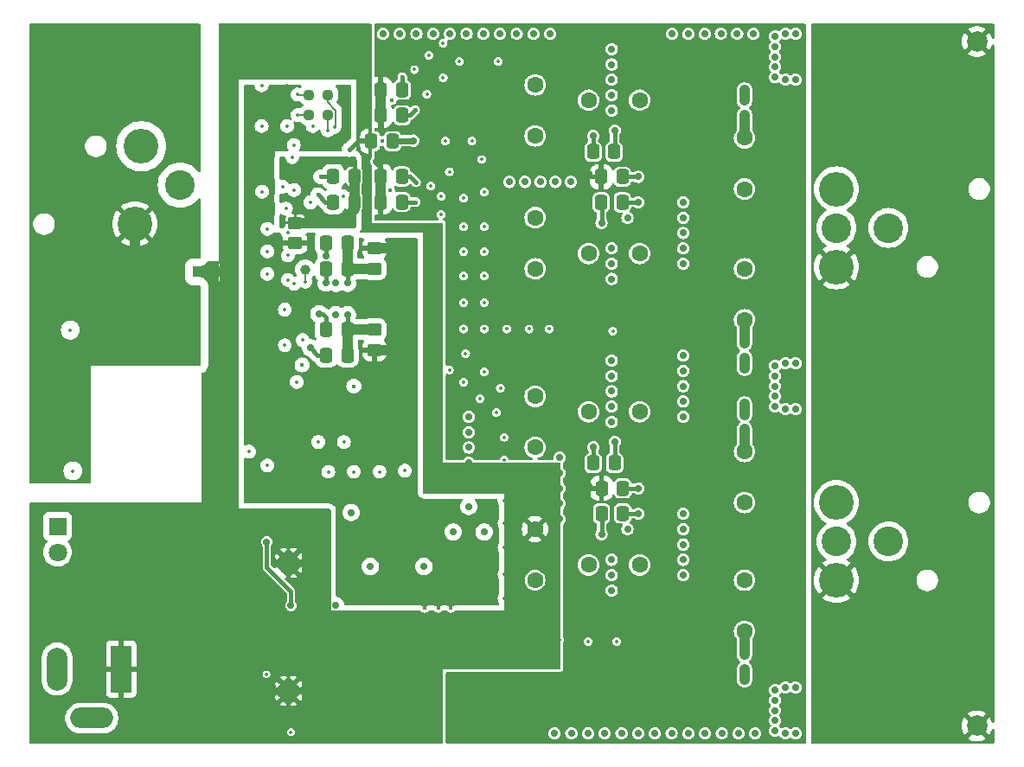
<source format=gbr>
%TF.GenerationSoftware,KiCad,Pcbnew,8.0.2*%
%TF.CreationDate,2025-04-13T16:48:02+02:00*%
%TF.ProjectId,AES-DAC,4145532d-4441-4432-9e6b-696361645f70,rev?*%
%TF.SameCoordinates,Original*%
%TF.FileFunction,Copper,L4,Bot*%
%TF.FilePolarity,Positive*%
%FSLAX46Y46*%
G04 Gerber Fmt 4.6, Leading zero omitted, Abs format (unit mm)*
G04 Created by KiCad (PCBNEW 8.0.2) date 2025-04-13 16:48:02*
%MOMM*%
%LPD*%
G01*
G04 APERTURE LIST*
G04 Aperture macros list*
%AMRoundRect*
0 Rectangle with rounded corners*
0 $1 Rounding radius*
0 $2 $3 $4 $5 $6 $7 $8 $9 X,Y pos of 4 corners*
0 Add a 4 corners polygon primitive as box body*
4,1,4,$2,$3,$4,$5,$6,$7,$8,$9,$2,$3,0*
0 Add four circle primitives for the rounded corners*
1,1,$1+$1,$2,$3*
1,1,$1+$1,$4,$5*
1,1,$1+$1,$6,$7*
1,1,$1+$1,$8,$9*
0 Add four rect primitives between the rounded corners*
20,1,$1+$1,$2,$3,$4,$5,0*
20,1,$1+$1,$4,$5,$6,$7,0*
20,1,$1+$1,$6,$7,$8,$9,0*
20,1,$1+$1,$8,$9,$2,$3,0*%
G04 Aperture macros list end*
%TA.AperFunction,ComponentPad*%
%ADD10C,1.600000*%
%TD*%
%TA.AperFunction,ComponentPad*%
%ADD11C,2.000000*%
%TD*%
%TA.AperFunction,ComponentPad*%
%ADD12C,3.400000*%
%TD*%
%TA.AperFunction,ComponentPad*%
%ADD13C,2.900000*%
%TD*%
%TA.AperFunction,HeatsinkPad*%
%ADD14C,0.600000*%
%TD*%
%TA.AperFunction,HeatsinkPad*%
%ADD15R,1.570000X1.890000*%
%TD*%
%TA.AperFunction,ComponentPad*%
%ADD16R,2.000000X4.600000*%
%TD*%
%TA.AperFunction,ComponentPad*%
%ADD17O,2.000000X4.200000*%
%TD*%
%TA.AperFunction,ComponentPad*%
%ADD18O,4.200000X2.000000*%
%TD*%
%TA.AperFunction,ComponentPad*%
%ADD19R,1.800000X1.800000*%
%TD*%
%TA.AperFunction,ComponentPad*%
%ADD20C,1.800000*%
%TD*%
%TA.AperFunction,SMDPad,CuDef*%
%ADD21RoundRect,0.250000X0.450000X-0.350000X0.450000X0.350000X-0.450000X0.350000X-0.450000X-0.350000X0*%
%TD*%
%TA.AperFunction,SMDPad,CuDef*%
%ADD22RoundRect,0.150000X0.200000X-0.150000X0.200000X0.150000X-0.200000X0.150000X-0.200000X-0.150000X0*%
%TD*%
%TA.AperFunction,SMDPad,CuDef*%
%ADD23C,1.000000*%
%TD*%
%TA.AperFunction,SMDPad,CuDef*%
%ADD24R,2.160000X1.120000*%
%TD*%
%TA.AperFunction,SMDPad,CuDef*%
%ADD25RoundRect,0.250000X0.337500X0.475000X-0.337500X0.475000X-0.337500X-0.475000X0.337500X-0.475000X0*%
%TD*%
%TA.AperFunction,SMDPad,CuDef*%
%ADD26RoundRect,0.250000X-0.337500X-0.475000X0.337500X-0.475000X0.337500X0.475000X-0.337500X0.475000X0*%
%TD*%
%TA.AperFunction,SMDPad,CuDef*%
%ADD27RoundRect,0.237500X-0.250000X-0.237500X0.250000X-0.237500X0.250000X0.237500X-0.250000X0.237500X0*%
%TD*%
%TA.AperFunction,SMDPad,CuDef*%
%ADD28RoundRect,0.150000X-0.200000X0.150000X-0.200000X-0.150000X0.200000X-0.150000X0.200000X0.150000X0*%
%TD*%
%TA.AperFunction,SMDPad,CuDef*%
%ADD29RoundRect,0.250000X-0.450000X0.350000X-0.450000X-0.350000X0.450000X-0.350000X0.450000X0.350000X0*%
%TD*%
%TA.AperFunction,ViaPad*%
%ADD30C,0.350000*%
%TD*%
%TA.AperFunction,ViaPad*%
%ADD31C,0.700000*%
%TD*%
%TA.AperFunction,ViaPad*%
%ADD32C,0.450000*%
%TD*%
%TA.AperFunction,Conductor*%
%ADD33C,0.200000*%
%TD*%
%TA.AperFunction,Conductor*%
%ADD34C,0.400000*%
%TD*%
%TA.AperFunction,Conductor*%
%ADD35C,1.000000*%
%TD*%
%TA.AperFunction,Conductor*%
%ADD36C,0.600000*%
%TD*%
G04 APERTURE END LIST*
D10*
%TO.P,C3,1*%
%TO.N,/XLR_L_+*%
X91500000Y-68390000D03*
%TO.P,C3,2*%
%TO.N,Net-(C3-Pad2)*%
X91500000Y-63390000D03*
%TD*%
D11*
%TO.P,J4,1,1*%
%TO.N,Earth*%
X114250000Y-90250000D03*
%TD*%
D10*
%TO.P,C28,1*%
%TO.N,/XLR_R_-*%
X91500000Y-45500000D03*
%TO.P,C28,2*%
%TO.N,Net-(C28-Pad2)*%
X91500000Y-50500000D03*
%TD*%
D12*
%TO.P,J3,1*%
%TO.N,Earth*%
X100500000Y-45310000D03*
%TO.P,J3,2*%
%TO.N,/XLR_R_+*%
X100500000Y-37690000D03*
D13*
%TO.P,J3,3*%
%TO.N,/XLR_R_-*%
X100500000Y-41500000D03*
%TO.P,J3,G*%
%TO.N,N/C*%
X105580000Y-41500000D03*
%TD*%
D12*
%TO.P,J1,1*%
%TO.N,/EARTH_AES*%
X31810000Y-41120000D03*
%TO.P,J1,2*%
%TO.N,Net-(C1-Pad1)*%
X32445000Y-33500000D03*
D13*
%TO.P,J1,3*%
%TO.N,Net-(J1-Pad3)*%
X36260000Y-37310000D03*
%TD*%
D10*
%TO.P,C29,1*%
%TO.N,GND*%
X71000000Y-40500000D03*
%TO.P,C29,2*%
%TO.N,Net-(C29-Pad2)*%
X71000000Y-45500000D03*
%TD*%
D12*
%TO.P,J2,1*%
%TO.N,Earth*%
X100500000Y-76010000D03*
%TO.P,J2,2*%
%TO.N,/XLR_L_+*%
X100500000Y-68390000D03*
D13*
%TO.P,J2,3*%
%TO.N,/XLR_L_-*%
X100500000Y-72200000D03*
%TO.P,J2,G*%
%TO.N,N/C*%
X105580000Y-72200000D03*
%TD*%
D10*
%TO.P,C12,1*%
%TO.N,/XLR_R_+*%
X91500000Y-37690000D03*
%TO.P,C12,2*%
%TO.N,Net-(C12-Pad2)*%
X91500000Y-32690000D03*
%TD*%
D11*
%TO.P,J5,1,1*%
%TO.N,Earth*%
X114250000Y-23250000D03*
%TD*%
D10*
%TO.P,C8,1*%
%TO.N,/XLR_L_-*%
X91500000Y-76000000D03*
%TO.P,C8,2*%
%TO.N,Net-(C8-Pad2)*%
X91500000Y-81000000D03*
%TD*%
%TO.P,C9,1*%
%TO.N,GND*%
X71000000Y-71000000D03*
%TO.P,C9,2*%
%TO.N,Net-(C9-Pad2)*%
X71000000Y-76000000D03*
%TD*%
%TO.P,C4,1*%
%TO.N,GND*%
X71000000Y-63000000D03*
%TO.P,C4,2*%
%TO.N,Net-(C4-Pad2)*%
X71000000Y-58000000D03*
%TD*%
D14*
%TO.P,U7,9,GND*%
%TO.N,GND*%
X47335000Y-87470000D03*
X47335000Y-86180000D03*
D15*
X46850000Y-86825000D03*
D14*
X46365000Y-87470000D03*
X46365000Y-86180000D03*
%TD*%
D10*
%TO.P,C2,1*%
%TO.N,Net-(C2-Pad1)*%
X76230000Y-59500000D03*
%TO.P,C2,2*%
%TO.N,Net-(U2B-+)*%
X81230000Y-59500000D03*
%TD*%
D14*
%TO.P,U6,9,GND*%
%TO.N,GND*%
X47350000Y-74970000D03*
X47350000Y-73680000D03*
D15*
X46865000Y-74325000D03*
D14*
X46380000Y-74970000D03*
X46380000Y-73680000D03*
%TD*%
D16*
%TO.P,J6,1*%
%TO.N,GND*%
X30500000Y-84700000D03*
D17*
%TO.P,J6,2*%
%TO.N,Net-(D6-A)*%
X24200000Y-84700000D03*
D18*
%TO.P,J6,3*%
X27600000Y-89500000D03*
%TD*%
D10*
%TO.P,C11,1*%
%TO.N,Net-(C11-Pad1)*%
X76230000Y-29000000D03*
%TO.P,C11,2*%
%TO.N,Net-(U5B-+)*%
X81230000Y-29000000D03*
%TD*%
%TO.P,C7,1*%
%TO.N,Net-(C7-Pad1)*%
X76230000Y-74500000D03*
%TO.P,C7,2*%
%TO.N,Net-(U2A-+)*%
X81230000Y-74500000D03*
%TD*%
%TO.P,C13,1*%
%TO.N,GND*%
X71000000Y-32500000D03*
%TO.P,C13,2*%
%TO.N,Net-(C13-Pad2)*%
X71000000Y-27500000D03*
%TD*%
D19*
%TO.P,D5,1,K*%
%TO.N,Net-(D5-K)*%
X24250000Y-70710000D03*
D20*
%TO.P,D5,2,A*%
%TO.N,+3.3V*%
X24250000Y-73250000D03*
%TD*%
D10*
%TO.P,C26,1*%
%TO.N,Net-(C26-Pad1)*%
X76230000Y-44000000D03*
%TO.P,C26,2*%
%TO.N,Net-(U5A-+)*%
X81230000Y-44000000D03*
%TD*%
D21*
%TO.P,FB1,1*%
%TO.N,+3.3V*%
X47500000Y-43000000D03*
%TO.P,FB1,2*%
%TO.N,Net-(U3B-VDD)*%
X47500000Y-41000000D03*
%TD*%
D22*
%TO.P,D4,1*%
%TO.N,Net-(C28-Pad2)*%
X91500000Y-52800000D03*
%TO.P,D4,2*%
%TO.N,GND*%
X91500000Y-54200000D03*
%TD*%
D23*
%TO.P,TP4,1,1*%
%TO.N,Net-(U1C-CLKST)*%
X48495570Y-45598024D03*
%TD*%
D24*
%TO.P,SW1,1*%
%TO.N,GND*%
X38565000Y-45800000D03*
%TO.P,SW1,2*%
%TO.N,/EARTH_AES*%
X31835000Y-45800000D03*
%TD*%
D25*
%TO.P,C17,1*%
%TO.N,GND*%
X57978657Y-30470510D03*
%TO.P,C17,2*%
%TO.N,+5V*%
X55903657Y-30470510D03*
%TD*%
D26*
%TO.P,C23,1*%
%TO.N,GND*%
X50546905Y-45511392D03*
%TO.P,C23,2*%
%TO.N,Net-(U1A-VDD)*%
X52621905Y-45511392D03*
%TD*%
D25*
%TO.P,C10,1*%
%TO.N,GND*%
X79575000Y-69475000D03*
%TO.P,C10,2*%
%TO.N,/Vcom*%
X77500000Y-69475000D03*
%TD*%
D26*
%TO.P,C6,1*%
%TO.N,GND*%
X54962500Y-33000000D03*
%TO.P,C6,2*%
%TO.N,/Vcom*%
X57037500Y-33000000D03*
%TD*%
D27*
%TO.P,R31,1*%
%TO.N,GND*%
X48875087Y-30462500D03*
%TO.P,R31,2*%
%TO.N,Net-(R31-Pad2)*%
X50700087Y-30462500D03*
%TD*%
D22*
%TO.P,D2,1*%
%TO.N,Net-(C8-Pad2)*%
X91500000Y-83300000D03*
%TO.P,D2,2*%
%TO.N,GND*%
X91500000Y-84700000D03*
%TD*%
D26*
%TO.P,C15,1*%
%TO.N,GND*%
X51237500Y-38962500D03*
%TO.P,C15,2*%
%TO.N,Net-(U3B-VDD)*%
X53312500Y-38962500D03*
%TD*%
%TO.P,C24,1*%
%TO.N,GND*%
X50546905Y-42962500D03*
%TO.P,C24,2*%
%TO.N,Net-(U1A-VDD)*%
X52621905Y-42962500D03*
%TD*%
%TO.P,C21,1*%
%TO.N,GND*%
X50550000Y-53962500D03*
%TO.P,C21,2*%
%TO.N,Net-(U1A-VCC)*%
X52625000Y-53962500D03*
%TD*%
%TO.P,C5,1*%
%TO.N,GND*%
X76711114Y-64524222D03*
%TO.P,C5,2*%
%TO.N,/Vcom*%
X78786114Y-64524222D03*
%TD*%
D27*
%TO.P,R29,1*%
%TO.N,GND*%
X48875087Y-28462500D03*
%TO.P,R29,2*%
%TO.N,Net-(R29-Pad2)*%
X50700087Y-28462500D03*
%TD*%
D28*
%TO.P,D3,1*%
%TO.N,Net-(C12-Pad2)*%
X91500000Y-30450000D03*
%TO.P,D3,2*%
%TO.N,GND*%
X91500000Y-29050000D03*
%TD*%
D25*
%TO.P,C18,1*%
%TO.N,GND*%
X57951940Y-38962500D03*
%TO.P,C18,2*%
%TO.N,+5V*%
X55876940Y-38962500D03*
%TD*%
D29*
%TO.P,FB3,1*%
%TO.N,+3.3V*%
X55275000Y-43511392D03*
%TO.P,FB3,2*%
%TO.N,Net-(U1A-VDD)*%
X55275000Y-45511392D03*
%TD*%
D26*
%TO.P,C22,1*%
%TO.N,GND*%
X50550000Y-51462500D03*
%TO.P,C22,2*%
%TO.N,Net-(U1A-VCC)*%
X52625000Y-51462500D03*
%TD*%
D25*
%TO.P,C32,1*%
%TO.N,GND*%
X79575000Y-67000000D03*
%TO.P,C32,2*%
%TO.N,+5V*%
X77500000Y-67000000D03*
%TD*%
%TO.P,C19,1*%
%TO.N,GND*%
X57978657Y-27970510D03*
%TO.P,C19,2*%
%TO.N,+5V*%
X55903657Y-27970510D03*
%TD*%
D28*
%TO.P,D1,1*%
%TO.N,Net-(C3-Pad2)*%
X91500000Y-61200000D03*
%TO.P,D1,2*%
%TO.N,GND*%
X91500000Y-59800000D03*
%TD*%
D25*
%TO.P,C33,1*%
%TO.N,GND*%
X79537500Y-36500000D03*
%TO.P,C33,2*%
%TO.N,+5V*%
X77462500Y-36500000D03*
%TD*%
D26*
%TO.P,C14,1*%
%TO.N,GND*%
X76673945Y-34044052D03*
%TO.P,C14,2*%
%TO.N,/Vcom*%
X78748945Y-34044052D03*
%TD*%
%TO.P,C16,1*%
%TO.N,GND*%
X51237500Y-36462500D03*
%TO.P,C16,2*%
%TO.N,Net-(U3B-VDD)*%
X53312500Y-36462500D03*
%TD*%
D25*
%TO.P,C20,1*%
%TO.N,GND*%
X57951940Y-36462500D03*
%TO.P,C20,2*%
%TO.N,+5V*%
X55876940Y-36462500D03*
%TD*%
D21*
%TO.P,FB2,1*%
%TO.N,+3.3V*%
X55275000Y-53462500D03*
%TO.P,FB2,2*%
%TO.N,Net-(U1A-VCC)*%
X55275000Y-51462500D03*
%TD*%
D25*
%TO.P,C30,1*%
%TO.N,GND*%
X79537500Y-39000000D03*
%TO.P,C30,2*%
%TO.N,/Vcom*%
X77462500Y-39000000D03*
%TD*%
D30*
%TO.N,Net-(C1-Pad1)*%
X25500000Y-51500000D03*
D31*
%TO.N,Earth*%
X114250000Y-51735288D03*
X104000000Y-58625000D03*
X107218750Y-91000000D03*
X99250000Y-63000000D03*
X114250000Y-45617644D03*
X104031250Y-91000000D03*
X114250000Y-59382343D03*
X100843750Y-91000000D03*
X114250000Y-60911754D03*
X114250000Y-41029411D03*
X114250000Y-33875000D03*
X99250000Y-84500000D03*
X114250000Y-77645830D03*
X114250000Y-42558822D03*
X99250000Y-22500000D03*
X114250000Y-39500000D03*
X99250000Y-82875000D03*
X102437500Y-91000000D03*
X99250000Y-61375000D03*
X114250000Y-56323521D03*
X105625000Y-22500000D03*
X114250000Y-86520826D03*
X107218750Y-22500000D03*
X114250000Y-27375000D03*
X114250000Y-65500000D03*
X108812500Y-91000000D03*
X99250000Y-54125000D03*
X114250000Y-74687498D03*
X114250000Y-80604162D03*
X114250000Y-82083328D03*
X114250000Y-32250000D03*
X104000000Y-61875000D03*
X114250000Y-70250000D03*
X100843750Y-22500000D03*
X114250000Y-57852932D03*
X114250000Y-88000000D03*
X99250000Y-49250000D03*
X114250000Y-76166664D03*
X108812500Y-22500000D03*
X99250000Y-64625000D03*
X114250000Y-30625000D03*
X99250000Y-32500000D03*
X112000000Y-91000000D03*
X114250000Y-73208332D03*
X114250000Y-63970576D03*
X114250000Y-54794110D03*
X104031250Y-22500000D03*
X114250000Y-35500000D03*
X99250000Y-79625000D03*
X112000000Y-22500000D03*
X105625000Y-91000000D03*
X114250000Y-83562494D03*
X114250000Y-44088233D03*
X114250000Y-47147055D03*
X114250000Y-71729166D03*
X99250000Y-50875000D03*
X104000000Y-57000000D03*
X104000000Y-53750000D03*
X110406250Y-22500000D03*
X114250000Y-85041660D03*
X99250000Y-29250000D03*
X104000000Y-52125000D03*
X114250000Y-62441165D03*
X99250000Y-81250000D03*
X99250000Y-91000000D03*
X114250000Y-25750000D03*
X99250000Y-86125000D03*
X99250000Y-30875000D03*
X114250000Y-48676466D03*
X99250000Y-59750000D03*
X99250000Y-34125000D03*
X114250000Y-79124996D03*
X114250000Y-50205877D03*
X114250000Y-29000000D03*
X104000000Y-55375000D03*
X99250000Y-27625000D03*
X110406250Y-91000000D03*
X102437500Y-22500000D03*
X114250000Y-53264699D03*
X99250000Y-52500000D03*
X104000000Y-60250000D03*
%TO.N,GND*%
X84406250Y-22500000D03*
D30*
X61800000Y-53800000D03*
D31*
X41000000Y-48546052D03*
X73400000Y-67000000D03*
X94500000Y-23750000D03*
X73400000Y-65500000D03*
X26113487Y-78500000D03*
D30*
X44227247Y-27540012D03*
D31*
X44648026Y-22500000D03*
X41000000Y-45273026D03*
X60125000Y-74650000D03*
X96500000Y-86500000D03*
X94500000Y-25750000D03*
X56103617Y-22500000D03*
X49000000Y-53250000D03*
D30*
X61800000Y-40200000D03*
D31*
X38500000Y-78500000D03*
X87593750Y-22500000D03*
X94500000Y-55000000D03*
D30*
X44800000Y-41600000D03*
D31*
X64286182Y-22500000D03*
D30*
X67600000Y-57200000D03*
D31*
X94500000Y-56000000D03*
X41375000Y-22500000D03*
X49557565Y-22500000D03*
X27500000Y-83886513D03*
D32*
X40500000Y-55500000D03*
D30*
X44800000Y-43800000D03*
D31*
X49800000Y-69800000D03*
X41000000Y-30544409D03*
X51500000Y-46915004D03*
X70832234Y-22500000D03*
X73400000Y-68500000D03*
D30*
X64000000Y-43800000D03*
D31*
X91500000Y-58750000D03*
X78500000Y-28500000D03*
D30*
X68000000Y-62000000D03*
X55750000Y-65375000D03*
D31*
X85500000Y-45000000D03*
X50546905Y-46911909D03*
D32*
X40500000Y-67412500D03*
D31*
X45300000Y-82200000D03*
D30*
X66000000Y-38000000D03*
D31*
X48300000Y-69800000D03*
D30*
X66000000Y-48800000D03*
X72400000Y-51400000D03*
X68400000Y-81200000D03*
D31*
X76673945Y-32500000D03*
X57740130Y-22500000D03*
D32*
X52795062Y-33831750D03*
D30*
X68000000Y-70400000D03*
D31*
X78500000Y-59000000D03*
X43800000Y-69800000D03*
X63000000Y-83775000D03*
D30*
X68000000Y-64200000D03*
X64000000Y-48800000D03*
D31*
X94500000Y-24750000D03*
D30*
X47677247Y-56577512D03*
D32*
X50400000Y-85600000D03*
D31*
X86000000Y-91000000D03*
X51475000Y-78470000D03*
X78500000Y-30000000D03*
X78500000Y-24000000D03*
X64500000Y-64500000D03*
D30*
X68000000Y-75400000D03*
D31*
X27750000Y-73625000D03*
X78500000Y-25500000D03*
X95500000Y-59250000D03*
X66000000Y-83775000D03*
X41000000Y-38726974D03*
X78500000Y-27000000D03*
X49800000Y-82200000D03*
X60125000Y-87150000D03*
X92375000Y-22500000D03*
X81119052Y-67000000D03*
X54500000Y-26862353D03*
X59376643Y-22500000D03*
X48300000Y-82200000D03*
D30*
X78600000Y-51600000D03*
D32*
X58000000Y-26750000D03*
D31*
X85500000Y-69500000D03*
X85500000Y-43500000D03*
X73400000Y-64000000D03*
D30*
X61800000Y-38400000D03*
D31*
X96500000Y-59250000D03*
X41000000Y-28907896D03*
D30*
X53250000Y-65375000D03*
X64000000Y-51400000D03*
D31*
X79453948Y-91000000D03*
X68500000Y-37000000D03*
X96500000Y-22500000D03*
X94500000Y-26750000D03*
D30*
X44800000Y-64750000D03*
D31*
X94500000Y-89750000D03*
X43011513Y-22500000D03*
X27750000Y-76875000D03*
X41000000Y-53000000D03*
X43800000Y-82200000D03*
X76180922Y-91000000D03*
D30*
X60600000Y-24600000D03*
D31*
X41000000Y-40363487D03*
X94500000Y-59000000D03*
D30*
X68000000Y-77800000D03*
D32*
X48181049Y-54924244D03*
D31*
X61013156Y-22500000D03*
X89273026Y-91000000D03*
X81090461Y-91000000D03*
X94500000Y-86750000D03*
D30*
X47754407Y-30451541D03*
X61800000Y-51800000D03*
D31*
X73000000Y-37000000D03*
X85500000Y-54000000D03*
X85500000Y-39000000D03*
X54875000Y-74650000D03*
X38500000Y-91000000D03*
X78500000Y-74000000D03*
D30*
X62000000Y-23400000D03*
D31*
X54481828Y-24699891D03*
D30*
X64000000Y-38600000D03*
D31*
X85500000Y-42000000D03*
X74544409Y-91000000D03*
D30*
X64000000Y-41400000D03*
D31*
X78500000Y-43500000D03*
D30*
X61800000Y-49800000D03*
D31*
X60500000Y-50000000D03*
X91500000Y-85750000D03*
X60500000Y-48500000D03*
X41000000Y-27271383D03*
X81081552Y-39000000D03*
X81119052Y-69475000D03*
X60500000Y-54500000D03*
X53000000Y-69375000D03*
D30*
X62200000Y-33000000D03*
X66000000Y-46200000D03*
D32*
X56970980Y-28970980D03*
D31*
X54467104Y-22500000D03*
D30*
X65800000Y-34800000D03*
D31*
X85500000Y-71000000D03*
X27500000Y-85523026D03*
X67559208Y-22500000D03*
X41000000Y-32180922D03*
X64500000Y-63000000D03*
X85500000Y-60000000D03*
X45300000Y-69800000D03*
D32*
X59340317Y-37037429D03*
X59283782Y-38959617D03*
D31*
X81081552Y-36500000D03*
X92546052Y-91000000D03*
D30*
X47400000Y-37800000D03*
X65600000Y-58200000D03*
D31*
X25250000Y-75375000D03*
X85500000Y-55500000D03*
X22840461Y-78500000D03*
D32*
X50000000Y-36500000D03*
D31*
X96500000Y-91000000D03*
X73400000Y-70000000D03*
X76711114Y-62980170D03*
X90909539Y-91000000D03*
X27500000Y-82250000D03*
X85500000Y-40500000D03*
X72907896Y-91000000D03*
D30*
X49227247Y-31540012D03*
D31*
X96500000Y-27000000D03*
X41350000Y-91000000D03*
X46284539Y-22500000D03*
D30*
X68000000Y-66200000D03*
X64200000Y-53800000D03*
D31*
X41000000Y-35453948D03*
X95500000Y-22500000D03*
D30*
X46800000Y-44200000D03*
D31*
X64500000Y-61500000D03*
D30*
X60800000Y-37400000D03*
D31*
X70000000Y-37000000D03*
D30*
X70400000Y-51400000D03*
D31*
X94500000Y-58000000D03*
X41000000Y-43636513D03*
X66000000Y-71275000D03*
D30*
X73400000Y-81800000D03*
D31*
X85500000Y-57000000D03*
X78500000Y-75500000D03*
X91500000Y-55250000D03*
D30*
X64800000Y-33000000D03*
D31*
X60500000Y-53000000D03*
X24476974Y-78500000D03*
D30*
X67200000Y-59600000D03*
D31*
X80040000Y-71019052D03*
X90781250Y-22500000D03*
D32*
X56801940Y-37800000D03*
D31*
X84363487Y-91000000D03*
X96500000Y-54750000D03*
X80040000Y-40519052D03*
X82726974Y-91000000D03*
X27500000Y-87159539D03*
X41350000Y-69807500D03*
D30*
X63600000Y-25200000D03*
D31*
X94500000Y-88750000D03*
X41350000Y-78500000D03*
D30*
X68000000Y-72800000D03*
X71400000Y-81200000D03*
D31*
X94500000Y-87750000D03*
D30*
X61800000Y-47800000D03*
D31*
X63000000Y-71275000D03*
X85500000Y-58500000D03*
D30*
X58250000Y-65287500D03*
D31*
X95500000Y-27000000D03*
X94500000Y-22750000D03*
X52830591Y-22500000D03*
D30*
X52200000Y-38400000D03*
X46727247Y-31540012D03*
D31*
X85500000Y-72500000D03*
X74500000Y-37000000D03*
X27750000Y-78500000D03*
X78500000Y-60500000D03*
X47921052Y-22500000D03*
D30*
X64000000Y-56600000D03*
D31*
X64500000Y-81275000D03*
D30*
X66000000Y-51400000D03*
D31*
X72468750Y-22500000D03*
X51475000Y-90855000D03*
D30*
X62600000Y-55400000D03*
D31*
X78500000Y-45000000D03*
X85500000Y-74000000D03*
D30*
X66000000Y-55600000D03*
D32*
X50400000Y-73000000D03*
D31*
X46800000Y-82200000D03*
X41000000Y-25634870D03*
D32*
X54602353Y-37868060D03*
D31*
X86000000Y-22500000D03*
D30*
X44227247Y-31540012D03*
X68000000Y-68200000D03*
D31*
X53000000Y-81875000D03*
X41000000Y-37090461D03*
D30*
X44800000Y-46000000D03*
X66000000Y-41400000D03*
X66000000Y-43800000D03*
X46600000Y-39600000D03*
D31*
X85500000Y-75500000D03*
D30*
X76200000Y-82000000D03*
D31*
X69195721Y-22500000D03*
X78500000Y-56000000D03*
D30*
X61800000Y-45200000D03*
D32*
X49750000Y-38250000D03*
D31*
X41000000Y-42000000D03*
X77817435Y-91000000D03*
D32*
X59250000Y-29975000D03*
D31*
X94500000Y-90750000D03*
X41000000Y-33817435D03*
X78500000Y-46500000D03*
X78500000Y-77000000D03*
X95500000Y-91000000D03*
D30*
X79000000Y-82000000D03*
D31*
X46800000Y-69800000D03*
X89187500Y-22500000D03*
X64500000Y-66000000D03*
X95500000Y-54750000D03*
D30*
X59200000Y-26000000D03*
D31*
X54875000Y-87150000D03*
D30*
X50750000Y-65375000D03*
D31*
X51194078Y-22500000D03*
X51500000Y-50000000D03*
X64500000Y-60000000D03*
D30*
X62600000Y-36000000D03*
X46800000Y-42000000D03*
X60750000Y-65375000D03*
D31*
X62649669Y-22500000D03*
X94500000Y-57000000D03*
X64500000Y-68775000D03*
D30*
X67400000Y-25200000D03*
D31*
X41000000Y-23998354D03*
X71500000Y-37000000D03*
X78500000Y-57500000D03*
X65922695Y-22500000D03*
X41350000Y-82192500D03*
D30*
X60400000Y-28400000D03*
X64000000Y-46200000D03*
X68200000Y-51400000D03*
D31*
X50546905Y-44250000D03*
X95500000Y-86500000D03*
X41000000Y-46909539D03*
D30*
X61800000Y-42800000D03*
D31*
X60500000Y-51500000D03*
D30*
X62000000Y-26800000D03*
D32*
X53250000Y-57000000D03*
D30*
X47754407Y-28451541D03*
D31*
X91500000Y-28000000D03*
X78500000Y-54500000D03*
X49821630Y-49928370D03*
D30*
X49000000Y-39000000D03*
D31*
X87636513Y-91000000D03*
%TO.N,/Vcom*%
X78786114Y-31950178D03*
X78786114Y-62450178D03*
X59070681Y-32957591D03*
X77500000Y-41000000D03*
D32*
X56000000Y-33000000D03*
D31*
X77500000Y-71500000D03*
D32*
%TO.N,Net-(U3B-VDD)*%
X53323060Y-34910908D03*
D31*
%TO.N,Net-(U1A-VCC)*%
X52625000Y-50009996D03*
%TO.N,Net-(U1A-VDD)*%
X52625000Y-46915004D03*
D32*
%TO.N,+3.3V*%
X60200000Y-77750000D03*
D30*
X57275000Y-58575000D03*
D32*
X62750000Y-75500000D03*
X62750000Y-77750000D03*
X66250000Y-74250000D03*
X60200000Y-78750000D03*
X64500000Y-74250000D03*
X61500000Y-78750000D03*
D30*
X54775000Y-58662500D03*
D32*
X43486091Y-67736091D03*
D30*
X50750000Y-59637500D03*
D32*
X61500000Y-75500000D03*
D30*
X46727247Y-27540012D03*
X43284988Y-39327247D03*
X45803896Y-59857793D03*
D32*
X62750000Y-78750000D03*
D30*
X59101322Y-58000000D03*
X53250000Y-59637500D03*
D32*
X61500000Y-77750000D03*
X61500000Y-74500000D03*
X62750000Y-74500000D03*
%TO.N,+5V*%
X67416666Y-88750000D03*
X68583332Y-88750000D03*
X67416666Y-87500000D03*
X66250000Y-87500000D03*
D31*
X76230000Y-66730000D03*
D32*
X69750000Y-88750000D03*
X68583332Y-87500000D03*
X69750000Y-91000000D03*
X68583332Y-86250000D03*
X68583332Y-91000000D03*
X66250000Y-88750000D03*
X67416666Y-86250000D03*
X66250000Y-90000000D03*
X63750000Y-86250000D03*
X66250000Y-86250000D03*
X67416666Y-90000000D03*
X69750000Y-90000000D03*
X69750000Y-87500000D03*
D31*
X76230000Y-36230000D03*
D32*
X68583332Y-90000000D03*
X69750000Y-86250000D03*
X65000000Y-86250000D03*
X55919287Y-31907166D03*
X66250000Y-91000000D03*
X62500000Y-86250000D03*
X55250000Y-35000000D03*
X67416666Y-91000000D03*
D30*
%TO.N,Net-(U1B-RXIN)*%
X48250000Y-52500000D03*
X42999999Y-63418077D03*
%TO.N,Net-(U1C-PSCK1)*%
X46775000Y-46600000D03*
X49775000Y-62462500D03*
%TO.N,Net-(U1C-PSCK0)*%
X47425000Y-46962500D03*
X52275000Y-62462500D03*
%TO.N,/AMUTE*%
X47211517Y-34557724D03*
X46275000Y-37462500D03*
%TO.N,/DEMP*%
X44275000Y-37962500D03*
X47360876Y-33376624D03*
%TO.N,Net-(R29-Pad2)*%
X51350000Y-31600000D03*
%TO.N,Net-(R31-Pad2)*%
X50700087Y-31962500D03*
D31*
%TO.N,Net-(U6-EN)*%
X47099325Y-78470000D03*
X44722575Y-72248601D03*
D30*
%TO.N,Net-(U7-EN)*%
X44699736Y-85212889D03*
X47098762Y-90860210D03*
%TO.N,Net-(U1B-BFRAME)*%
X46500000Y-49500000D03*
X46500000Y-53000000D03*
%TO.N,Net-(U1C-CLKST)*%
X48500000Y-46750000D03*
%TO.N,Net-(J1-Pad3)*%
X25747384Y-65294686D03*
%TD*%
D33*
%TO.N,GND*%
X47765366Y-30462500D02*
X47754407Y-30451541D01*
D34*
X81119052Y-67000000D02*
X79575000Y-67000000D01*
X51237500Y-38962500D02*
X50462500Y-38962500D01*
D33*
X48875087Y-30462500D02*
X47765366Y-30462500D01*
D34*
X57978657Y-30470510D02*
X58754490Y-30470510D01*
D33*
X48875087Y-28462500D02*
X47765366Y-28462500D01*
D35*
X91500000Y-84700000D02*
X91500000Y-85750000D01*
D34*
X50462500Y-38962500D02*
X49750000Y-38250000D01*
X53626812Y-33000000D02*
X52795062Y-33831750D01*
X54962500Y-33000000D02*
X53626812Y-33000000D01*
X50546905Y-46911909D02*
X50546905Y-45511392D01*
X81081552Y-36500000D02*
X79537500Y-36500000D01*
X50037500Y-36462500D02*
X50000000Y-36500000D01*
X81081552Y-39000000D02*
X79537500Y-39000000D01*
D35*
X91500000Y-59800000D02*
X91500000Y-58750000D01*
D34*
X50550000Y-50300000D02*
X50178370Y-49928370D01*
X76711114Y-62980170D02*
X76711114Y-64524222D01*
X50550000Y-53962500D02*
X49712500Y-53962500D01*
D35*
X38565000Y-45800000D02*
X41200000Y-45800000D01*
D34*
X50178370Y-49928370D02*
X49821630Y-49928370D01*
X50550000Y-51462500D02*
X50550000Y-50300000D01*
X76673945Y-32500000D02*
X76673945Y-34044052D01*
D35*
X91500000Y-29050000D02*
X91500000Y-28000000D01*
D34*
X59280899Y-38962500D02*
X59283782Y-38959617D01*
D35*
X91500000Y-54200000D02*
X91500000Y-55250000D01*
D34*
X49712500Y-53962500D02*
X49000000Y-53250000D01*
X57978657Y-27970510D02*
X57978657Y-26771343D01*
X57951940Y-38962500D02*
X59280899Y-38962500D01*
X58754490Y-30470510D02*
X59250000Y-29975000D01*
X50546905Y-44250000D02*
X50546905Y-42962500D01*
X51237500Y-36462500D02*
X50037500Y-36462500D01*
X57951940Y-36462500D02*
X58765388Y-36462500D01*
X57978657Y-26771343D02*
X58000000Y-26750000D01*
X58765388Y-36462500D02*
X59340317Y-37037429D01*
X81119052Y-69475000D02*
X79575000Y-69475000D01*
D35*
%TO.N,Net-(C3-Pad2)*%
X91500000Y-61200000D02*
X91500000Y-63390000D01*
D34*
%TO.N,/Vcom*%
X78786114Y-64524222D02*
X78786114Y-62450178D01*
X77500000Y-39037500D02*
X77462500Y-39000000D01*
X78786114Y-31950178D02*
X78786114Y-34006883D01*
X77500000Y-71500000D02*
X77500000Y-69475000D01*
D36*
X59065772Y-32962500D02*
X59070681Y-32957591D01*
X56762500Y-32962500D02*
X59065772Y-32962500D01*
D34*
X77500000Y-41000000D02*
X77500000Y-39037500D01*
X78786114Y-34006883D02*
X78748945Y-34044052D01*
D35*
%TO.N,Net-(C8-Pad2)*%
X91500000Y-83300000D02*
X91500000Y-81000000D01*
%TO.N,Net-(C12-Pad2)*%
X91500000Y-32690000D02*
X91500000Y-30450000D01*
%TO.N,Net-(U3B-VDD)*%
X53312500Y-38962500D02*
X53312500Y-39687500D01*
D34*
X53323060Y-34910908D02*
X53323060Y-36451940D01*
D35*
X53312500Y-36462500D02*
X53312500Y-38962500D01*
X53312500Y-39687500D02*
X52000000Y-41000000D01*
X52000000Y-41000000D02*
X47500000Y-41000000D01*
%TO.N,Net-(U1A-VCC)*%
X52625000Y-51462500D02*
X55275000Y-51462500D01*
D34*
X52625000Y-50009996D02*
X52625000Y-51410513D01*
D35*
X52625000Y-53962500D02*
X52625000Y-51462500D01*
D34*
X52625000Y-51410513D02*
X52625000Y-53962500D01*
%TO.N,Net-(U1A-VDD)*%
X52625000Y-45514487D02*
X52621905Y-45511392D01*
X52625000Y-46915004D02*
X52625000Y-45514487D01*
D35*
X52621905Y-45511392D02*
X52621905Y-42962500D01*
X55275000Y-45511392D02*
X52621905Y-45511392D01*
%TO.N,Net-(C28-Pad2)*%
X91500000Y-52800000D02*
X91500000Y-50500000D01*
%TO.N,+3.3V*%
X57462500Y-53462500D02*
X57500000Y-53500000D01*
X55275000Y-53462500D02*
X57462500Y-53462500D01*
X55275000Y-43511392D02*
X57738608Y-43511392D01*
D34*
%TO.N,+5V*%
X76230000Y-66730000D02*
X76500000Y-67000000D01*
D35*
X55903657Y-27970510D02*
X55903657Y-30470510D01*
D34*
X55919287Y-31907166D02*
X55919287Y-30486140D01*
X76500000Y-36500000D02*
X77462500Y-36500000D01*
X55250000Y-35000000D02*
X55876940Y-35626940D01*
X55876940Y-35626940D02*
X55876940Y-36462500D01*
X76230000Y-36230000D02*
X76500000Y-36500000D01*
X55919287Y-30486140D02*
X55903657Y-30470510D01*
X76500000Y-67000000D02*
X77462500Y-67000000D01*
D35*
X55876940Y-36462500D02*
X55876940Y-38962500D01*
D33*
%TO.N,Net-(R29-Pad2)*%
X51487587Y-29995778D02*
X50700087Y-29208278D01*
X51350000Y-31600000D02*
X51487587Y-31462413D01*
X51487587Y-31462413D02*
X51487587Y-29995778D01*
X50700087Y-29208278D02*
X50700087Y-28462500D01*
%TO.N,Net-(R31-Pad2)*%
X50700087Y-31962500D02*
X50700087Y-30462500D01*
D34*
%TO.N,Net-(U6-EN)*%
X47099325Y-78470000D02*
X47099325Y-77089325D01*
X47099325Y-77089325D02*
X44722575Y-74712575D01*
X44722575Y-74712575D02*
X44722575Y-72248601D01*
D33*
%TO.N,Net-(U1C-CLKST)*%
X48500000Y-45602454D02*
X48495570Y-45598024D01*
X48500000Y-46750000D02*
X48500000Y-45602454D01*
D35*
%TO.N,/EARTH_AES*%
X31810000Y-41120000D02*
X31810000Y-45775000D01*
X31810000Y-45775000D02*
X31835000Y-45800000D01*
%TD*%
%TA.AperFunction,Conductor*%
%TO.N,/EARTH_AES*%
G36*
X27500000Y-66376000D02*
G01*
X27480315Y-66443039D01*
X27427511Y-66488794D01*
X27376000Y-66500000D01*
X21624000Y-66500000D01*
X21556961Y-66480315D01*
X21511206Y-66427511D01*
X21500000Y-66376000D01*
X21500000Y-65294686D01*
X24816786Y-65294686D01*
X24837122Y-65488169D01*
X24897240Y-65673196D01*
X24897241Y-65673197D01*
X24977543Y-65812283D01*
X24994514Y-65841678D01*
X25039860Y-65892040D01*
X25124686Y-65986250D01*
X25124689Y-65986252D01*
X25124692Y-65986255D01*
X25242736Y-66072019D01*
X25282086Y-66100609D01*
X25350310Y-66130983D01*
X25459813Y-66179737D01*
X25650110Y-66220186D01*
X25844658Y-66220186D01*
X26034955Y-66179737D01*
X26212683Y-66100608D01*
X26370076Y-65986255D01*
X26500254Y-65841678D01*
X26597528Y-65673194D01*
X26657646Y-65488168D01*
X26677982Y-65294686D01*
X26657646Y-65101204D01*
X26597528Y-64916178D01*
X26597527Y-64916177D01*
X26597527Y-64916175D01*
X26597526Y-64916174D01*
X26563586Y-64857389D01*
X26500254Y-64747694D01*
X26449266Y-64691067D01*
X26370081Y-64603121D01*
X26370078Y-64603119D01*
X26370077Y-64603118D01*
X26370076Y-64603117D01*
X26291379Y-64545940D01*
X26212681Y-64488762D01*
X26076232Y-64428012D01*
X26034955Y-64409635D01*
X26034953Y-64409634D01*
X25844658Y-64369186D01*
X25650110Y-64369186D01*
X25459815Y-64409634D01*
X25282086Y-64488762D01*
X25124689Y-64603119D01*
X25124686Y-64603121D01*
X24994513Y-64747695D01*
X24897241Y-64916174D01*
X24897240Y-64916175D01*
X24837122Y-65101202D01*
X24816786Y-65294686D01*
X21500000Y-65294686D01*
X21500000Y-55000000D01*
X27500000Y-55000000D01*
X27500000Y-66376000D01*
G37*
%TD.AperFunction*%
%TD*%
%TA.AperFunction,Conductor*%
%TO.N,Earth*%
G36*
X115892539Y-21519685D02*
G01*
X115938294Y-21572489D01*
X115949500Y-21624000D01*
X115949500Y-22856044D01*
X115929815Y-22923083D01*
X115877011Y-22968838D01*
X115807853Y-22978782D01*
X115744297Y-22949757D01*
X115706523Y-22890979D01*
X115705294Y-22886485D01*
X115673588Y-22761282D01*
X115573731Y-22533630D01*
X115473434Y-22380116D01*
X114732962Y-23120589D01*
X114715925Y-23057007D01*
X114650099Y-22942993D01*
X114557007Y-22849901D01*
X114442993Y-22784075D01*
X114379410Y-22767037D01*
X115120057Y-22026390D01*
X115120056Y-22026389D01*
X115073229Y-21989943D01*
X114854614Y-21871635D01*
X114854603Y-21871630D01*
X114619493Y-21790916D01*
X114374293Y-21750000D01*
X114125707Y-21750000D01*
X113880506Y-21790916D01*
X113645396Y-21871630D01*
X113645390Y-21871632D01*
X113426761Y-21989949D01*
X113379942Y-22026388D01*
X113379942Y-22026390D01*
X114120590Y-22767037D01*
X114057007Y-22784075D01*
X113942993Y-22849901D01*
X113849901Y-22942993D01*
X113784075Y-23057007D01*
X113767037Y-23120589D01*
X113026564Y-22380116D01*
X112926267Y-22533632D01*
X112826412Y-22761282D01*
X112765387Y-23002261D01*
X112765385Y-23002270D01*
X112744859Y-23249994D01*
X112744859Y-23250005D01*
X112765385Y-23497729D01*
X112765387Y-23497738D01*
X112826412Y-23738717D01*
X112926266Y-23966364D01*
X113026564Y-24119882D01*
X113767037Y-23379409D01*
X113784075Y-23442993D01*
X113849901Y-23557007D01*
X113942993Y-23650099D01*
X114057007Y-23715925D01*
X114120590Y-23732962D01*
X113379942Y-24473609D01*
X113426768Y-24510055D01*
X113426770Y-24510056D01*
X113645385Y-24628364D01*
X113645396Y-24628369D01*
X113880506Y-24709083D01*
X114125707Y-24750000D01*
X114374293Y-24750000D01*
X114619493Y-24709083D01*
X114854603Y-24628369D01*
X114854614Y-24628364D01*
X115073228Y-24510057D01*
X115073231Y-24510055D01*
X115120056Y-24473609D01*
X114379409Y-23732962D01*
X114442993Y-23715925D01*
X114557007Y-23650099D01*
X114650099Y-23557007D01*
X114715925Y-23442993D01*
X114732962Y-23379409D01*
X115473434Y-24119882D01*
X115573731Y-23966369D01*
X115673588Y-23738716D01*
X115705294Y-23613515D01*
X115740834Y-23553359D01*
X115803254Y-23521967D01*
X115872738Y-23529305D01*
X115927223Y-23573044D01*
X115949412Y-23639297D01*
X115949500Y-23643955D01*
X115949500Y-89856044D01*
X115929815Y-89923083D01*
X115877011Y-89968838D01*
X115807853Y-89978782D01*
X115744297Y-89949757D01*
X115706523Y-89890979D01*
X115705294Y-89886485D01*
X115673588Y-89761282D01*
X115573731Y-89533630D01*
X115473434Y-89380116D01*
X114732962Y-90120589D01*
X114715925Y-90057007D01*
X114650099Y-89942993D01*
X114557007Y-89849901D01*
X114442993Y-89784075D01*
X114379410Y-89767037D01*
X115120057Y-89026390D01*
X115120056Y-89026389D01*
X115073229Y-88989943D01*
X114854614Y-88871635D01*
X114854603Y-88871630D01*
X114619493Y-88790916D01*
X114374293Y-88750000D01*
X114125707Y-88750000D01*
X113880506Y-88790916D01*
X113645396Y-88871630D01*
X113645390Y-88871632D01*
X113426761Y-88989949D01*
X113379942Y-89026388D01*
X113379942Y-89026390D01*
X114120590Y-89767037D01*
X114057007Y-89784075D01*
X113942993Y-89849901D01*
X113849901Y-89942993D01*
X113784075Y-90057007D01*
X113767037Y-90120589D01*
X113026564Y-89380116D01*
X112926267Y-89533632D01*
X112826412Y-89761282D01*
X112765387Y-90002261D01*
X112765385Y-90002270D01*
X112744859Y-90249994D01*
X112744859Y-90250005D01*
X112765385Y-90497729D01*
X112765387Y-90497738D01*
X112826412Y-90738717D01*
X112926266Y-90966364D01*
X113026564Y-91119882D01*
X113767037Y-90379409D01*
X113784075Y-90442993D01*
X113849901Y-90557007D01*
X113942993Y-90650099D01*
X114057007Y-90715925D01*
X114120590Y-90732962D01*
X113379942Y-91473609D01*
X113426768Y-91510055D01*
X113426770Y-91510056D01*
X113645385Y-91628364D01*
X113645396Y-91628369D01*
X113880506Y-91709083D01*
X114125707Y-91750000D01*
X114374293Y-91750000D01*
X114619493Y-91709083D01*
X114854603Y-91628369D01*
X114854614Y-91628364D01*
X115073228Y-91510057D01*
X115073231Y-91510055D01*
X115120056Y-91473609D01*
X114379409Y-90732962D01*
X114442993Y-90715925D01*
X114557007Y-90650099D01*
X114650099Y-90557007D01*
X114715925Y-90442993D01*
X114732962Y-90379409D01*
X115473434Y-91119882D01*
X115573731Y-90966369D01*
X115673588Y-90738716D01*
X115705294Y-90613515D01*
X115740834Y-90553359D01*
X115803254Y-90521967D01*
X115872738Y-90529305D01*
X115927223Y-90573044D01*
X115949412Y-90639297D01*
X115949500Y-90643955D01*
X115949500Y-91876000D01*
X115929815Y-91943039D01*
X115877011Y-91988794D01*
X115825500Y-92000000D01*
X98129500Y-92000000D01*
X98062461Y-91980315D01*
X98016706Y-91927511D01*
X98005500Y-91876000D01*
X98005500Y-68390000D01*
X98294778Y-68390000D01*
X98313644Y-68677837D01*
X98313646Y-68677849D01*
X98369917Y-68960745D01*
X98369921Y-68960760D01*
X98462642Y-69233905D01*
X98590219Y-69492606D01*
X98590223Y-69492613D01*
X98750478Y-69732452D01*
X98940672Y-69949327D01*
X99157547Y-70139521D01*
X99397386Y-70299776D01*
X99397393Y-70299780D01*
X99452632Y-70327021D01*
X99504052Y-70374326D01*
X99521733Y-70441922D01*
X99500063Y-70508346D01*
X99457216Y-70547065D01*
X99442787Y-70554943D01*
X99442784Y-70554945D01*
X99219439Y-70722138D01*
X99219421Y-70722154D01*
X99022154Y-70919421D01*
X99022138Y-70919439D01*
X98854945Y-71142784D01*
X98854940Y-71142792D01*
X98721233Y-71387657D01*
X98721231Y-71387661D01*
X98623727Y-71649083D01*
X98564422Y-71921700D01*
X98544518Y-72199998D01*
X98544518Y-72200001D01*
X98564422Y-72478299D01*
X98623727Y-72750916D01*
X98623729Y-72750923D01*
X98684266Y-72913230D01*
X98721231Y-73012338D01*
X98721233Y-73012342D01*
X98854940Y-73257207D01*
X98854945Y-73257215D01*
X99022138Y-73480560D01*
X99022154Y-73480578D01*
X99219421Y-73677845D01*
X99219439Y-73677861D01*
X99442784Y-73845054D01*
X99442792Y-73845059D01*
X99457749Y-73853226D01*
X99507155Y-73902630D01*
X99522008Y-73970903D01*
X99497592Y-74036368D01*
X99453169Y-74073270D01*
X99397650Y-74100649D01*
X99397644Y-74100653D01*
X99157851Y-74260878D01*
X99129390Y-74285837D01*
X100137706Y-75294153D01*
X100121058Y-75301049D01*
X99990030Y-75388599D01*
X99878599Y-75500030D01*
X99791049Y-75631058D01*
X99784153Y-75647705D01*
X98775837Y-74639390D01*
X98750878Y-74667851D01*
X98590653Y-74907643D01*
X98463104Y-75166287D01*
X98463100Y-75166297D01*
X98370407Y-75439364D01*
X98370402Y-75439384D01*
X98314144Y-75722215D01*
X98314140Y-75722242D01*
X98295280Y-76009992D01*
X98295280Y-76010007D01*
X98314140Y-76297757D01*
X98314144Y-76297784D01*
X98370402Y-76580615D01*
X98370407Y-76580635D01*
X98463100Y-76853702D01*
X98463104Y-76853712D01*
X98590653Y-77112356D01*
X98750876Y-77352146D01*
X98750881Y-77352152D01*
X98775835Y-77380608D01*
X98775838Y-77380608D01*
X99784153Y-76372293D01*
X99791049Y-76388942D01*
X99878599Y-76519970D01*
X99990030Y-76631401D01*
X100121058Y-76718951D01*
X100137705Y-76725846D01*
X99129390Y-77734160D01*
X99129390Y-77734161D01*
X99157854Y-77759124D01*
X99397643Y-77919346D01*
X99656287Y-78046895D01*
X99656297Y-78046899D01*
X99929364Y-78139592D01*
X99929384Y-78139597D01*
X100212215Y-78195855D01*
X100212242Y-78195859D01*
X100499993Y-78214720D01*
X100500007Y-78214720D01*
X100787757Y-78195859D01*
X100787784Y-78195855D01*
X101070615Y-78139597D01*
X101070635Y-78139592D01*
X101343702Y-78046899D01*
X101343712Y-78046895D01*
X101602356Y-77919346D01*
X101842141Y-77759126D01*
X101842147Y-77759121D01*
X101870608Y-77734162D01*
X101870608Y-77734161D01*
X100862293Y-76725846D01*
X100878942Y-76718951D01*
X101009970Y-76631401D01*
X101121401Y-76519970D01*
X101208951Y-76388942D01*
X101215846Y-76372293D01*
X102224161Y-77380608D01*
X102224162Y-77380608D01*
X102249121Y-77352147D01*
X102249126Y-77352141D01*
X102409346Y-77112356D01*
X102536895Y-76853712D01*
X102536899Y-76853702D01*
X102629592Y-76580635D01*
X102629597Y-76580615D01*
X102685855Y-76297784D01*
X102685859Y-76297757D01*
X102697874Y-76114452D01*
X108329499Y-76114452D01*
X108370253Y-76319329D01*
X108370255Y-76319337D01*
X108450193Y-76512328D01*
X108450200Y-76512341D01*
X108566255Y-76686028D01*
X108566258Y-76686032D01*
X108713967Y-76833741D01*
X108713971Y-76833744D01*
X108887658Y-76949799D01*
X108887671Y-76949806D01*
X109008852Y-77000000D01*
X109080664Y-77029745D01*
X109130834Y-77039724D01*
X109285547Y-77070500D01*
X109285550Y-77070500D01*
X109494452Y-77070500D01*
X109608016Y-77047910D01*
X109699336Y-77029745D01*
X109892335Y-76949803D01*
X110066029Y-76833744D01*
X110213744Y-76686029D01*
X110329803Y-76512335D01*
X110409745Y-76319336D01*
X110450500Y-76114450D01*
X110450500Y-75905550D01*
X110450500Y-75905547D01*
X110409746Y-75700670D01*
X110409745Y-75700664D01*
X110361000Y-75582982D01*
X110329806Y-75507671D01*
X110329799Y-75507658D01*
X110213744Y-75333971D01*
X110213741Y-75333967D01*
X110066032Y-75186258D01*
X110066028Y-75186255D01*
X109892341Y-75070200D01*
X109892328Y-75070193D01*
X109699337Y-74990255D01*
X109699329Y-74990253D01*
X109494452Y-74949500D01*
X109494450Y-74949500D01*
X109285550Y-74949500D01*
X109285548Y-74949500D01*
X109080670Y-74990253D01*
X109080662Y-74990255D01*
X108887671Y-75070193D01*
X108887658Y-75070200D01*
X108713971Y-75186255D01*
X108713967Y-75186258D01*
X108566258Y-75333967D01*
X108566255Y-75333971D01*
X108450200Y-75507658D01*
X108450193Y-75507671D01*
X108370255Y-75700662D01*
X108370253Y-75700670D01*
X108329500Y-75905547D01*
X108329500Y-75905550D01*
X108329500Y-76114450D01*
X108329500Y-76114452D01*
X108329499Y-76114452D01*
X102697874Y-76114452D01*
X102704720Y-76010007D01*
X102704720Y-76009992D01*
X102685859Y-75722242D01*
X102685855Y-75722215D01*
X102629597Y-75439384D01*
X102629592Y-75439364D01*
X102536899Y-75166297D01*
X102536895Y-75166287D01*
X102409346Y-74907643D01*
X102249124Y-74667854D01*
X102224161Y-74639390D01*
X102224160Y-74639390D01*
X101215846Y-75647705D01*
X101208951Y-75631058D01*
X101121401Y-75500030D01*
X101009970Y-75388599D01*
X100878942Y-75301049D01*
X100862294Y-75294153D01*
X101870608Y-74285838D01*
X101870608Y-74285835D01*
X101842152Y-74260881D01*
X101842146Y-74260876D01*
X101602358Y-74100655D01*
X101546830Y-74073271D01*
X101495411Y-74025965D01*
X101477730Y-73958370D01*
X101499400Y-73891945D01*
X101542248Y-73853227D01*
X101557213Y-73845056D01*
X101780568Y-73677855D01*
X101977855Y-73480568D01*
X102145056Y-73257213D01*
X102278769Y-73012337D01*
X102376271Y-72750923D01*
X102435578Y-72478294D01*
X102455482Y-72200000D01*
X102455482Y-72199998D01*
X103624518Y-72199998D01*
X103624518Y-72200001D01*
X103644422Y-72478299D01*
X103703727Y-72750916D01*
X103703729Y-72750923D01*
X103764266Y-72913230D01*
X103801231Y-73012338D01*
X103801233Y-73012342D01*
X103934940Y-73257207D01*
X103934945Y-73257215D01*
X104102138Y-73480560D01*
X104102154Y-73480578D01*
X104299421Y-73677845D01*
X104299439Y-73677861D01*
X104522784Y-73845054D01*
X104522792Y-73845059D01*
X104767657Y-73978766D01*
X104767661Y-73978768D01*
X104767663Y-73978769D01*
X105029077Y-74076271D01*
X105141159Y-74100653D01*
X105301700Y-74135577D01*
X105301702Y-74135577D01*
X105301706Y-74135578D01*
X105549014Y-74153265D01*
X105579999Y-74155482D01*
X105580000Y-74155482D01*
X105580001Y-74155482D01*
X105607881Y-74153487D01*
X105858294Y-74135578D01*
X106130923Y-74076271D01*
X106392337Y-73978769D01*
X106637213Y-73845056D01*
X106860568Y-73677855D01*
X107057855Y-73480568D01*
X107225056Y-73257213D01*
X107358769Y-73012337D01*
X107456271Y-72750923D01*
X107515578Y-72478294D01*
X107535482Y-72200000D01*
X107515578Y-71921706D01*
X107456271Y-71649077D01*
X107358769Y-71387663D01*
X107312149Y-71302286D01*
X107225059Y-71142792D01*
X107225054Y-71142784D01*
X107057861Y-70919439D01*
X107057845Y-70919421D01*
X106860578Y-70722154D01*
X106860560Y-70722138D01*
X106637215Y-70554945D01*
X106637207Y-70554940D01*
X106392342Y-70421233D01*
X106392338Y-70421231D01*
X106238690Y-70363924D01*
X106130923Y-70323729D01*
X106130919Y-70323728D01*
X106130916Y-70323727D01*
X105858299Y-70264422D01*
X105580001Y-70244518D01*
X105579999Y-70244518D01*
X105301700Y-70264422D01*
X105029083Y-70323727D01*
X105029078Y-70323728D01*
X105029077Y-70323729D01*
X105020251Y-70327021D01*
X104767661Y-70421231D01*
X104767657Y-70421233D01*
X104522792Y-70554940D01*
X104522784Y-70554945D01*
X104299439Y-70722138D01*
X104299421Y-70722154D01*
X104102154Y-70919421D01*
X104102138Y-70919439D01*
X103934945Y-71142784D01*
X103934940Y-71142792D01*
X103801233Y-71387657D01*
X103801231Y-71387661D01*
X103703727Y-71649083D01*
X103644422Y-71921700D01*
X103624518Y-72199998D01*
X102455482Y-72199998D01*
X102435578Y-71921706D01*
X102376271Y-71649077D01*
X102278769Y-71387663D01*
X102232149Y-71302286D01*
X102145059Y-71142792D01*
X102145054Y-71142784D01*
X101977861Y-70919439D01*
X101977845Y-70919421D01*
X101780578Y-70722154D01*
X101780560Y-70722138D01*
X101557215Y-70554945D01*
X101557213Y-70554944D01*
X101557206Y-70554940D01*
X101542784Y-70547065D01*
X101493380Y-70497661D01*
X101478527Y-70429388D01*
X101502943Y-70363924D01*
X101547365Y-70327021D01*
X101602611Y-70299778D01*
X101842454Y-70139520D01*
X102059327Y-69949327D01*
X102249520Y-69732454D01*
X102409778Y-69492611D01*
X102537359Y-69233902D01*
X102630081Y-68960753D01*
X102686356Y-68677839D01*
X102698376Y-68494452D01*
X113409499Y-68494452D01*
X113450253Y-68699329D01*
X113450255Y-68699337D01*
X113530193Y-68892328D01*
X113530200Y-68892341D01*
X113646255Y-69066028D01*
X113646258Y-69066032D01*
X113793967Y-69213741D01*
X113793971Y-69213744D01*
X113967658Y-69329799D01*
X113967671Y-69329806D01*
X114086870Y-69379179D01*
X114160664Y-69409745D01*
X114210834Y-69419724D01*
X114365547Y-69450500D01*
X114365550Y-69450500D01*
X114574452Y-69450500D01*
X114692143Y-69427089D01*
X114779336Y-69409745D01*
X114972335Y-69329803D01*
X115146029Y-69213744D01*
X115293744Y-69066029D01*
X115409803Y-68892335D01*
X115489745Y-68699336D01*
X115519866Y-68547910D01*
X115530500Y-68494452D01*
X115530500Y-68285547D01*
X115489746Y-68080670D01*
X115489745Y-68080664D01*
X115457477Y-68002761D01*
X115409806Y-67887671D01*
X115409799Y-67887658D01*
X115293744Y-67713971D01*
X115293741Y-67713967D01*
X115146032Y-67566258D01*
X115146028Y-67566255D01*
X114972341Y-67450200D01*
X114972328Y-67450193D01*
X114779337Y-67370255D01*
X114779329Y-67370253D01*
X114574452Y-67329500D01*
X114574450Y-67329500D01*
X114365550Y-67329500D01*
X114365548Y-67329500D01*
X114160670Y-67370253D01*
X114160662Y-67370255D01*
X113967671Y-67450193D01*
X113967658Y-67450200D01*
X113793971Y-67566255D01*
X113793967Y-67566258D01*
X113646258Y-67713967D01*
X113646255Y-67713971D01*
X113530200Y-67887658D01*
X113530193Y-67887671D01*
X113450255Y-68080662D01*
X113450253Y-68080670D01*
X113409500Y-68285547D01*
X113409500Y-68285550D01*
X113409500Y-68494450D01*
X113409500Y-68494452D01*
X113409499Y-68494452D01*
X102698376Y-68494452D01*
X102705222Y-68390000D01*
X102686356Y-68102161D01*
X102630081Y-67819247D01*
X102537359Y-67546098D01*
X102409778Y-67287389D01*
X102297935Y-67120004D01*
X102249521Y-67047547D01*
X102059327Y-66830672D01*
X101842452Y-66640478D01*
X101602613Y-66480223D01*
X101602606Y-66480219D01*
X101343905Y-66352642D01*
X101070760Y-66259921D01*
X101070754Y-66259919D01*
X101070753Y-66259919D01*
X101070751Y-66259918D01*
X101070745Y-66259917D01*
X100787849Y-66203646D01*
X100787839Y-66203644D01*
X100500000Y-66184778D01*
X100212161Y-66203644D01*
X100212155Y-66203645D01*
X100212150Y-66203646D01*
X99929254Y-66259917D01*
X99929239Y-66259921D01*
X99656094Y-66352642D01*
X99397393Y-66480219D01*
X99397386Y-66480223D01*
X99157547Y-66640478D01*
X98940672Y-66830672D01*
X98750478Y-67047547D01*
X98590223Y-67287386D01*
X98590219Y-67287393D01*
X98462642Y-67546094D01*
X98369921Y-67819239D01*
X98369917Y-67819254D01*
X98313646Y-68102150D01*
X98313644Y-68102162D01*
X98294778Y-68390000D01*
X98005500Y-68390000D01*
X98005500Y-37690000D01*
X98294778Y-37690000D01*
X98302279Y-37804450D01*
X98313644Y-37977837D01*
X98313646Y-37977849D01*
X98369917Y-38260745D01*
X98369921Y-38260760D01*
X98462642Y-38533905D01*
X98590219Y-38792606D01*
X98590223Y-38792613D01*
X98750478Y-39032452D01*
X98940672Y-39249327D01*
X99157547Y-39439521D01*
X99397386Y-39599776D01*
X99397393Y-39599780D01*
X99452632Y-39627021D01*
X99504052Y-39674326D01*
X99521733Y-39741922D01*
X99500063Y-39808346D01*
X99457216Y-39847065D01*
X99442787Y-39854943D01*
X99442784Y-39854945D01*
X99219439Y-40022138D01*
X99219421Y-40022154D01*
X99022154Y-40219421D01*
X99022138Y-40219439D01*
X98854945Y-40442784D01*
X98854940Y-40442792D01*
X98721233Y-40687657D01*
X98721231Y-40687661D01*
X98677747Y-40804249D01*
X98629002Y-40934941D01*
X98623727Y-40949083D01*
X98564422Y-41221700D01*
X98544518Y-41499998D01*
X98544518Y-41500001D01*
X98564422Y-41778299D01*
X98623727Y-42050916D01*
X98623729Y-42050923D01*
X98684266Y-42213230D01*
X98721231Y-42312338D01*
X98721233Y-42312342D01*
X98854940Y-42557207D01*
X98854945Y-42557215D01*
X99022138Y-42780560D01*
X99022154Y-42780578D01*
X99219421Y-42977845D01*
X99219439Y-42977861D01*
X99442784Y-43145054D01*
X99442792Y-43145059D01*
X99457749Y-43153226D01*
X99507155Y-43202630D01*
X99522008Y-43270903D01*
X99497592Y-43336368D01*
X99453169Y-43373270D01*
X99397650Y-43400649D01*
X99397644Y-43400653D01*
X99157851Y-43560878D01*
X99129390Y-43585837D01*
X100137706Y-44594153D01*
X100121058Y-44601049D01*
X99990030Y-44688599D01*
X99878599Y-44800030D01*
X99791049Y-44931058D01*
X99784153Y-44947705D01*
X98775837Y-43939390D01*
X98750878Y-43967851D01*
X98590653Y-44207643D01*
X98463104Y-44466287D01*
X98463100Y-44466297D01*
X98370407Y-44739364D01*
X98370402Y-44739384D01*
X98314144Y-45022215D01*
X98314140Y-45022242D01*
X98295280Y-45309992D01*
X98295280Y-45310007D01*
X98314140Y-45597757D01*
X98314144Y-45597784D01*
X98370402Y-45880615D01*
X98370407Y-45880635D01*
X98463100Y-46153702D01*
X98463104Y-46153712D01*
X98590653Y-46412356D01*
X98750876Y-46652146D01*
X98750881Y-46652152D01*
X98775835Y-46680608D01*
X98775838Y-46680608D01*
X99784153Y-45672293D01*
X99791049Y-45688942D01*
X99878599Y-45819970D01*
X99990030Y-45931401D01*
X100121058Y-46018951D01*
X100137705Y-46025846D01*
X99129390Y-47034160D01*
X99129390Y-47034161D01*
X99157854Y-47059124D01*
X99397643Y-47219346D01*
X99656287Y-47346895D01*
X99656297Y-47346899D01*
X99929364Y-47439592D01*
X99929384Y-47439597D01*
X100212215Y-47495855D01*
X100212242Y-47495859D01*
X100499993Y-47514720D01*
X100500007Y-47514720D01*
X100787757Y-47495859D01*
X100787784Y-47495855D01*
X101070615Y-47439597D01*
X101070635Y-47439592D01*
X101343702Y-47346899D01*
X101343712Y-47346895D01*
X101602356Y-47219346D01*
X101842141Y-47059126D01*
X101842147Y-47059121D01*
X101870608Y-47034162D01*
X101870608Y-47034161D01*
X100862293Y-46025846D01*
X100878942Y-46018951D01*
X101009970Y-45931401D01*
X101121401Y-45819970D01*
X101208951Y-45688942D01*
X101215846Y-45672293D01*
X102224161Y-46680608D01*
X102224162Y-46680608D01*
X102249121Y-46652147D01*
X102249126Y-46652141D01*
X102409346Y-46412356D01*
X102536895Y-46153712D01*
X102536899Y-46153702D01*
X102629592Y-45880635D01*
X102629597Y-45880615D01*
X102685855Y-45597784D01*
X102685859Y-45597757D01*
X102697874Y-45414452D01*
X108329499Y-45414452D01*
X108370253Y-45619329D01*
X108370255Y-45619337D01*
X108450193Y-45812328D01*
X108450200Y-45812341D01*
X108566255Y-45986028D01*
X108566258Y-45986032D01*
X108713967Y-46133741D01*
X108713971Y-46133744D01*
X108887658Y-46249799D01*
X108887671Y-46249806D01*
X109032414Y-46309759D01*
X109080664Y-46329745D01*
X109130834Y-46339724D01*
X109285547Y-46370500D01*
X109285550Y-46370500D01*
X109494452Y-46370500D01*
X109597593Y-46349983D01*
X109699336Y-46329745D01*
X109892335Y-46249803D01*
X110066029Y-46133744D01*
X110213744Y-45986029D01*
X110329803Y-45812335D01*
X110409745Y-45619336D01*
X110450500Y-45414450D01*
X110450500Y-45205550D01*
X110450500Y-45205547D01*
X110414032Y-45022215D01*
X110409745Y-45000664D01*
X110375097Y-44917015D01*
X110329806Y-44807671D01*
X110329799Y-44807658D01*
X110213744Y-44633971D01*
X110213741Y-44633967D01*
X110066032Y-44486258D01*
X110066028Y-44486255D01*
X109892341Y-44370200D01*
X109892328Y-44370193D01*
X109699337Y-44290255D01*
X109699329Y-44290253D01*
X109494452Y-44249500D01*
X109494450Y-44249500D01*
X109285550Y-44249500D01*
X109285548Y-44249500D01*
X109080670Y-44290253D01*
X109080662Y-44290255D01*
X108887671Y-44370193D01*
X108887658Y-44370200D01*
X108713971Y-44486255D01*
X108713967Y-44486258D01*
X108566258Y-44633967D01*
X108566255Y-44633971D01*
X108450200Y-44807658D01*
X108450193Y-44807671D01*
X108370255Y-45000662D01*
X108370253Y-45000670D01*
X108329500Y-45205547D01*
X108329500Y-45205550D01*
X108329500Y-45414450D01*
X108329500Y-45414452D01*
X108329499Y-45414452D01*
X102697874Y-45414452D01*
X102704720Y-45310007D01*
X102704720Y-45309992D01*
X102685859Y-45022242D01*
X102685855Y-45022215D01*
X102629597Y-44739384D01*
X102629592Y-44739364D01*
X102536899Y-44466297D01*
X102536895Y-44466287D01*
X102409346Y-44207643D01*
X102249124Y-43967854D01*
X102224161Y-43939390D01*
X102224160Y-43939390D01*
X101215846Y-44947705D01*
X101208951Y-44931058D01*
X101121401Y-44800030D01*
X101009970Y-44688599D01*
X100878942Y-44601049D01*
X100862294Y-44594153D01*
X101870608Y-43585838D01*
X101870608Y-43585835D01*
X101842152Y-43560881D01*
X101842146Y-43560876D01*
X101602358Y-43400655D01*
X101546830Y-43373271D01*
X101495411Y-43325965D01*
X101477730Y-43258370D01*
X101499400Y-43191945D01*
X101542248Y-43153227D01*
X101557213Y-43145056D01*
X101780568Y-42977855D01*
X101977855Y-42780568D01*
X102145056Y-42557213D01*
X102278769Y-42312337D01*
X102376271Y-42050923D01*
X102435578Y-41778294D01*
X102455482Y-41500000D01*
X102455482Y-41499998D01*
X103624518Y-41499998D01*
X103624518Y-41500001D01*
X103644422Y-41778299D01*
X103703727Y-42050916D01*
X103703729Y-42050923D01*
X103764266Y-42213230D01*
X103801231Y-42312338D01*
X103801233Y-42312342D01*
X103934940Y-42557207D01*
X103934945Y-42557215D01*
X104102138Y-42780560D01*
X104102154Y-42780578D01*
X104299421Y-42977845D01*
X104299439Y-42977861D01*
X104522784Y-43145054D01*
X104522792Y-43145059D01*
X104767657Y-43278766D01*
X104767661Y-43278768D01*
X104767663Y-43278769D01*
X105029077Y-43376271D01*
X105141159Y-43400653D01*
X105301700Y-43435577D01*
X105301702Y-43435577D01*
X105301706Y-43435578D01*
X105532560Y-43452089D01*
X105579999Y-43455482D01*
X105580000Y-43455482D01*
X105580001Y-43455482D01*
X105627440Y-43452089D01*
X105858294Y-43435578D01*
X106130923Y-43376271D01*
X106392337Y-43278769D01*
X106637213Y-43145056D01*
X106860568Y-42977855D01*
X107057855Y-42780568D01*
X107225056Y-42557213D01*
X107358769Y-42312337D01*
X107456271Y-42050923D01*
X107515578Y-41778294D01*
X107535482Y-41500000D01*
X107515578Y-41221706D01*
X107512996Y-41209838D01*
X107468643Y-41005950D01*
X107456271Y-40949077D01*
X107358769Y-40687663D01*
X107319021Y-40614871D01*
X107225059Y-40442792D01*
X107225054Y-40442784D01*
X107057861Y-40219439D01*
X107057845Y-40219421D01*
X106860578Y-40022154D01*
X106860560Y-40022138D01*
X106637215Y-39854945D01*
X106637207Y-39854940D01*
X106392342Y-39721233D01*
X106392338Y-39721231D01*
X106238690Y-39663924D01*
X106130923Y-39623729D01*
X106130919Y-39623728D01*
X106130916Y-39623727D01*
X105858299Y-39564422D01*
X105580001Y-39544518D01*
X105579999Y-39544518D01*
X105301700Y-39564422D01*
X105029083Y-39623727D01*
X105029078Y-39623728D01*
X105029077Y-39623729D01*
X105020251Y-39627021D01*
X104767661Y-39721231D01*
X104767657Y-39721233D01*
X104522792Y-39854940D01*
X104522784Y-39854945D01*
X104299439Y-40022138D01*
X104299421Y-40022154D01*
X104102154Y-40219421D01*
X104102138Y-40219439D01*
X103934945Y-40442784D01*
X103934940Y-40442792D01*
X103801233Y-40687657D01*
X103801231Y-40687661D01*
X103757747Y-40804249D01*
X103709002Y-40934941D01*
X103703727Y-40949083D01*
X103644422Y-41221700D01*
X103624518Y-41499998D01*
X102455482Y-41499998D01*
X102435578Y-41221706D01*
X102432996Y-41209838D01*
X102388643Y-41005950D01*
X102376271Y-40949077D01*
X102278769Y-40687663D01*
X102239021Y-40614871D01*
X102145059Y-40442792D01*
X102145054Y-40442784D01*
X101977861Y-40219439D01*
X101977845Y-40219421D01*
X101780578Y-40022154D01*
X101780560Y-40022138D01*
X101557215Y-39854945D01*
X101557213Y-39854944D01*
X101551530Y-39851841D01*
X101542784Y-39847065D01*
X101493380Y-39797661D01*
X101478527Y-39729388D01*
X101502943Y-39663924D01*
X101547365Y-39627021D01*
X101602611Y-39599778D01*
X101842454Y-39439520D01*
X102059327Y-39249327D01*
X102249520Y-39032454D01*
X102409778Y-38792611D01*
X102537359Y-38533902D01*
X102630081Y-38260753D01*
X102686356Y-37977839D01*
X102698376Y-37794452D01*
X113409499Y-37794452D01*
X113450253Y-37999329D01*
X113450255Y-37999337D01*
X113530193Y-38192328D01*
X113530200Y-38192341D01*
X113646255Y-38366028D01*
X113646258Y-38366032D01*
X113793967Y-38513741D01*
X113793971Y-38513744D01*
X113967658Y-38629799D01*
X113967671Y-38629806D01*
X114105762Y-38687004D01*
X114160664Y-38709745D01*
X114210834Y-38719724D01*
X114365547Y-38750500D01*
X114365550Y-38750500D01*
X114574452Y-38750500D01*
X114677593Y-38729983D01*
X114779336Y-38709745D01*
X114972335Y-38629803D01*
X115146029Y-38513744D01*
X115293744Y-38366029D01*
X115409803Y-38192335D01*
X115489745Y-37999336D01*
X115520520Y-37844623D01*
X115530500Y-37794452D01*
X115530500Y-37585547D01*
X115489746Y-37380670D01*
X115489745Y-37380664D01*
X115457477Y-37302761D01*
X115409806Y-37187671D01*
X115409799Y-37187658D01*
X115293744Y-37013971D01*
X115293741Y-37013967D01*
X115146032Y-36866258D01*
X115146028Y-36866255D01*
X114972341Y-36750200D01*
X114972328Y-36750193D01*
X114779337Y-36670255D01*
X114779329Y-36670253D01*
X114574452Y-36629500D01*
X114574450Y-36629500D01*
X114365550Y-36629500D01*
X114365548Y-36629500D01*
X114160670Y-36670253D01*
X114160662Y-36670255D01*
X113967671Y-36750193D01*
X113967658Y-36750200D01*
X113793971Y-36866255D01*
X113793967Y-36866258D01*
X113646258Y-37013967D01*
X113646255Y-37013971D01*
X113530200Y-37187658D01*
X113530193Y-37187671D01*
X113450255Y-37380662D01*
X113450253Y-37380670D01*
X113409500Y-37585547D01*
X113409500Y-37585550D01*
X113409500Y-37794450D01*
X113409500Y-37794452D01*
X113409499Y-37794452D01*
X102698376Y-37794452D01*
X102705222Y-37690000D01*
X102686356Y-37402161D01*
X102630081Y-37119247D01*
X102537359Y-36846098D01*
X102441063Y-36650828D01*
X102409780Y-36587393D01*
X102409776Y-36587386D01*
X102249521Y-36347547D01*
X102059327Y-36130672D01*
X101842452Y-35940478D01*
X101602613Y-35780223D01*
X101602606Y-35780219D01*
X101343905Y-35652642D01*
X101070760Y-35559921D01*
X101070754Y-35559919D01*
X101070753Y-35559919D01*
X101070751Y-35559918D01*
X101070745Y-35559917D01*
X100787849Y-35503646D01*
X100787839Y-35503644D01*
X100500000Y-35484778D01*
X100212161Y-35503644D01*
X100212155Y-35503645D01*
X100212150Y-35503646D01*
X99929254Y-35559917D01*
X99929239Y-35559921D01*
X99656094Y-35652642D01*
X99397393Y-35780219D01*
X99397386Y-35780223D01*
X99157547Y-35940478D01*
X98940672Y-36130672D01*
X98750478Y-36347547D01*
X98590223Y-36587386D01*
X98590219Y-36587393D01*
X98462642Y-36846094D01*
X98369921Y-37119239D01*
X98369917Y-37119254D01*
X98315057Y-37395057D01*
X98313644Y-37402161D01*
X98294778Y-37690000D01*
X98005500Y-37690000D01*
X98005500Y-21624000D01*
X98025185Y-21556961D01*
X98077989Y-21511206D01*
X98129500Y-21500000D01*
X115825500Y-21500000D01*
X115892539Y-21519685D01*
G37*
%TD.AperFunction*%
%TD*%
%TA.AperFunction,Conductor*%
%TO.N,/EARTH_AES*%
G36*
X38193039Y-21519685D02*
G01*
X38238794Y-21572489D01*
X38250000Y-21624000D01*
X38250000Y-35918676D01*
X38230315Y-35985715D01*
X38177511Y-36031470D01*
X38108353Y-36041414D01*
X38044797Y-36012389D01*
X38022898Y-35987568D01*
X38021660Y-35985715D01*
X38009520Y-35967546D01*
X37994571Y-35950500D01*
X37819327Y-35750672D01*
X37602452Y-35560478D01*
X37362613Y-35400223D01*
X37362606Y-35400219D01*
X37103905Y-35272642D01*
X36830760Y-35179921D01*
X36830754Y-35179919D01*
X36830753Y-35179919D01*
X36830751Y-35179918D01*
X36830745Y-35179917D01*
X36547849Y-35123646D01*
X36547839Y-35123644D01*
X36260000Y-35104778D01*
X35972161Y-35123644D01*
X35972155Y-35123645D01*
X35972150Y-35123646D01*
X35689254Y-35179917D01*
X35689239Y-35179921D01*
X35416094Y-35272642D01*
X35157393Y-35400219D01*
X35157386Y-35400223D01*
X34917547Y-35560478D01*
X34700672Y-35750672D01*
X34510478Y-35967547D01*
X34350223Y-36207386D01*
X34350219Y-36207393D01*
X34222642Y-36466094D01*
X34129921Y-36739239D01*
X34129917Y-36739254D01*
X34073646Y-37022150D01*
X34073644Y-37022162D01*
X34054778Y-37310000D01*
X34073644Y-37597837D01*
X34073646Y-37597849D01*
X34129917Y-37880745D01*
X34129921Y-37880760D01*
X34222642Y-38153905D01*
X34350219Y-38412606D01*
X34350223Y-38412613D01*
X34510478Y-38652452D01*
X34700672Y-38869327D01*
X34917546Y-39059520D01*
X35157389Y-39219778D01*
X35416098Y-39347359D01*
X35689247Y-39440081D01*
X35972161Y-39496356D01*
X36260000Y-39515222D01*
X36547839Y-39496356D01*
X36830753Y-39440081D01*
X37103902Y-39347359D01*
X37362611Y-39219778D01*
X37602454Y-39059520D01*
X37819327Y-38869327D01*
X38009520Y-38652454D01*
X38022898Y-38632431D01*
X38076509Y-38587628D01*
X38145834Y-38578919D01*
X38208861Y-38609073D01*
X38245581Y-38668516D01*
X38250000Y-38701323D01*
X38250000Y-44365500D01*
X38230315Y-44432539D01*
X38177511Y-44478294D01*
X38126000Y-44489500D01*
X37434998Y-44489500D01*
X37434980Y-44489501D01*
X37332203Y-44500000D01*
X37332200Y-44500001D01*
X37165668Y-44555185D01*
X37165663Y-44555187D01*
X37016342Y-44647289D01*
X36892289Y-44771342D01*
X36800187Y-44920663D01*
X36800186Y-44920666D01*
X36745001Y-45087203D01*
X36745001Y-45087204D01*
X36745000Y-45087204D01*
X36734500Y-45189983D01*
X36734500Y-46410001D01*
X36734501Y-46410018D01*
X36745000Y-46512796D01*
X36745001Y-46512799D01*
X36778750Y-46614646D01*
X36800186Y-46679334D01*
X36892288Y-46828656D01*
X37016344Y-46952712D01*
X37165666Y-47044814D01*
X37332203Y-47099999D01*
X37434991Y-47110500D01*
X38126002Y-47110499D01*
X38193039Y-47130183D01*
X38238794Y-47182987D01*
X38250000Y-47234499D01*
X38250000Y-54876000D01*
X38230315Y-54943039D01*
X38177511Y-54988794D01*
X38126000Y-55000000D01*
X21500000Y-55000000D01*
X21500000Y-51500000D01*
X24569402Y-51500000D01*
X24589738Y-51693483D01*
X24649856Y-51878510D01*
X24649857Y-51878511D01*
X24730159Y-52017597D01*
X24747130Y-52046992D01*
X24792476Y-52097354D01*
X24877302Y-52191564D01*
X24877305Y-52191566D01*
X24877308Y-52191569D01*
X24995352Y-52277333D01*
X25034702Y-52305923D01*
X25102926Y-52336297D01*
X25212429Y-52385051D01*
X25402726Y-52425500D01*
X25597274Y-52425500D01*
X25787571Y-52385051D01*
X25965299Y-52305922D01*
X26122692Y-52191569D01*
X26252870Y-52046992D01*
X26350144Y-51878508D01*
X26410262Y-51693482D01*
X26430598Y-51500000D01*
X26410262Y-51306518D01*
X26350144Y-51121492D01*
X26350143Y-51121491D01*
X26350143Y-51121489D01*
X26350142Y-51121488D01*
X26316202Y-51062703D01*
X26252870Y-50953008D01*
X26201882Y-50896381D01*
X26122697Y-50808435D01*
X26122694Y-50808433D01*
X26122693Y-50808432D01*
X26122692Y-50808431D01*
X26043995Y-50751254D01*
X25965297Y-50694076D01*
X25828848Y-50633326D01*
X25787571Y-50614949D01*
X25787569Y-50614948D01*
X25597274Y-50574500D01*
X25402726Y-50574500D01*
X25212431Y-50614948D01*
X25034702Y-50694076D01*
X24877305Y-50808433D01*
X24877302Y-50808435D01*
X24747129Y-50953009D01*
X24649857Y-51121488D01*
X24649856Y-51121489D01*
X24589738Y-51306516D01*
X24569402Y-51500000D01*
X21500000Y-51500000D01*
X21500000Y-41224452D01*
X21859499Y-41224452D01*
X21900253Y-41429329D01*
X21900255Y-41429337D01*
X21980193Y-41622328D01*
X21980200Y-41622341D01*
X22096255Y-41796028D01*
X22096258Y-41796032D01*
X22243967Y-41943741D01*
X22243971Y-41943744D01*
X22417658Y-42059799D01*
X22417671Y-42059806D01*
X22562414Y-42119759D01*
X22610664Y-42139745D01*
X22660834Y-42149724D01*
X22815547Y-42180500D01*
X22815550Y-42180500D01*
X23024452Y-42180500D01*
X23127593Y-42159983D01*
X23229336Y-42139745D01*
X23422335Y-42059803D01*
X23596029Y-41943744D01*
X23743744Y-41796029D01*
X23859803Y-41622335D01*
X23939745Y-41429336D01*
X23980500Y-41224450D01*
X23980500Y-41119992D01*
X29605280Y-41119992D01*
X29605280Y-41120007D01*
X29624140Y-41407757D01*
X29624144Y-41407784D01*
X29680402Y-41690615D01*
X29680407Y-41690635D01*
X29773100Y-41963702D01*
X29773104Y-41963712D01*
X29900653Y-42222356D01*
X30060876Y-42462146D01*
X30060881Y-42462152D01*
X30085835Y-42490608D01*
X30085838Y-42490608D01*
X31094153Y-41482293D01*
X31101049Y-41498942D01*
X31188599Y-41629970D01*
X31300030Y-41741401D01*
X31431058Y-41828951D01*
X31447705Y-41835846D01*
X30439390Y-42844160D01*
X30439390Y-42844161D01*
X30467854Y-42869124D01*
X30707643Y-43029346D01*
X30966287Y-43156895D01*
X30966297Y-43156899D01*
X31239364Y-43249592D01*
X31239384Y-43249597D01*
X31522215Y-43305855D01*
X31522242Y-43305859D01*
X31809993Y-43324720D01*
X31810007Y-43324720D01*
X32097757Y-43305859D01*
X32097784Y-43305855D01*
X32380615Y-43249597D01*
X32380635Y-43249592D01*
X32653702Y-43156899D01*
X32653712Y-43156895D01*
X32912356Y-43029346D01*
X33152141Y-42869126D01*
X33152147Y-42869121D01*
X33180608Y-42844162D01*
X33180608Y-42844161D01*
X32172293Y-41835846D01*
X32188942Y-41828951D01*
X32319970Y-41741401D01*
X32431401Y-41629970D01*
X32518951Y-41498942D01*
X32525846Y-41482293D01*
X33534161Y-42490608D01*
X33534162Y-42490608D01*
X33559121Y-42462147D01*
X33559126Y-42462141D01*
X33719346Y-42222356D01*
X33846895Y-41963712D01*
X33846899Y-41963702D01*
X33939592Y-41690635D01*
X33939597Y-41690615D01*
X33995855Y-41407784D01*
X33995859Y-41407757D01*
X34014720Y-41120007D01*
X34014720Y-41119992D01*
X33995859Y-40832242D01*
X33995855Y-40832215D01*
X33939597Y-40549384D01*
X33939592Y-40549364D01*
X33846899Y-40276297D01*
X33846895Y-40276287D01*
X33719346Y-40017643D01*
X33559124Y-39777854D01*
X33534161Y-39749390D01*
X33534160Y-39749390D01*
X32525846Y-40757705D01*
X32518951Y-40741058D01*
X32431401Y-40610030D01*
X32319970Y-40498599D01*
X32188942Y-40411049D01*
X32172294Y-40404153D01*
X33180608Y-39395838D01*
X33180608Y-39395835D01*
X33152152Y-39370881D01*
X33152146Y-39370876D01*
X32912356Y-39210653D01*
X32653712Y-39083104D01*
X32653702Y-39083100D01*
X32380635Y-38990407D01*
X32380615Y-38990402D01*
X32097784Y-38934144D01*
X32097757Y-38934140D01*
X31810007Y-38915280D01*
X31809993Y-38915280D01*
X31522242Y-38934140D01*
X31522215Y-38934144D01*
X31239384Y-38990402D01*
X31239364Y-38990407D01*
X30966297Y-39083100D01*
X30966287Y-39083104D01*
X30707643Y-39210653D01*
X30467851Y-39370878D01*
X30439390Y-39395837D01*
X31447706Y-40404153D01*
X31431058Y-40411049D01*
X31300030Y-40498599D01*
X31188599Y-40610030D01*
X31101049Y-40741058D01*
X31094153Y-40757706D01*
X30085837Y-39749390D01*
X30060878Y-39777851D01*
X29900653Y-40017643D01*
X29773104Y-40276287D01*
X29773100Y-40276297D01*
X29680407Y-40549364D01*
X29680402Y-40549384D01*
X29624144Y-40832215D01*
X29624140Y-40832242D01*
X29605280Y-41119992D01*
X23980500Y-41119992D01*
X23980500Y-41015550D01*
X23980500Y-41015547D01*
X23939746Y-40810670D01*
X23939745Y-40810664D01*
X23910914Y-40741058D01*
X23859806Y-40617671D01*
X23859799Y-40617658D01*
X23743744Y-40443971D01*
X23743741Y-40443967D01*
X23596032Y-40296258D01*
X23596028Y-40296255D01*
X23422341Y-40180200D01*
X23422328Y-40180193D01*
X23229337Y-40100255D01*
X23229329Y-40100253D01*
X23024452Y-40059500D01*
X23024450Y-40059500D01*
X22815550Y-40059500D01*
X22815548Y-40059500D01*
X22610670Y-40100253D01*
X22610662Y-40100255D01*
X22417671Y-40180193D01*
X22417658Y-40180200D01*
X22243971Y-40296255D01*
X22243967Y-40296258D01*
X22096258Y-40443967D01*
X22096255Y-40443971D01*
X21980200Y-40617658D01*
X21980193Y-40617671D01*
X21900255Y-40810662D01*
X21900253Y-40810670D01*
X21859500Y-41015547D01*
X21859500Y-41015550D01*
X21859500Y-41224450D01*
X21859500Y-41224452D01*
X21859499Y-41224452D01*
X21500000Y-41224452D01*
X21500000Y-33604452D01*
X26939499Y-33604452D01*
X26980253Y-33809329D01*
X26980255Y-33809337D01*
X27060193Y-34002328D01*
X27060200Y-34002341D01*
X27176255Y-34176028D01*
X27176258Y-34176032D01*
X27323967Y-34323741D01*
X27323971Y-34323744D01*
X27497658Y-34439799D01*
X27497671Y-34439806D01*
X27642414Y-34499759D01*
X27690664Y-34519745D01*
X27740834Y-34529724D01*
X27895547Y-34560500D01*
X27895550Y-34560500D01*
X28104452Y-34560500D01*
X28207593Y-34539983D01*
X28309336Y-34519745D01*
X28502335Y-34439803D01*
X28676029Y-34323744D01*
X28823744Y-34176029D01*
X28939803Y-34002335D01*
X29019745Y-33809336D01*
X29060500Y-33604450D01*
X29060500Y-33499994D01*
X29989655Y-33499994D01*
X29989655Y-33500005D01*
X30009014Y-33807725D01*
X30009015Y-33807732D01*
X30066795Y-34110623D01*
X30162078Y-34403874D01*
X30162080Y-34403879D01*
X30293362Y-34682867D01*
X30293366Y-34682873D01*
X30458577Y-34943206D01*
X30458579Y-34943209D01*
X30458584Y-34943216D01*
X30654403Y-35179919D01*
X30655132Y-35180800D01*
X30879902Y-35391874D01*
X30879912Y-35391882D01*
X31129348Y-35573108D01*
X31129353Y-35573110D01*
X31129360Y-35573116D01*
X31399565Y-35721663D01*
X31399570Y-35721665D01*
X31399572Y-35721666D01*
X31399573Y-35721667D01*
X31686253Y-35835171D01*
X31686256Y-35835172D01*
X31984910Y-35911853D01*
X31984914Y-35911854D01*
X32038916Y-35918676D01*
X32290816Y-35950499D01*
X32290825Y-35950499D01*
X32290828Y-35950500D01*
X32290830Y-35950500D01*
X32599170Y-35950500D01*
X32599172Y-35950500D01*
X32599175Y-35950499D01*
X32599183Y-35950499D01*
X32781722Y-35927438D01*
X32905086Y-35911854D01*
X33203743Y-35835172D01*
X33203746Y-35835171D01*
X33490426Y-35721667D01*
X33490427Y-35721666D01*
X33490425Y-35721666D01*
X33490435Y-35721663D01*
X33760640Y-35573116D01*
X34010096Y-35391876D01*
X34234869Y-35180799D01*
X34431416Y-34943216D01*
X34596635Y-34682871D01*
X34727922Y-34403873D01*
X34823206Y-34110619D01*
X34880984Y-33807736D01*
X34880985Y-33807725D01*
X34900345Y-33500005D01*
X34900345Y-33499994D01*
X34880985Y-33192274D01*
X34880984Y-33192267D01*
X34880984Y-33192264D01*
X34823206Y-32889381D01*
X34727922Y-32596127D01*
X34654219Y-32439500D01*
X34596637Y-32317132D01*
X34596633Y-32317126D01*
X34431422Y-32056793D01*
X34431420Y-32056791D01*
X34431416Y-32056784D01*
X34234869Y-31819201D01*
X34010096Y-31608124D01*
X34010093Y-31608122D01*
X34010087Y-31608117D01*
X33760651Y-31426891D01*
X33760644Y-31426886D01*
X33760640Y-31426884D01*
X33490435Y-31278337D01*
X33490432Y-31278335D01*
X33490427Y-31278333D01*
X33490426Y-31278332D01*
X33203746Y-31164828D01*
X33203743Y-31164827D01*
X32905089Y-31088146D01*
X32905076Y-31088144D01*
X32599183Y-31049500D01*
X32599172Y-31049500D01*
X32290828Y-31049500D01*
X32290816Y-31049500D01*
X31984923Y-31088144D01*
X31984910Y-31088146D01*
X31686256Y-31164827D01*
X31686253Y-31164828D01*
X31399573Y-31278332D01*
X31399572Y-31278333D01*
X31129360Y-31426884D01*
X31129348Y-31426891D01*
X30879912Y-31608117D01*
X30879902Y-31608125D01*
X30655132Y-31819199D01*
X30458577Y-32056793D01*
X30293366Y-32317126D01*
X30293362Y-32317132D01*
X30162080Y-32596120D01*
X30162078Y-32596125D01*
X30066795Y-32889376D01*
X30009015Y-33192267D01*
X30009014Y-33192274D01*
X29989655Y-33499994D01*
X29060500Y-33499994D01*
X29060500Y-33395550D01*
X29060500Y-33395547D01*
X29019746Y-33190670D01*
X29019745Y-33190664D01*
X28999759Y-33142414D01*
X28939806Y-32997671D01*
X28939799Y-32997658D01*
X28823744Y-32823971D01*
X28823741Y-32823967D01*
X28676032Y-32676258D01*
X28676028Y-32676255D01*
X28502341Y-32560200D01*
X28502328Y-32560193D01*
X28309337Y-32480255D01*
X28309329Y-32480253D01*
X28104452Y-32439500D01*
X28104450Y-32439500D01*
X27895550Y-32439500D01*
X27895548Y-32439500D01*
X27690670Y-32480253D01*
X27690662Y-32480255D01*
X27497671Y-32560193D01*
X27497658Y-32560200D01*
X27323971Y-32676255D01*
X27323967Y-32676258D01*
X27176258Y-32823967D01*
X27176255Y-32823971D01*
X27060200Y-32997658D01*
X27060193Y-32997671D01*
X26980255Y-33190662D01*
X26980253Y-33190670D01*
X26939500Y-33395547D01*
X26939500Y-33395550D01*
X26939500Y-33604450D01*
X26939500Y-33604452D01*
X26939499Y-33604452D01*
X21500000Y-33604452D01*
X21500000Y-21624000D01*
X21519685Y-21556961D01*
X21572489Y-21511206D01*
X21624000Y-21500000D01*
X38126000Y-21500000D01*
X38193039Y-21519685D01*
G37*
%TD.AperFunction*%
%TD*%
%TA.AperFunction,Conductor*%
%TO.N,GND*%
G36*
X40000000Y-92000000D02*
G01*
X21624000Y-92000000D01*
X21556961Y-91980315D01*
X21511206Y-91927511D01*
X21500000Y-91876000D01*
X21500000Y-89381902D01*
X24999500Y-89381902D01*
X24999500Y-89618097D01*
X25036446Y-89851368D01*
X25109433Y-90075996D01*
X25216657Y-90286433D01*
X25355483Y-90477510D01*
X25522490Y-90644517D01*
X25713567Y-90783343D01*
X25812991Y-90834002D01*
X25924003Y-90890566D01*
X25924005Y-90890566D01*
X25924008Y-90890568D01*
X26044412Y-90929689D01*
X26148631Y-90963553D01*
X26381903Y-91000500D01*
X26381908Y-91000500D01*
X28818097Y-91000500D01*
X29051368Y-90963553D01*
X29275992Y-90890568D01*
X29486433Y-90783343D01*
X29677510Y-90644517D01*
X29844517Y-90477510D01*
X29983343Y-90286433D01*
X30090568Y-90075992D01*
X30163553Y-89851368D01*
X30200500Y-89618097D01*
X30200500Y-89381902D01*
X30163553Y-89148631D01*
X30090566Y-88924003D01*
X29983342Y-88713566D01*
X29844517Y-88522490D01*
X29677510Y-88355483D01*
X29486433Y-88216657D01*
X29275996Y-88109433D01*
X29051368Y-88036446D01*
X28818097Y-87999500D01*
X28818092Y-87999500D01*
X26381908Y-87999500D01*
X26381903Y-87999500D01*
X26148631Y-88036446D01*
X25924003Y-88109433D01*
X25713566Y-88216657D01*
X25604550Y-88295862D01*
X25522490Y-88355483D01*
X25522488Y-88355485D01*
X25522487Y-88355485D01*
X25355485Y-88522487D01*
X25355485Y-88522488D01*
X25355483Y-88522490D01*
X25295862Y-88604550D01*
X25216657Y-88713566D01*
X25109433Y-88924003D01*
X25036446Y-89148631D01*
X24999500Y-89381902D01*
X21500000Y-89381902D01*
X21500000Y-83481902D01*
X22699500Y-83481902D01*
X22699500Y-85918097D01*
X22736446Y-86151368D01*
X22809433Y-86375996D01*
X22855255Y-86465925D01*
X22916657Y-86586433D01*
X23055483Y-86777510D01*
X23222490Y-86944517D01*
X23413567Y-87083343D01*
X23512991Y-87134002D01*
X23624003Y-87190566D01*
X23624005Y-87190566D01*
X23624008Y-87190568D01*
X23744412Y-87229689D01*
X23848631Y-87263553D01*
X24081903Y-87300500D01*
X24081908Y-87300500D01*
X24318097Y-87300500D01*
X24551368Y-87263553D01*
X24775992Y-87190568D01*
X24986433Y-87083343D01*
X25177510Y-86944517D01*
X25344517Y-86777510D01*
X25483343Y-86586433D01*
X25590568Y-86375992D01*
X25663553Y-86151368D01*
X25700500Y-85918097D01*
X25700500Y-83481902D01*
X25663553Y-83248631D01*
X25629689Y-83144412D01*
X25590568Y-83024008D01*
X25590566Y-83024005D01*
X25590566Y-83024003D01*
X25483342Y-82813566D01*
X25344517Y-82622490D01*
X25177510Y-82455483D01*
X25035292Y-82352155D01*
X29000000Y-82352155D01*
X29000000Y-84450000D01*
X30000000Y-84450000D01*
X30000000Y-84950000D01*
X29000000Y-84950000D01*
X29000000Y-87047844D01*
X29006401Y-87107372D01*
X29006403Y-87107379D01*
X29056645Y-87242086D01*
X29056649Y-87242093D01*
X29142809Y-87357187D01*
X29142812Y-87357190D01*
X29257906Y-87443350D01*
X29257913Y-87443354D01*
X29392620Y-87493596D01*
X29392627Y-87493598D01*
X29452155Y-87499999D01*
X29452172Y-87500000D01*
X30250000Y-87500000D01*
X30250000Y-86433012D01*
X30307007Y-86465925D01*
X30434174Y-86500000D01*
X30565826Y-86500000D01*
X30692993Y-86465925D01*
X30750000Y-86433012D01*
X30750000Y-87500000D01*
X31547828Y-87500000D01*
X31547844Y-87499999D01*
X31607372Y-87493598D01*
X31607379Y-87493596D01*
X31742086Y-87443354D01*
X31742093Y-87443350D01*
X31857187Y-87357190D01*
X31857190Y-87357187D01*
X31943350Y-87242093D01*
X31943354Y-87242086D01*
X31993596Y-87107379D01*
X31993598Y-87107372D01*
X31999999Y-87047844D01*
X32000000Y-87047827D01*
X32000000Y-84950000D01*
X31000000Y-84950000D01*
X31000000Y-84450000D01*
X32000000Y-84450000D01*
X32000000Y-82352172D01*
X31999999Y-82352155D01*
X31993598Y-82292627D01*
X31993596Y-82292620D01*
X31943354Y-82157913D01*
X31943350Y-82157906D01*
X31857190Y-82042812D01*
X31857187Y-82042809D01*
X31742093Y-81956649D01*
X31742086Y-81956645D01*
X31607379Y-81906403D01*
X31607372Y-81906401D01*
X31547844Y-81900000D01*
X30750000Y-81900000D01*
X30750000Y-82966988D01*
X30692993Y-82934075D01*
X30565826Y-82900000D01*
X30434174Y-82900000D01*
X30307007Y-82934075D01*
X30250000Y-82966988D01*
X30250000Y-81900000D01*
X29452155Y-81900000D01*
X29392627Y-81906401D01*
X29392620Y-81906403D01*
X29257913Y-81956645D01*
X29257906Y-81956649D01*
X29142812Y-82042809D01*
X29142809Y-82042812D01*
X29056649Y-82157906D01*
X29056645Y-82157913D01*
X29006403Y-82292620D01*
X29006401Y-82292627D01*
X29000000Y-82352155D01*
X25035292Y-82352155D01*
X24986433Y-82316657D01*
X24775996Y-82209433D01*
X24551368Y-82136446D01*
X24318097Y-82099500D01*
X24318092Y-82099500D01*
X24081908Y-82099500D01*
X24081903Y-82099500D01*
X23848631Y-82136446D01*
X23624003Y-82209433D01*
X23413566Y-82316657D01*
X23304550Y-82395862D01*
X23222490Y-82455483D01*
X23222488Y-82455485D01*
X23222487Y-82455485D01*
X23055485Y-82622487D01*
X23055485Y-82622488D01*
X23055483Y-82622490D01*
X22995862Y-82704550D01*
X22916657Y-82813566D01*
X22809433Y-83024003D01*
X22736446Y-83248631D01*
X22699500Y-83481902D01*
X21500000Y-83481902D01*
X21500000Y-73249993D01*
X22844700Y-73249993D01*
X22844700Y-73250006D01*
X22863864Y-73481297D01*
X22863866Y-73481308D01*
X22920842Y-73706300D01*
X23014075Y-73918848D01*
X23141016Y-74113147D01*
X23141019Y-74113151D01*
X23141021Y-74113153D01*
X23298216Y-74283913D01*
X23298219Y-74283915D01*
X23298222Y-74283918D01*
X23481365Y-74426464D01*
X23481371Y-74426468D01*
X23481374Y-74426470D01*
X23685497Y-74536936D01*
X23799487Y-74576068D01*
X23905015Y-74612297D01*
X23905017Y-74612297D01*
X23905019Y-74612298D01*
X24133951Y-74650500D01*
X24133952Y-74650500D01*
X24366048Y-74650500D01*
X24366049Y-74650500D01*
X24594981Y-74612298D01*
X24814503Y-74536936D01*
X25018626Y-74426470D01*
X25201784Y-74283913D01*
X25358979Y-74113153D01*
X25485924Y-73918849D01*
X25579157Y-73706300D01*
X25636134Y-73481305D01*
X25655300Y-73250000D01*
X25655300Y-73249993D01*
X25636135Y-73018702D01*
X25636133Y-73018691D01*
X25579157Y-72793699D01*
X25485924Y-72581151D01*
X25358983Y-72386852D01*
X25358980Y-72386849D01*
X25358979Y-72386847D01*
X25264195Y-72283884D01*
X25233275Y-72221232D01*
X25241135Y-72151806D01*
X25285283Y-72097651D01*
X25312095Y-72083722D01*
X25392326Y-72053798D01*
X25392326Y-72053797D01*
X25392331Y-72053796D01*
X25507546Y-71967546D01*
X25593796Y-71852331D01*
X25644091Y-71717483D01*
X25650500Y-71657873D01*
X25650499Y-69762128D01*
X25644091Y-69702517D01*
X25593796Y-69567669D01*
X25593795Y-69567668D01*
X25593793Y-69567664D01*
X25507547Y-69452455D01*
X25507544Y-69452452D01*
X25392335Y-69366206D01*
X25392328Y-69366202D01*
X25257482Y-69315908D01*
X25257483Y-69315908D01*
X25197883Y-69309501D01*
X25197881Y-69309500D01*
X25197873Y-69309500D01*
X25197864Y-69309500D01*
X23302129Y-69309500D01*
X23302123Y-69309501D01*
X23242516Y-69315908D01*
X23107671Y-69366202D01*
X23107664Y-69366206D01*
X22992455Y-69452452D01*
X22992452Y-69452455D01*
X22906206Y-69567664D01*
X22906202Y-69567671D01*
X22855908Y-69702517D01*
X22849501Y-69762116D01*
X22849501Y-69762123D01*
X22849500Y-69762135D01*
X22849500Y-71657870D01*
X22849501Y-71657876D01*
X22855908Y-71717483D01*
X22906202Y-71852328D01*
X22906206Y-71852335D01*
X22992452Y-71967544D01*
X22992455Y-71967547D01*
X23107664Y-72053793D01*
X23107673Y-72053798D01*
X23187904Y-72083722D01*
X23243838Y-72125593D01*
X23268256Y-72191057D01*
X23253405Y-72259330D01*
X23235802Y-72283886D01*
X23141019Y-72386849D01*
X23014075Y-72581151D01*
X22920842Y-72793699D01*
X22863866Y-73018691D01*
X22863864Y-73018702D01*
X22844700Y-73249993D01*
X21500000Y-73249993D01*
X21500000Y-68524000D01*
X21519685Y-68456961D01*
X21572489Y-68411206D01*
X21624000Y-68400000D01*
X38300000Y-68400000D01*
X38300000Y-55830654D01*
X38319685Y-55763615D01*
X38372489Y-55717860D01*
X38379702Y-55714837D01*
X38527248Y-55658469D01*
X38672259Y-55559762D01*
X38725063Y-55514007D01*
X38782576Y-55458585D01*
X38886583Y-55317328D01*
X38955210Y-55155894D01*
X38974895Y-55088855D01*
X38985135Y-55050230D01*
X39005500Y-54876000D01*
X39005500Y-47234499D01*
X38988234Y-47073902D01*
X38977028Y-47022390D01*
X38971072Y-46997114D01*
X38908469Y-46833250D01*
X38908467Y-46833247D01*
X38809764Y-46688241D01*
X38797547Y-46674143D01*
X38764007Y-46635435D01*
X38763994Y-46635422D01*
X38763981Y-46635407D01*
X38708583Y-46577919D01*
X38567325Y-46473913D01*
X38405885Y-46405285D01*
X38339064Y-46385664D01*
X38280286Y-46347889D01*
X38251262Y-46284333D01*
X38250000Y-46266687D01*
X38250000Y-45335465D01*
X38269685Y-45268426D01*
X38322489Y-45222671D01*
X38345557Y-45214772D01*
X38363384Y-45210572D01*
X38527248Y-45147969D01*
X38672259Y-45049262D01*
X38725063Y-45003507D01*
X38782576Y-44948085D01*
X38886583Y-44806828D01*
X38886583Y-44806826D01*
X38890865Y-44801012D01*
X38893369Y-44802855D01*
X38933691Y-44764050D01*
X38991023Y-44750000D01*
X40000000Y-44750000D01*
X40000000Y-92000000D01*
G37*
%TD.AperFunction*%
%TD*%
%TA.AperFunction,Conductor*%
%TO.N,GND*%
G36*
X54943039Y-21519685D02*
G01*
X54988794Y-21572489D01*
X55000000Y-21624000D01*
X55000000Y-34268000D01*
X55000000Y-34596889D01*
X54980315Y-34663928D01*
X54963681Y-34684570D01*
X54901476Y-34746774D01*
X54901473Y-34746778D01*
X54840279Y-34866878D01*
X54819196Y-34999997D01*
X54819196Y-35000002D01*
X54840279Y-35133121D01*
X54840280Y-35133124D01*
X54840281Y-35133126D01*
X54901472Y-35253220D01*
X54901473Y-35253221D01*
X54901476Y-35253225D01*
X54963681Y-35315430D01*
X54997166Y-35376753D01*
X55000000Y-35403111D01*
X55000000Y-41000000D01*
X61876000Y-41000000D01*
X61943039Y-41019685D01*
X61988794Y-41072489D01*
X62000000Y-41124000D01*
X62000000Y-64500000D01*
X73376000Y-64500000D01*
X73443039Y-64519685D01*
X73488794Y-64572489D01*
X73500000Y-64624000D01*
X73500000Y-84626000D01*
X73480315Y-84693039D01*
X73427511Y-84738794D01*
X73376000Y-84750000D01*
X62000000Y-84750000D01*
X62000000Y-91876000D01*
X61980315Y-91943039D01*
X61927511Y-91988794D01*
X61876000Y-92000000D01*
X40000000Y-92000000D01*
X40000000Y-90860206D01*
X46718581Y-90860206D01*
X46718581Y-90860213D01*
X46737186Y-90977687D01*
X46737186Y-90977688D01*
X46737187Y-90977691D01*
X46737188Y-90977692D01*
X46748554Y-91000000D01*
X46791190Y-91083676D01*
X46791193Y-91083680D01*
X46875291Y-91167778D01*
X46875295Y-91167781D01*
X46875297Y-91167783D01*
X46981280Y-91221784D01*
X46981282Y-91221784D01*
X46981284Y-91221785D01*
X47098759Y-91240391D01*
X47098762Y-91240391D01*
X47098765Y-91240391D01*
X47216239Y-91221785D01*
X47216240Y-91221785D01*
X47216241Y-91221784D01*
X47216244Y-91221784D01*
X47322227Y-91167783D01*
X47406335Y-91083675D01*
X47460336Y-90977692D01*
X47478943Y-90860210D01*
X47478943Y-90860206D01*
X47460337Y-90742732D01*
X47460337Y-90742731D01*
X47460336Y-90742729D01*
X47460336Y-90742728D01*
X47406335Y-90636745D01*
X47406333Y-90636743D01*
X47406330Y-90636739D01*
X47322232Y-90552641D01*
X47322228Y-90552638D01*
X47322227Y-90552637D01*
X47216244Y-90498636D01*
X47216242Y-90498635D01*
X47216239Y-90498634D01*
X47098765Y-90480029D01*
X47098759Y-90480029D01*
X46981284Y-90498634D01*
X46981283Y-90498634D01*
X46875295Y-90552638D01*
X46875291Y-90552641D01*
X46791193Y-90636739D01*
X46791190Y-90636743D01*
X46737186Y-90742731D01*
X46737186Y-90742732D01*
X46718581Y-90860206D01*
X40000000Y-90860206D01*
X40000000Y-88186660D01*
X46001892Y-88186660D01*
X46001892Y-88186661D01*
X46015692Y-88195333D01*
X46015691Y-88195333D01*
X46185861Y-88254878D01*
X46364997Y-88275062D01*
X46365003Y-88275062D01*
X46544138Y-88254878D01*
X46544141Y-88254877D01*
X46714305Y-88195334D01*
X46714306Y-88195334D01*
X46728107Y-88186661D01*
X46728106Y-88186660D01*
X46971891Y-88186660D01*
X46985692Y-88195333D01*
X46985691Y-88195333D01*
X47155861Y-88254878D01*
X47334997Y-88275062D01*
X47335003Y-88275062D01*
X47514138Y-88254878D01*
X47514141Y-88254877D01*
X47684305Y-88195334D01*
X47684306Y-88195334D01*
X47698106Y-88186661D01*
X47698106Y-88186660D01*
X47335001Y-87823553D01*
X47335000Y-87823553D01*
X46971891Y-88186660D01*
X46728106Y-88186660D01*
X46365001Y-87823553D01*
X46365000Y-87823553D01*
X46001892Y-88186660D01*
X40000000Y-88186660D01*
X40000000Y-87469997D01*
X45559938Y-87469997D01*
X45559938Y-87470002D01*
X45580121Y-87649138D01*
X45639665Y-87819304D01*
X45648338Y-87833107D01*
X46011446Y-87470000D01*
X46011446Y-87469999D01*
X45981610Y-87440163D01*
X46215000Y-87440163D01*
X46215000Y-87499837D01*
X46237836Y-87554968D01*
X46280032Y-87597164D01*
X46335163Y-87620000D01*
X46394837Y-87620000D01*
X46449968Y-87597164D01*
X46492164Y-87554968D01*
X46515000Y-87499837D01*
X46515000Y-87469999D01*
X46718553Y-87469999D01*
X46850000Y-87601446D01*
X46981446Y-87470001D01*
X46981446Y-87470000D01*
X46951609Y-87440163D01*
X47185000Y-87440163D01*
X47185000Y-87499837D01*
X47207836Y-87554968D01*
X47250032Y-87597164D01*
X47305163Y-87620000D01*
X47364837Y-87620000D01*
X47419968Y-87597164D01*
X47462164Y-87554968D01*
X47485000Y-87499837D01*
X47485000Y-87470000D01*
X47688553Y-87470000D01*
X48051660Y-87833106D01*
X48051661Y-87833106D01*
X48060334Y-87819306D01*
X48060334Y-87819305D01*
X48119877Y-87649141D01*
X48119878Y-87649138D01*
X48140062Y-87470002D01*
X48140062Y-87469997D01*
X48119878Y-87290861D01*
X48060333Y-87120692D01*
X48051661Y-87106892D01*
X48051660Y-87106892D01*
X47688553Y-87470000D01*
X47485000Y-87470000D01*
X47485000Y-87440163D01*
X47462164Y-87385032D01*
X47419968Y-87342836D01*
X47364837Y-87320000D01*
X47305163Y-87320000D01*
X47250032Y-87342836D01*
X47207836Y-87385032D01*
X47185000Y-87440163D01*
X46951609Y-87440163D01*
X46850000Y-87338553D01*
X46718553Y-87469999D01*
X46515000Y-87469999D01*
X46515000Y-87440163D01*
X46492164Y-87385032D01*
X46449968Y-87342836D01*
X46394837Y-87320000D01*
X46335163Y-87320000D01*
X46280032Y-87342836D01*
X46237836Y-87385032D01*
X46215000Y-87440163D01*
X45981610Y-87440163D01*
X45648338Y-87106891D01*
X45648337Y-87106891D01*
X45639667Y-87120691D01*
X45639662Y-87120701D01*
X45580122Y-87290858D01*
X45580121Y-87290861D01*
X45559938Y-87469997D01*
X40000000Y-87469997D01*
X40000000Y-86825000D01*
X46073553Y-86825000D01*
X46365000Y-87116446D01*
X46365001Y-87116446D01*
X46656446Y-86825001D01*
X46656446Y-86825000D01*
X47043553Y-86825000D01*
X47335000Y-87116446D01*
X47335001Y-87116446D01*
X47626446Y-86825001D01*
X47626446Y-86824999D01*
X47335001Y-86533553D01*
X47335000Y-86533553D01*
X47043553Y-86825000D01*
X46656446Y-86825000D01*
X46656446Y-86824999D01*
X46365001Y-86533553D01*
X46365000Y-86533553D01*
X46073553Y-86825000D01*
X40000000Y-86825000D01*
X40000000Y-86179997D01*
X45559938Y-86179997D01*
X45559938Y-86180002D01*
X45580121Y-86359138D01*
X45639665Y-86529304D01*
X45648338Y-86543107D01*
X46011446Y-86180000D01*
X46011446Y-86179999D01*
X45981610Y-86150163D01*
X46215000Y-86150163D01*
X46215000Y-86209837D01*
X46237836Y-86264968D01*
X46280032Y-86307164D01*
X46335163Y-86330000D01*
X46394837Y-86330000D01*
X46449968Y-86307164D01*
X46492164Y-86264968D01*
X46515000Y-86209837D01*
X46515000Y-86179999D01*
X46718553Y-86179999D01*
X46850000Y-86311446D01*
X46981446Y-86180001D01*
X46981446Y-86180000D01*
X46951609Y-86150163D01*
X47185000Y-86150163D01*
X47185000Y-86209837D01*
X47207836Y-86264968D01*
X47250032Y-86307164D01*
X47305163Y-86330000D01*
X47364837Y-86330000D01*
X47419968Y-86307164D01*
X47462164Y-86264968D01*
X47485000Y-86209837D01*
X47485000Y-86180000D01*
X47688553Y-86180000D01*
X48051660Y-86543106D01*
X48051661Y-86543106D01*
X48060334Y-86529306D01*
X48060334Y-86529305D01*
X48119877Y-86359141D01*
X48119878Y-86359138D01*
X48140062Y-86180002D01*
X48140062Y-86179997D01*
X48119878Y-86000861D01*
X48060333Y-85830692D01*
X48051661Y-85816892D01*
X48051660Y-85816892D01*
X47688553Y-86180000D01*
X47485000Y-86180000D01*
X47485000Y-86150163D01*
X47462164Y-86095032D01*
X47419968Y-86052836D01*
X47364837Y-86030000D01*
X47305163Y-86030000D01*
X47250032Y-86052836D01*
X47207836Y-86095032D01*
X47185000Y-86150163D01*
X46951609Y-86150163D01*
X46850000Y-86048553D01*
X46718553Y-86179999D01*
X46515000Y-86179999D01*
X46515000Y-86150163D01*
X46492164Y-86095032D01*
X46449968Y-86052836D01*
X46394837Y-86030000D01*
X46335163Y-86030000D01*
X46280032Y-86052836D01*
X46237836Y-86095032D01*
X46215000Y-86150163D01*
X45981610Y-86150163D01*
X45648338Y-85816891D01*
X45648337Y-85816891D01*
X45639667Y-85830691D01*
X45639662Y-85830701D01*
X45580122Y-86000858D01*
X45580121Y-86000861D01*
X45559938Y-86179997D01*
X40000000Y-86179997D01*
X40000000Y-85212885D01*
X44319555Y-85212885D01*
X44319555Y-85212892D01*
X44338160Y-85330366D01*
X44338160Y-85330367D01*
X44338161Y-85330370D01*
X44338162Y-85330371D01*
X44371154Y-85395122D01*
X44392164Y-85436355D01*
X44392167Y-85436359D01*
X44476265Y-85520457D01*
X44476269Y-85520460D01*
X44476271Y-85520462D01*
X44582254Y-85574463D01*
X44582256Y-85574463D01*
X44582258Y-85574464D01*
X44699733Y-85593070D01*
X44699736Y-85593070D01*
X44699739Y-85593070D01*
X44817213Y-85574464D01*
X44817214Y-85574464D01*
X44817215Y-85574463D01*
X44817218Y-85574463D01*
X44923201Y-85520462D01*
X44980326Y-85463337D01*
X46001891Y-85463337D01*
X46001891Y-85463338D01*
X46365000Y-85826446D01*
X46365001Y-85826446D01*
X46728106Y-85463338D01*
X46971891Y-85463338D01*
X47335000Y-85826446D01*
X47335001Y-85826446D01*
X47698107Y-85463338D01*
X47684304Y-85454665D01*
X47514138Y-85395121D01*
X47335003Y-85374938D01*
X47334997Y-85374938D01*
X47155861Y-85395121D01*
X47155858Y-85395122D01*
X46985701Y-85454662D01*
X46985691Y-85454667D01*
X46971891Y-85463338D01*
X46728106Y-85463338D01*
X46714304Y-85454665D01*
X46544138Y-85395121D01*
X46365003Y-85374938D01*
X46364997Y-85374938D01*
X46185861Y-85395121D01*
X46185858Y-85395122D01*
X46015701Y-85454662D01*
X46015691Y-85454667D01*
X46001891Y-85463337D01*
X44980326Y-85463337D01*
X45007309Y-85436354D01*
X45061310Y-85330371D01*
X45079917Y-85212889D01*
X45079917Y-85212885D01*
X45061311Y-85095411D01*
X45061311Y-85095410D01*
X45061310Y-85095408D01*
X45061310Y-85095407D01*
X45007309Y-84989424D01*
X45007307Y-84989422D01*
X45007304Y-84989418D01*
X44923206Y-84905320D01*
X44923202Y-84905317D01*
X44923201Y-84905316D01*
X44817218Y-84851315D01*
X44817216Y-84851314D01*
X44817213Y-84851313D01*
X44699739Y-84832708D01*
X44699733Y-84832708D01*
X44582258Y-84851313D01*
X44582257Y-84851313D01*
X44476269Y-84905317D01*
X44476265Y-84905320D01*
X44392167Y-84989418D01*
X44392164Y-84989422D01*
X44338160Y-85095410D01*
X44338160Y-85095411D01*
X44319555Y-85212885D01*
X40000000Y-85212885D01*
X40000000Y-72248600D01*
X44167325Y-72248600D01*
X44167325Y-72248601D01*
X44186245Y-72392309D01*
X44186246Y-72392313D01*
X44241713Y-72526224D01*
X44241714Y-72526226D01*
X44296450Y-72597558D01*
X44321645Y-72662726D01*
X44322075Y-72673045D01*
X44322075Y-74659848D01*
X44322075Y-74765302D01*
X44335721Y-74816232D01*
X44349368Y-74867164D01*
X44373938Y-74909719D01*
X44402095Y-74958488D01*
X44402097Y-74958490D01*
X46662506Y-77218899D01*
X46695991Y-77280222D01*
X46698825Y-77306580D01*
X46698825Y-78045553D01*
X46679140Y-78112592D01*
X46673201Y-78121039D01*
X46618464Y-78192374D01*
X46618463Y-78192376D01*
X46562996Y-78326287D01*
X46562995Y-78326291D01*
X46544075Y-78469999D01*
X46544075Y-78470000D01*
X46562995Y-78613708D01*
X46562996Y-78613712D01*
X46618462Y-78747622D01*
X46618463Y-78747624D01*
X46618464Y-78747625D01*
X46706704Y-78862621D01*
X46821700Y-78950861D01*
X46955616Y-79006330D01*
X47082605Y-79023048D01*
X47099324Y-79025250D01*
X47099325Y-79025250D01*
X47099326Y-79025250D01*
X47114302Y-79023278D01*
X47243034Y-79006330D01*
X47376950Y-78950861D01*
X47491946Y-78862621D01*
X47580186Y-78747625D01*
X47635655Y-78613709D01*
X47654575Y-78470000D01*
X47635655Y-78326291D01*
X47580186Y-78192375D01*
X47571307Y-78180804D01*
X47525449Y-78121039D01*
X47500255Y-78055869D01*
X47499825Y-78045553D01*
X47499825Y-77036600D01*
X47499825Y-77036598D01*
X47472532Y-76934738D01*
X47472532Y-76934737D01*
X47419805Y-76843412D01*
X46529881Y-75953488D01*
X46496396Y-75892165D01*
X46501380Y-75822473D01*
X46543252Y-75766540D01*
X46576608Y-75748765D01*
X46729305Y-75695334D01*
X46729306Y-75695334D01*
X46743107Y-75686661D01*
X46743106Y-75686660D01*
X46986891Y-75686660D01*
X47000692Y-75695333D01*
X47000691Y-75695333D01*
X47170861Y-75754878D01*
X47349997Y-75775062D01*
X47350003Y-75775062D01*
X47529138Y-75754878D01*
X47529141Y-75754877D01*
X47699305Y-75695334D01*
X47699306Y-75695334D01*
X47713106Y-75686661D01*
X47713106Y-75686660D01*
X47350001Y-75323553D01*
X47350000Y-75323553D01*
X46986891Y-75686660D01*
X46743106Y-75686660D01*
X46380000Y-75323553D01*
X45996610Y-74940163D01*
X46230000Y-74940163D01*
X46230000Y-74999837D01*
X46252836Y-75054968D01*
X46295032Y-75097164D01*
X46350163Y-75120000D01*
X46409837Y-75120000D01*
X46464968Y-75097164D01*
X46507164Y-75054968D01*
X46530000Y-74999837D01*
X46530000Y-74969999D01*
X46733553Y-74969999D01*
X46865000Y-75101446D01*
X46996446Y-74970001D01*
X46996446Y-74970000D01*
X46966609Y-74940163D01*
X47200000Y-74940163D01*
X47200000Y-74999837D01*
X47222836Y-75054968D01*
X47265032Y-75097164D01*
X47320163Y-75120000D01*
X47379837Y-75120000D01*
X47434968Y-75097164D01*
X47477164Y-75054968D01*
X47500000Y-74999837D01*
X47500000Y-74970000D01*
X47703553Y-74970000D01*
X48066660Y-75333106D01*
X48066661Y-75333106D01*
X48075334Y-75319306D01*
X48075334Y-75319305D01*
X48134877Y-75149141D01*
X48134878Y-75149138D01*
X48155062Y-74970002D01*
X48155062Y-74969997D01*
X48134878Y-74790861D01*
X48075333Y-74620692D01*
X48066661Y-74606892D01*
X48066660Y-74606892D01*
X47703553Y-74970000D01*
X47500000Y-74970000D01*
X47500000Y-74940163D01*
X47477164Y-74885032D01*
X47434968Y-74842836D01*
X47379837Y-74820000D01*
X47320163Y-74820000D01*
X47265032Y-74842836D01*
X47222836Y-74885032D01*
X47200000Y-74940163D01*
X46966609Y-74940163D01*
X46865000Y-74838553D01*
X46733553Y-74969999D01*
X46530000Y-74969999D01*
X46530000Y-74940163D01*
X46507164Y-74885032D01*
X46464968Y-74842836D01*
X46409837Y-74820000D01*
X46350163Y-74820000D01*
X46295032Y-74842836D01*
X46252836Y-74885032D01*
X46230000Y-74940163D01*
X45996610Y-74940163D01*
X45663338Y-74606891D01*
X45663337Y-74606891D01*
X45654667Y-74620691D01*
X45654663Y-74620699D01*
X45601234Y-74773392D01*
X45560512Y-74830168D01*
X45495559Y-74855915D01*
X45426997Y-74842459D01*
X45396511Y-74820118D01*
X45159394Y-74583001D01*
X45125909Y-74521678D01*
X45123075Y-74495320D01*
X45123075Y-74325000D01*
X46088553Y-74325000D01*
X46380000Y-74616446D01*
X46380001Y-74616446D01*
X46671446Y-74325001D01*
X46671446Y-74325000D01*
X47058553Y-74325000D01*
X47350000Y-74616446D01*
X47350001Y-74616446D01*
X47641446Y-74325001D01*
X47641446Y-74324999D01*
X47350001Y-74033553D01*
X47350000Y-74033553D01*
X47058553Y-74325000D01*
X46671446Y-74325000D01*
X46671446Y-74324999D01*
X46380001Y-74033553D01*
X46380000Y-74033553D01*
X46088553Y-74325000D01*
X45123075Y-74325000D01*
X45123075Y-73679997D01*
X45574938Y-73679997D01*
X45574938Y-73680002D01*
X45595121Y-73859138D01*
X45654665Y-74029304D01*
X45663338Y-74043107D01*
X46026446Y-73680000D01*
X46026446Y-73679999D01*
X45996610Y-73650163D01*
X46230000Y-73650163D01*
X46230000Y-73709837D01*
X46252836Y-73764968D01*
X46295032Y-73807164D01*
X46350163Y-73830000D01*
X46409837Y-73830000D01*
X46464968Y-73807164D01*
X46507164Y-73764968D01*
X46530000Y-73709837D01*
X46530000Y-73679999D01*
X46733553Y-73679999D01*
X46865000Y-73811446D01*
X46996446Y-73680001D01*
X46996446Y-73680000D01*
X46966609Y-73650163D01*
X47200000Y-73650163D01*
X47200000Y-73709837D01*
X47222836Y-73764968D01*
X47265032Y-73807164D01*
X47320163Y-73830000D01*
X47379837Y-73830000D01*
X47434968Y-73807164D01*
X47477164Y-73764968D01*
X47500000Y-73709837D01*
X47500000Y-73680000D01*
X47703553Y-73680000D01*
X48066660Y-74043106D01*
X48066661Y-74043106D01*
X48075334Y-74029306D01*
X48075334Y-74029305D01*
X48134877Y-73859141D01*
X48134878Y-73859138D01*
X48155062Y-73680002D01*
X48155062Y-73679997D01*
X48134878Y-73500861D01*
X48075333Y-73330692D01*
X48066661Y-73316892D01*
X48066660Y-73316892D01*
X47703553Y-73680000D01*
X47500000Y-73680000D01*
X47500000Y-73650163D01*
X47477164Y-73595032D01*
X47434968Y-73552836D01*
X47379837Y-73530000D01*
X47320163Y-73530000D01*
X47265032Y-73552836D01*
X47222836Y-73595032D01*
X47200000Y-73650163D01*
X46966609Y-73650163D01*
X46865000Y-73548553D01*
X46733553Y-73679999D01*
X46530000Y-73679999D01*
X46530000Y-73650163D01*
X46507164Y-73595032D01*
X46464968Y-73552836D01*
X46409837Y-73530000D01*
X46350163Y-73530000D01*
X46295032Y-73552836D01*
X46252836Y-73595032D01*
X46230000Y-73650163D01*
X45996610Y-73650163D01*
X45663338Y-73316891D01*
X45663337Y-73316891D01*
X45654667Y-73330691D01*
X45654662Y-73330701D01*
X45595122Y-73500858D01*
X45595121Y-73500861D01*
X45574938Y-73679997D01*
X45123075Y-73679997D01*
X45123075Y-72963337D01*
X46016891Y-72963337D01*
X46016891Y-72963338D01*
X46380000Y-73326446D01*
X46380001Y-73326446D01*
X46743106Y-72963338D01*
X46986891Y-72963338D01*
X47350000Y-73326446D01*
X47350001Y-73326446D01*
X47713107Y-72963338D01*
X47699304Y-72954665D01*
X47529138Y-72895121D01*
X47350003Y-72874938D01*
X47349997Y-72874938D01*
X47170861Y-72895121D01*
X47170858Y-72895122D01*
X47000701Y-72954662D01*
X47000691Y-72954667D01*
X46986891Y-72963338D01*
X46743106Y-72963338D01*
X46729304Y-72954665D01*
X46559138Y-72895121D01*
X46380003Y-72874938D01*
X46379997Y-72874938D01*
X46200861Y-72895121D01*
X46200858Y-72895122D01*
X46030701Y-72954662D01*
X46030691Y-72954667D01*
X46016891Y-72963337D01*
X45123075Y-72963337D01*
X45123075Y-72673045D01*
X45142760Y-72606006D01*
X45148700Y-72597558D01*
X45203436Y-72526226D01*
X45258905Y-72392310D01*
X45277825Y-72248601D01*
X45258905Y-72104892D01*
X45203436Y-71970976D01*
X45115196Y-71855980D01*
X45000200Y-71767740D01*
X45000199Y-71767739D01*
X45000197Y-71767738D01*
X44866287Y-71712272D01*
X44866285Y-71712271D01*
X44866284Y-71712271D01*
X44794429Y-71702811D01*
X44722576Y-71693351D01*
X44722574Y-71693351D01*
X44578866Y-71712271D01*
X44578862Y-71712272D01*
X44444952Y-71767738D01*
X44329954Y-71855980D01*
X44241712Y-71970978D01*
X44186246Y-72104888D01*
X44186245Y-72104892D01*
X44167325Y-72248600D01*
X40000000Y-72248600D01*
X40000000Y-69000000D01*
X42000000Y-69000000D01*
X50876000Y-69000000D01*
X50943039Y-69019685D01*
X50988794Y-69072489D01*
X51000000Y-69124000D01*
X51000000Y-79000000D01*
X59796890Y-79000000D01*
X59863929Y-79019685D01*
X59884566Y-79036314D01*
X59946780Y-79098528D01*
X60066874Y-79159719D01*
X60066876Y-79159719D01*
X60066878Y-79159720D01*
X60199998Y-79180804D01*
X60200000Y-79180804D01*
X60200002Y-79180804D01*
X60333121Y-79159720D01*
X60333121Y-79159719D01*
X60333126Y-79159719D01*
X60453220Y-79098528D01*
X60515430Y-79036317D01*
X60576751Y-79002834D01*
X60603110Y-79000000D01*
X61096890Y-79000000D01*
X61163929Y-79019685D01*
X61184566Y-79036314D01*
X61246780Y-79098528D01*
X61366874Y-79159719D01*
X61366876Y-79159719D01*
X61366878Y-79159720D01*
X61499998Y-79180804D01*
X61500000Y-79180804D01*
X61500002Y-79180804D01*
X61633121Y-79159720D01*
X61633121Y-79159719D01*
X61633126Y-79159719D01*
X61753220Y-79098528D01*
X61815430Y-79036317D01*
X61876751Y-79002834D01*
X61903110Y-79000000D01*
X62346890Y-79000000D01*
X62413929Y-79019685D01*
X62434566Y-79036314D01*
X62496780Y-79098528D01*
X62616874Y-79159719D01*
X62616876Y-79159719D01*
X62616878Y-79159720D01*
X62749998Y-79180804D01*
X62750000Y-79180804D01*
X62750002Y-79180804D01*
X62883121Y-79159720D01*
X62883121Y-79159719D01*
X62883126Y-79159719D01*
X63003220Y-79098528D01*
X63065430Y-79036317D01*
X63126751Y-79002834D01*
X63153110Y-79000000D01*
X68000000Y-79000000D01*
X68000000Y-76000000D01*
X69994659Y-76000000D01*
X70013975Y-76196129D01*
X70071188Y-76384733D01*
X70164086Y-76558532D01*
X70164090Y-76558539D01*
X70289116Y-76710883D01*
X70441460Y-76835909D01*
X70441467Y-76835913D01*
X70615266Y-76928811D01*
X70615269Y-76928811D01*
X70615273Y-76928814D01*
X70803868Y-76986024D01*
X71000000Y-77005341D01*
X71196132Y-76986024D01*
X71384727Y-76928814D01*
X71558538Y-76835910D01*
X71710883Y-76710883D01*
X71835910Y-76558538D01*
X71928814Y-76384727D01*
X71986024Y-76196132D01*
X72005341Y-76000000D01*
X71986024Y-75803868D01*
X71928814Y-75615273D01*
X71928811Y-75615269D01*
X71928811Y-75615266D01*
X71835913Y-75441467D01*
X71835909Y-75441460D01*
X71710883Y-75289116D01*
X71558539Y-75164090D01*
X71558532Y-75164086D01*
X71384733Y-75071188D01*
X71384727Y-75071186D01*
X71196132Y-75013976D01*
X71196129Y-75013975D01*
X71000000Y-74994659D01*
X70803870Y-75013975D01*
X70615266Y-75071188D01*
X70441467Y-75164086D01*
X70441460Y-75164090D01*
X70289116Y-75289116D01*
X70164090Y-75441460D01*
X70164086Y-75441467D01*
X70071188Y-75615266D01*
X70013975Y-75803870D01*
X69994659Y-76000000D01*
X68000000Y-76000000D01*
X68000000Y-70999997D01*
X69695034Y-70999997D01*
X69695034Y-71000002D01*
X69714858Y-71226599D01*
X69714860Y-71226610D01*
X69773730Y-71446317D01*
X69773735Y-71446331D01*
X69869863Y-71652478D01*
X69920974Y-71725472D01*
X70600000Y-71046446D01*
X70600000Y-71052661D01*
X70627259Y-71154394D01*
X70679920Y-71245606D01*
X70754394Y-71320080D01*
X70845606Y-71372741D01*
X70947339Y-71400000D01*
X70953553Y-71400000D01*
X70274526Y-72079025D01*
X70347513Y-72130132D01*
X70347521Y-72130136D01*
X70553668Y-72226264D01*
X70553682Y-72226269D01*
X70773389Y-72285139D01*
X70773400Y-72285141D01*
X70999998Y-72304966D01*
X71000002Y-72304966D01*
X71226599Y-72285141D01*
X71226610Y-72285139D01*
X71446317Y-72226269D01*
X71446331Y-72226264D01*
X71652478Y-72130136D01*
X71725471Y-72079024D01*
X71046447Y-71400000D01*
X71052661Y-71400000D01*
X71154394Y-71372741D01*
X71245606Y-71320080D01*
X71320080Y-71245606D01*
X71372741Y-71154394D01*
X71400000Y-71052661D01*
X71400000Y-71046447D01*
X72079024Y-71725471D01*
X72130136Y-71652478D01*
X72226264Y-71446331D01*
X72226269Y-71446317D01*
X72285139Y-71226610D01*
X72285141Y-71226599D01*
X72304966Y-71000002D01*
X72304966Y-70999997D01*
X72285141Y-70773400D01*
X72285139Y-70773389D01*
X72226269Y-70553682D01*
X72226264Y-70553668D01*
X72130136Y-70347521D01*
X72130132Y-70347513D01*
X72079025Y-70274526D01*
X71400000Y-70953551D01*
X71400000Y-70947339D01*
X71372741Y-70845606D01*
X71320080Y-70754394D01*
X71245606Y-70679920D01*
X71154394Y-70627259D01*
X71052661Y-70600000D01*
X71046448Y-70600000D01*
X71725472Y-69920974D01*
X71652478Y-69869863D01*
X71446331Y-69773735D01*
X71446317Y-69773730D01*
X71226610Y-69714860D01*
X71226599Y-69714858D01*
X71000002Y-69695034D01*
X70999998Y-69695034D01*
X70773400Y-69714858D01*
X70773389Y-69714860D01*
X70553682Y-69773730D01*
X70553673Y-69773734D01*
X70347516Y-69869866D01*
X70347512Y-69869868D01*
X70274526Y-69920973D01*
X70274526Y-69920974D01*
X70953553Y-70600000D01*
X70947339Y-70600000D01*
X70845606Y-70627259D01*
X70754394Y-70679920D01*
X70679920Y-70754394D01*
X70627259Y-70845606D01*
X70600000Y-70947339D01*
X70600000Y-70953552D01*
X69920974Y-70274526D01*
X69920973Y-70274526D01*
X69869868Y-70347512D01*
X69869866Y-70347516D01*
X69773734Y-70553673D01*
X69773730Y-70553682D01*
X69714860Y-70773389D01*
X69714858Y-70773400D01*
X69695034Y-70999997D01*
X68000000Y-70999997D01*
X68000000Y-67500000D01*
X60124000Y-67500000D01*
X60056961Y-67480315D01*
X60011206Y-67427511D01*
X60000000Y-67376000D01*
X60000000Y-42000000D01*
X53931291Y-42000000D01*
X53864252Y-41980315D01*
X53818497Y-41927511D01*
X53808553Y-41858353D01*
X53837576Y-41794799D01*
X53905567Y-41716336D01*
X53965338Y-41585459D01*
X53985023Y-41518420D01*
X53985024Y-41518416D01*
X54005500Y-41376000D01*
X54005500Y-40051362D01*
X54002603Y-39997322D01*
X53999769Y-39970964D01*
X53991114Y-39917552D01*
X53990140Y-39911539D01*
X53992253Y-39911196D01*
X53990921Y-39867494D01*
X54002956Y-39806989D01*
X54002956Y-39806986D01*
X54013000Y-39756493D01*
X54013000Y-39745102D01*
X54032685Y-39678063D01*
X54037231Y-39671467D01*
X54042843Y-39663863D01*
X54052793Y-39650382D01*
X54078390Y-39577230D01*
X54097646Y-39522201D01*
X54097646Y-39522199D01*
X54100500Y-39491769D01*
X54100500Y-38433230D01*
X54097646Y-38402800D01*
X54097646Y-38402798D01*
X54052793Y-38274619D01*
X54052790Y-38274613D01*
X54037230Y-38253530D01*
X54013259Y-38187901D01*
X54013000Y-38179897D01*
X54013000Y-37245102D01*
X54032685Y-37178063D01*
X54037231Y-37171467D01*
X54039540Y-37168339D01*
X54052793Y-37150382D01*
X54090806Y-37041747D01*
X54097646Y-37022201D01*
X54097646Y-37022199D01*
X54100500Y-36991769D01*
X54100500Y-35933230D01*
X54097646Y-35902800D01*
X54097646Y-35902798D01*
X54052793Y-35774619D01*
X54052792Y-35774617D01*
X54044915Y-35763944D01*
X53986542Y-35684851D01*
X53962573Y-35619226D01*
X53967337Y-35576287D01*
X53985023Y-35516058D01*
X53985024Y-35516054D01*
X54005500Y-35373638D01*
X54005500Y-34624000D01*
X53993947Y-34516544D01*
X53982741Y-34465033D01*
X53982637Y-34464722D01*
X53948616Y-34362502D01*
X53948613Y-34362496D01*
X53870825Y-34241457D01*
X53856564Y-34224999D01*
X53825076Y-34188659D01*
X53825072Y-34188656D01*
X53825070Y-34188653D01*
X53716336Y-34094433D01*
X53716333Y-34094431D01*
X53716331Y-34094430D01*
X53585457Y-34034660D01*
X53581315Y-34033116D01*
X53582017Y-34031232D01*
X53530182Y-33997825D01*
X53501239Y-33934231D01*
X53500000Y-33916743D01*
X53500000Y-33524986D01*
X53875001Y-33524986D01*
X53885494Y-33627697D01*
X53940641Y-33794119D01*
X53940643Y-33794124D01*
X54032684Y-33943345D01*
X54156654Y-34067315D01*
X54305875Y-34159356D01*
X54305880Y-34159358D01*
X54472302Y-34214505D01*
X54472309Y-34214506D01*
X54575019Y-34224999D01*
X54712499Y-34224999D01*
X54712500Y-34224998D01*
X54712500Y-33250000D01*
X53875001Y-33250000D01*
X53875001Y-33524986D01*
X53500000Y-33524986D01*
X53500000Y-32475013D01*
X53875000Y-32475013D01*
X53875000Y-32750000D01*
X54712500Y-32750000D01*
X54712500Y-31775000D01*
X54575027Y-31775000D01*
X54575012Y-31775001D01*
X54472302Y-31785494D01*
X54305880Y-31840641D01*
X54305875Y-31840643D01*
X54156654Y-31932684D01*
X54032684Y-32056654D01*
X53940643Y-32205875D01*
X53940641Y-32205880D01*
X53885494Y-32372302D01*
X53885493Y-32372309D01*
X53875000Y-32475013D01*
X53500000Y-32475013D01*
X53500000Y-27000000D01*
X42000000Y-27000000D01*
X42000000Y-69000000D01*
X40000000Y-69000000D01*
X40000000Y-46718827D01*
X40002187Y-46717190D01*
X40002190Y-46717187D01*
X40088350Y-46602093D01*
X40088354Y-46602086D01*
X40138596Y-46467379D01*
X40138598Y-46467372D01*
X40144999Y-46407844D01*
X40145000Y-46407827D01*
X40145000Y-46050000D01*
X40000000Y-46050000D01*
X40000000Y-45550000D01*
X40145000Y-45550000D01*
X40145000Y-45192172D01*
X40144999Y-45192155D01*
X40138598Y-45132627D01*
X40138596Y-45132620D01*
X40088354Y-44997913D01*
X40088353Y-44997911D01*
X40008784Y-44891621D01*
X40000000Y-44868070D01*
X40000000Y-21624000D01*
X40019685Y-21556961D01*
X40072489Y-21511206D01*
X40124000Y-21500000D01*
X54876000Y-21500000D01*
X54943039Y-21519685D01*
G37*
%TD.AperFunction*%
%TD*%
%TA.AperFunction,Conductor*%
%TO.N,Net-(U3B-VDD)*%
G36*
X46481232Y-34519685D02*
G01*
X46526987Y-34572489D01*
X46537288Y-34609051D01*
X46542500Y-34651980D01*
X46550828Y-34720566D01*
X46550829Y-34720569D01*
X46608999Y-34873950D01*
X46702185Y-35008953D01*
X46702187Y-35008955D01*
X46702189Y-35008957D01*
X46824968Y-35117730D01*
X46824969Y-35117730D01*
X46824971Y-35117732D01*
X46970222Y-35193966D01*
X46970224Y-35193966D01*
X46970225Y-35193967D01*
X47129495Y-35233224D01*
X47129496Y-35233224D01*
X47293539Y-35233224D01*
X47452808Y-35193967D01*
X47452808Y-35193966D01*
X47452812Y-35193966D01*
X47598063Y-35117732D01*
X47720849Y-35008953D01*
X47814035Y-34873950D01*
X47872205Y-34720569D01*
X47885745Y-34609052D01*
X47913366Y-34544876D01*
X47971300Y-34505819D01*
X48008841Y-34500000D01*
X52487116Y-34500000D01*
X52528069Y-34506958D01*
X52540208Y-34511206D01*
X52632604Y-34543537D01*
X52795058Y-34561841D01*
X52795062Y-34561841D01*
X52795066Y-34561841D01*
X52957519Y-34543537D01*
X52957521Y-34543536D01*
X52957523Y-34543536D01*
X53062054Y-34506958D01*
X53103008Y-34500000D01*
X53376000Y-34500000D01*
X53443039Y-34519685D01*
X53488794Y-34572489D01*
X53500000Y-34624000D01*
X53500000Y-35373638D01*
X53480315Y-35440677D01*
X53463681Y-35461319D01*
X53437500Y-35487500D01*
X53437500Y-37437500D01*
X53463681Y-37463681D01*
X53497166Y-37525004D01*
X53500000Y-37551362D01*
X53500000Y-37873638D01*
X53480315Y-37940677D01*
X53463681Y-37961319D01*
X53437500Y-37987500D01*
X53437500Y-39937500D01*
X53463681Y-39963681D01*
X53497166Y-40025004D01*
X53500000Y-40051362D01*
X53500000Y-41376000D01*
X53480315Y-41443039D01*
X53427511Y-41488794D01*
X53376000Y-41500000D01*
X48574000Y-41500000D01*
X48506961Y-41480315D01*
X48461206Y-41427511D01*
X48450000Y-41376000D01*
X48450000Y-41125000D01*
X46550000Y-41125000D01*
X46550000Y-41293365D01*
X46530315Y-41360404D01*
X46483627Y-41403161D01*
X46413457Y-41439989D01*
X46413451Y-41439994D01*
X46380919Y-41468815D01*
X46317686Y-41498537D01*
X46298692Y-41500000D01*
X46124000Y-41500000D01*
X46056961Y-41480315D01*
X46011206Y-41427511D01*
X46000000Y-41376000D01*
X46000000Y-40246420D01*
X46019685Y-40179381D01*
X46072489Y-40133626D01*
X46141647Y-40123682D01*
X46205203Y-40152707D01*
X46206128Y-40153517D01*
X46213454Y-40160008D01*
X46358705Y-40236242D01*
X46496747Y-40270266D01*
X46509260Y-40273351D01*
X46569640Y-40308508D01*
X46601428Y-40370727D01*
X46595766Y-40437080D01*
X46556403Y-40542617D01*
X46556401Y-40542627D01*
X46550000Y-40602155D01*
X46550000Y-40875000D01*
X47375000Y-40875000D01*
X47625000Y-40875000D01*
X48450000Y-40875000D01*
X48450000Y-40602172D01*
X48449999Y-40602155D01*
X48443598Y-40542627D01*
X48443596Y-40542620D01*
X48393354Y-40407913D01*
X48393350Y-40407906D01*
X48307190Y-40292812D01*
X48307187Y-40292809D01*
X48192093Y-40206649D01*
X48192086Y-40206645D01*
X48057379Y-40156403D01*
X48057372Y-40156401D01*
X47997844Y-40150000D01*
X47625000Y-40150000D01*
X47625000Y-40875000D01*
X47375000Y-40875000D01*
X47375000Y-40150000D01*
X47277418Y-40150000D01*
X47210379Y-40130315D01*
X47164624Y-40077511D01*
X47154680Y-40008353D01*
X47175368Y-39955560D01*
X47185091Y-39941471D01*
X47202518Y-39916226D01*
X47260688Y-39762845D01*
X47280461Y-39600000D01*
X47260688Y-39437155D01*
X47202518Y-39283774D01*
X47109332Y-39148771D01*
X47109329Y-39148768D01*
X47109327Y-39148766D01*
X46986548Y-39039993D01*
X46910346Y-38999999D01*
X48319539Y-38999999D01*
X48319539Y-39000000D01*
X48339311Y-39162842D01*
X48339312Y-39162845D01*
X48397482Y-39316226D01*
X48490668Y-39451229D01*
X48490670Y-39451231D01*
X48490672Y-39451233D01*
X48613451Y-39560006D01*
X48613452Y-39560006D01*
X48613454Y-39560008D01*
X48758705Y-39636242D01*
X48758707Y-39636242D01*
X48758708Y-39636243D01*
X48917978Y-39675500D01*
X48917979Y-39675500D01*
X49082022Y-39675500D01*
X49241291Y-39636243D01*
X49241291Y-39636242D01*
X49241295Y-39636242D01*
X49386546Y-39560008D01*
X49509332Y-39451229D01*
X49602518Y-39316226D01*
X49602517Y-39316226D01*
X49606779Y-39310053D01*
X49608589Y-39311302D01*
X49649537Y-39268965D01*
X49717553Y-39252977D01*
X49783415Y-39276298D01*
X49798452Y-39289110D01*
X50015954Y-39506612D01*
X50015957Y-39506614D01*
X50129931Y-39582768D01*
X50174735Y-39636379D01*
X50178744Y-39646861D01*
X50215184Y-39756829D01*
X50215186Y-39756833D01*
X50215187Y-39756836D01*
X50238534Y-39794687D01*
X50307288Y-39906156D01*
X50431344Y-40030212D01*
X50580666Y-40122314D01*
X50747203Y-40177499D01*
X50849991Y-40188000D01*
X51625008Y-40187999D01*
X51625016Y-40187998D01*
X51625019Y-40187998D01*
X51709373Y-40179381D01*
X51727797Y-40177499D01*
X51894334Y-40122314D01*
X52043656Y-40030212D01*
X52167712Y-39906156D01*
X52259814Y-39756834D01*
X52290461Y-39664346D01*
X52330231Y-39606905D01*
X52394746Y-39580081D01*
X52463522Y-39592395D01*
X52514723Y-39639938D01*
X52524346Y-39660017D01*
X52531645Y-39679585D01*
X52531649Y-39679593D01*
X52617809Y-39794687D01*
X52617812Y-39794690D01*
X52732906Y-39880850D01*
X52732913Y-39880854D01*
X52867620Y-39931096D01*
X52867627Y-39931098D01*
X52927155Y-39937499D01*
X52927172Y-39937500D01*
X53187500Y-39937500D01*
X53187500Y-37987500D01*
X52927155Y-37987500D01*
X52867627Y-37993901D01*
X52867615Y-37993904D01*
X52857016Y-37997857D01*
X52787324Y-38002838D01*
X52726003Y-37969349D01*
X52711640Y-37952115D01*
X52709330Y-37948768D01*
X52586548Y-37839993D01*
X52441291Y-37763756D01*
X52282022Y-37724500D01*
X52282021Y-37724500D01*
X52148730Y-37724500D01*
X52081691Y-37704815D01*
X52035936Y-37652011D01*
X52025992Y-37582853D01*
X52055017Y-37519297D01*
X52061049Y-37512819D01*
X52111368Y-37462500D01*
X52167712Y-37406156D01*
X52259814Y-37256834D01*
X52290461Y-37164346D01*
X52330231Y-37106905D01*
X52394746Y-37080081D01*
X52463522Y-37092395D01*
X52514723Y-37139938D01*
X52524346Y-37160017D01*
X52531645Y-37179585D01*
X52531649Y-37179593D01*
X52617809Y-37294687D01*
X52617812Y-37294690D01*
X52732906Y-37380850D01*
X52732913Y-37380854D01*
X52867620Y-37431096D01*
X52867627Y-37431098D01*
X52927155Y-37437499D01*
X52927172Y-37437500D01*
X53187500Y-37437500D01*
X53187500Y-35487500D01*
X52927155Y-35487500D01*
X52867627Y-35493901D01*
X52867620Y-35493903D01*
X52732913Y-35544145D01*
X52732906Y-35544149D01*
X52617812Y-35630309D01*
X52617809Y-35630312D01*
X52531649Y-35745406D01*
X52531644Y-35745416D01*
X52524347Y-35764980D01*
X52482475Y-35820913D01*
X52417010Y-35845329D01*
X52348738Y-35830476D01*
X52299333Y-35781070D01*
X52290460Y-35760650D01*
X52285409Y-35745406D01*
X52259814Y-35668166D01*
X52167712Y-35518844D01*
X52043656Y-35394788D01*
X51894334Y-35302686D01*
X51727797Y-35247501D01*
X51727795Y-35247500D01*
X51625010Y-35237000D01*
X50849998Y-35237000D01*
X50849980Y-35237001D01*
X50747203Y-35247500D01*
X50747200Y-35247501D01*
X50580668Y-35302685D01*
X50580663Y-35302687D01*
X50431342Y-35394789D01*
X50307289Y-35518842D01*
X50215185Y-35668167D01*
X50212256Y-35677007D01*
X50172482Y-35734451D01*
X50107965Y-35761272D01*
X50094551Y-35762000D01*
X49968504Y-35762000D01*
X49833174Y-35788919D01*
X49833172Y-35788920D01*
X49823581Y-35792892D01*
X49817092Y-35795368D01*
X49683226Y-35842210D01*
X49683222Y-35842212D01*
X49544795Y-35929192D01*
X49429192Y-36044795D01*
X49342210Y-36183225D01*
X49288212Y-36337544D01*
X49269909Y-36499996D01*
X49269909Y-36500003D01*
X49288212Y-36662455D01*
X49342210Y-36816774D01*
X49396071Y-36902492D01*
X49429192Y-36955204D01*
X49544796Y-37070808D01*
X49683225Y-37157789D01*
X49837539Y-37211786D01*
X49837542Y-37211786D01*
X49837544Y-37211787D01*
X49999996Y-37230091D01*
X50000000Y-37230091D01*
X50000002Y-37230091D01*
X50099411Y-37218890D01*
X50107638Y-37217963D01*
X50176460Y-37230017D01*
X50227060Y-37276085D01*
X50307288Y-37406156D01*
X50431344Y-37530212D01*
X50555775Y-37606961D01*
X50602499Y-37658907D01*
X50613722Y-37727870D01*
X50585879Y-37791952D01*
X50555775Y-37818037D01*
X50501627Y-37851436D01*
X50434235Y-37869877D01*
X50367571Y-37848955D01*
X50331536Y-37811870D01*
X50320808Y-37794796D01*
X50205204Y-37679192D01*
X50138301Y-37637154D01*
X50066774Y-37592210D01*
X49912455Y-37538212D01*
X49750004Y-37519909D01*
X49749996Y-37519909D01*
X49587544Y-37538212D01*
X49433225Y-37592210D01*
X49294795Y-37679192D01*
X49179192Y-37794795D01*
X49092210Y-37933225D01*
X49038212Y-38087544D01*
X49023785Y-38215587D01*
X48996718Y-38280001D01*
X48939123Y-38319556D01*
X48925244Y-38322638D01*
X48925261Y-38322705D01*
X48758708Y-38363756D01*
X48613451Y-38439993D01*
X48490672Y-38548766D01*
X48490666Y-38548773D01*
X48397483Y-38683771D01*
X48339312Y-38837154D01*
X48339311Y-38837157D01*
X48319539Y-38999999D01*
X46910346Y-38999999D01*
X46841291Y-38963756D01*
X46682022Y-38924500D01*
X46682021Y-38924500D01*
X46517979Y-38924500D01*
X46517978Y-38924500D01*
X46358708Y-38963756D01*
X46213453Y-39039992D01*
X46206227Y-39046395D01*
X46142993Y-39076116D01*
X46073730Y-39066932D01*
X46020427Y-39021760D01*
X46000007Y-38954940D01*
X46000000Y-38953579D01*
X46000000Y-38248709D01*
X46019685Y-38181670D01*
X46072489Y-38135915D01*
X46141647Y-38125971D01*
X46153677Y-38128313D01*
X46170380Y-38132429D01*
X46192976Y-38137999D01*
X46192977Y-38138000D01*
X46192979Y-38138000D01*
X46357022Y-38138000D01*
X46405824Y-38125971D01*
X46516295Y-38098742D01*
X46621340Y-38043610D01*
X46689848Y-38029886D01*
X46754901Y-38055378D01*
X46794906Y-38109434D01*
X46797482Y-38116226D01*
X46890668Y-38251229D01*
X46890670Y-38251231D01*
X46890672Y-38251233D01*
X47013451Y-38360006D01*
X47013452Y-38360006D01*
X47013454Y-38360008D01*
X47158705Y-38436242D01*
X47158707Y-38436242D01*
X47158708Y-38436243D01*
X47317978Y-38475500D01*
X47317979Y-38475500D01*
X47482022Y-38475500D01*
X47641291Y-38436243D01*
X47641291Y-38436242D01*
X47641295Y-38436242D01*
X47786546Y-38360008D01*
X47909332Y-38251229D01*
X48002518Y-38116226D01*
X48060688Y-37962845D01*
X48080461Y-37800000D01*
X48060688Y-37637155D01*
X48002518Y-37483774D01*
X47909332Y-37348771D01*
X47909329Y-37348768D01*
X47909327Y-37348766D01*
X47786548Y-37239993D01*
X47641291Y-37163756D01*
X47482022Y-37124500D01*
X47482021Y-37124500D01*
X47317979Y-37124500D01*
X47317978Y-37124500D01*
X47158706Y-37163757D01*
X47053659Y-37218890D01*
X46985151Y-37232614D01*
X46920098Y-37207122D01*
X46880091Y-37153060D01*
X46877518Y-37146274D01*
X46784332Y-37011271D01*
X46784329Y-37011268D01*
X46784327Y-37011266D01*
X46661548Y-36902493D01*
X46516291Y-36826256D01*
X46357022Y-36787000D01*
X46357021Y-36787000D01*
X46192979Y-36787000D01*
X46192977Y-36787000D01*
X46153674Y-36796687D01*
X46083872Y-36793617D01*
X46026810Y-36753297D01*
X46000605Y-36688528D01*
X46000000Y-36676290D01*
X46000000Y-34624000D01*
X46019685Y-34556961D01*
X46072489Y-34511206D01*
X46124000Y-34500000D01*
X46414193Y-34500000D01*
X46481232Y-34519685D01*
G37*
%TD.AperFunction*%
%TD*%
%TA.AperFunction,Conductor*%
%TO.N,+3.3V*%
G36*
X43499780Y-27525185D02*
G01*
X43545535Y-27577989D01*
X43555837Y-27614554D01*
X43566558Y-27702854D01*
X43566559Y-27702857D01*
X43624729Y-27856238D01*
X43717915Y-27991241D01*
X43717917Y-27991243D01*
X43717919Y-27991245D01*
X43840698Y-28100018D01*
X43840699Y-28100018D01*
X43840701Y-28100020D01*
X43985952Y-28176254D01*
X43985954Y-28176254D01*
X43985955Y-28176255D01*
X44145225Y-28215512D01*
X44145226Y-28215512D01*
X44309269Y-28215512D01*
X44468538Y-28176255D01*
X44468538Y-28176254D01*
X44468542Y-28176254D01*
X44613793Y-28100020D01*
X44736579Y-27991241D01*
X44829765Y-27856238D01*
X44887935Y-27702857D01*
X44898657Y-27614554D01*
X44926279Y-27550376D01*
X44984213Y-27511319D01*
X45021753Y-27505500D01*
X48001534Y-27505500D01*
X48068573Y-27525185D01*
X48114328Y-27577989D01*
X48124272Y-27647147D01*
X48095247Y-27710703D01*
X48089214Y-27717182D01*
X48041459Y-27764936D01*
X47980136Y-27798420D01*
X47924104Y-27797651D01*
X47836429Y-27776041D01*
X47836428Y-27776041D01*
X47672386Y-27776041D01*
X47672385Y-27776041D01*
X47513115Y-27815297D01*
X47367858Y-27891534D01*
X47245079Y-28000307D01*
X47245073Y-28000314D01*
X47151890Y-28135312D01*
X47093719Y-28288695D01*
X47093718Y-28288698D01*
X47073946Y-28451540D01*
X47073946Y-28451541D01*
X47093718Y-28614383D01*
X47093719Y-28614386D01*
X47151889Y-28767767D01*
X47245075Y-28902770D01*
X47245077Y-28902772D01*
X47245079Y-28902774D01*
X47367858Y-29011547D01*
X47367859Y-29011547D01*
X47367861Y-29011549D01*
X47513112Y-29087783D01*
X47513114Y-29087783D01*
X47513115Y-29087784D01*
X47672385Y-29127041D01*
X47672386Y-29127041D01*
X47836430Y-29127041D01*
X47836430Y-29127040D01*
X47909220Y-29109099D01*
X47979023Y-29112167D01*
X48036085Y-29152486D01*
X48039614Y-29157520D01*
X48042247Y-29160850D01*
X48164236Y-29282839D01*
X48164240Y-29282842D01*
X48284406Y-29356962D01*
X48331131Y-29408910D01*
X48342352Y-29477872D01*
X48314509Y-29541954D01*
X48284406Y-29568038D01*
X48164240Y-29642157D01*
X48041460Y-29764936D01*
X47980136Y-29798420D01*
X47924104Y-29797651D01*
X47836429Y-29776041D01*
X47836428Y-29776041D01*
X47672386Y-29776041D01*
X47672385Y-29776041D01*
X47513115Y-29815297D01*
X47367858Y-29891534D01*
X47245079Y-30000307D01*
X47245073Y-30000314D01*
X47151890Y-30135312D01*
X47093719Y-30288695D01*
X47093718Y-30288698D01*
X47073946Y-30451540D01*
X47073946Y-30451541D01*
X47093718Y-30614383D01*
X47093719Y-30614386D01*
X47145908Y-30751996D01*
X47151275Y-30821659D01*
X47118128Y-30883165D01*
X47056990Y-30916986D01*
X46987272Y-30912385D01*
X46972343Y-30905765D01*
X46968542Y-30903770D01*
X46968539Y-30903769D01*
X46968541Y-30903769D01*
X46809269Y-30864512D01*
X46809268Y-30864512D01*
X46645226Y-30864512D01*
X46645225Y-30864512D01*
X46485955Y-30903768D01*
X46340698Y-30980005D01*
X46217919Y-31088778D01*
X46217913Y-31088785D01*
X46124730Y-31223783D01*
X46066559Y-31377166D01*
X46066558Y-31377169D01*
X46046786Y-31540011D01*
X46046786Y-31540012D01*
X46066558Y-31702854D01*
X46066559Y-31702857D01*
X46124730Y-31856240D01*
X46187204Y-31946748D01*
X46217915Y-31991241D01*
X46217917Y-31991243D01*
X46217919Y-31991245D01*
X46340698Y-32100018D01*
X46340699Y-32100018D01*
X46340701Y-32100020D01*
X46485952Y-32176254D01*
X46485954Y-32176254D01*
X46485955Y-32176255D01*
X46645225Y-32215512D01*
X46645226Y-32215512D01*
X46809269Y-32215512D01*
X46968538Y-32176255D01*
X46968538Y-32176254D01*
X46968542Y-32176254D01*
X47113793Y-32100020D01*
X47236579Y-31991241D01*
X47329765Y-31856238D01*
X47387935Y-31702857D01*
X47407708Y-31540012D01*
X47387935Y-31377167D01*
X47335744Y-31239553D01*
X47330378Y-31169894D01*
X47363525Y-31108387D01*
X47424663Y-31074566D01*
X47494381Y-31079167D01*
X47509306Y-31085785D01*
X47513112Y-31087783D01*
X47612041Y-31112167D01*
X47672385Y-31127041D01*
X47672386Y-31127041D01*
X47836430Y-31127041D01*
X47836430Y-31127040D01*
X47909220Y-31109099D01*
X47979023Y-31112167D01*
X48036085Y-31152486D01*
X48039614Y-31157520D01*
X48042247Y-31160850D01*
X48164237Y-31282840D01*
X48311071Y-31373408D01*
X48461791Y-31423352D01*
X48519235Y-31463124D01*
X48546058Y-31527639D01*
X48546683Y-31539168D01*
X48566558Y-31702854D01*
X48566559Y-31702857D01*
X48624730Y-31856240D01*
X48687204Y-31946748D01*
X48717915Y-31991241D01*
X48717917Y-31991243D01*
X48717919Y-31991245D01*
X48840698Y-32100018D01*
X48840699Y-32100018D01*
X48840701Y-32100020D01*
X48985952Y-32176254D01*
X48985954Y-32176254D01*
X48985955Y-32176255D01*
X49145225Y-32215512D01*
X49145226Y-32215512D01*
X49309269Y-32215512D01*
X49468538Y-32176255D01*
X49468538Y-32176254D01*
X49468542Y-32176254D01*
X49613793Y-32100020D01*
X49736579Y-31991241D01*
X49794517Y-31907302D01*
X49848798Y-31863314D01*
X49918247Y-31855654D01*
X49980812Y-31886757D01*
X50016629Y-31946748D01*
X50019662Y-31962797D01*
X50039398Y-32125343D01*
X50039399Y-32125345D01*
X50053300Y-32162000D01*
X50097570Y-32278728D01*
X50132312Y-32329060D01*
X50190755Y-32413729D01*
X50190757Y-32413731D01*
X50190759Y-32413733D01*
X50313538Y-32522506D01*
X50313539Y-32522506D01*
X50313541Y-32522508D01*
X50458792Y-32598742D01*
X50458794Y-32598742D01*
X50458795Y-32598743D01*
X50618065Y-32638000D01*
X50618066Y-32638000D01*
X50782109Y-32638000D01*
X50941378Y-32598743D01*
X50941378Y-32598742D01*
X50941382Y-32598742D01*
X51086633Y-32522508D01*
X51209419Y-32413729D01*
X51267862Y-32329060D01*
X51322145Y-32285070D01*
X51369912Y-32275500D01*
X51432022Y-32275500D01*
X51591291Y-32236243D01*
X51591291Y-32236242D01*
X51591295Y-32236242D01*
X51736546Y-32160008D01*
X51859332Y-32051229D01*
X51952518Y-31916226D01*
X52010688Y-31762845D01*
X52010688Y-31762842D01*
X52013184Y-31756262D01*
X52021735Y-31738239D01*
X52047164Y-31694197D01*
X52088087Y-31541470D01*
X52088087Y-29916721D01*
X52050392Y-29776041D01*
X52047164Y-29763993D01*
X52019298Y-29715729D01*
X52000267Y-29682765D01*
X52000266Y-29682764D01*
X51968108Y-29627064D01*
X51968107Y-29627062D01*
X51856303Y-29515258D01*
X51856302Y-29515257D01*
X51851972Y-29510927D01*
X51851961Y-29510917D01*
X51590417Y-29249373D01*
X51556932Y-29188050D01*
X51561916Y-29118358D01*
X51572560Y-29096595D01*
X51623490Y-29014024D01*
X51623489Y-29014024D01*
X51623495Y-29014016D01*
X51677761Y-28850253D01*
X51688087Y-28749177D01*
X51688086Y-28175824D01*
X51677761Y-28074747D01*
X51623495Y-27910984D01*
X51532927Y-27764150D01*
X51485958Y-27717181D01*
X51452473Y-27655858D01*
X51457457Y-27586166D01*
X51499329Y-27530233D01*
X51564793Y-27505816D01*
X51573639Y-27505500D01*
X52870500Y-27505500D01*
X52937539Y-27525185D01*
X52983294Y-27577989D01*
X52994500Y-27629500D01*
X52994500Y-32590292D01*
X52974815Y-32657331D01*
X52958181Y-32677973D01*
X52444865Y-33191288D01*
X52423158Y-33208600D01*
X52339856Y-33260943D01*
X52224254Y-33376545D01*
X52137272Y-33514975D01*
X52083274Y-33669294D01*
X52064971Y-33831746D01*
X52064971Y-33831755D01*
X52067772Y-33856618D01*
X52055717Y-33925440D01*
X52008367Y-33976819D01*
X51944552Y-33994500D01*
X48008827Y-33994500D01*
X48000254Y-33995161D01*
X47931901Y-33980682D01*
X47882227Y-33931547D01*
X47867003Y-33863356D01*
X47888683Y-33801087D01*
X47963394Y-33692850D01*
X48021564Y-33539469D01*
X48041337Y-33376624D01*
X48041327Y-33376545D01*
X48027291Y-33260943D01*
X48021564Y-33213779D01*
X47963394Y-33060398D01*
X47870208Y-32925395D01*
X47870205Y-32925392D01*
X47870203Y-32925390D01*
X47747424Y-32816617D01*
X47602167Y-32740380D01*
X47442898Y-32701124D01*
X47442897Y-32701124D01*
X47278855Y-32701124D01*
X47278854Y-32701124D01*
X47119584Y-32740380D01*
X46974327Y-32816617D01*
X46851548Y-32925390D01*
X46851542Y-32925397D01*
X46758359Y-33060395D01*
X46700188Y-33213778D01*
X46700187Y-33213781D01*
X46680415Y-33376623D01*
X46680415Y-33376624D01*
X46700187Y-33539466D01*
X46700188Y-33539469D01*
X46749424Y-33669294D01*
X46758359Y-33692852D01*
X46836156Y-33805560D01*
X46858039Y-33871914D01*
X46840574Y-33939566D01*
X46789306Y-33987036D01*
X46734106Y-34000000D01*
X46461316Y-34000000D01*
X46443670Y-33998738D01*
X46414194Y-33994500D01*
X46414193Y-33994500D01*
X46124000Y-33994500D01*
X46123991Y-33994500D01*
X46123990Y-33994501D01*
X46079457Y-33999289D01*
X46066202Y-34000000D01*
X45500000Y-34000000D01*
X45500000Y-34576877D01*
X45498738Y-34594523D01*
X45494500Y-34623998D01*
X45494500Y-36676292D01*
X45495116Y-36701239D01*
X45495722Y-36713485D01*
X45497572Y-36738416D01*
X45498390Y-36743547D01*
X45497607Y-36743671D01*
X45500000Y-36763321D01*
X45500000Y-38201586D01*
X45498738Y-38219232D01*
X45494500Y-38248709D01*
X45494500Y-38953579D01*
X45494507Y-38956179D01*
X45494513Y-38957535D01*
X45494515Y-38957750D01*
X45494536Y-38960490D01*
X45498536Y-38986288D01*
X45500000Y-39005285D01*
X45500000Y-40199297D01*
X45498738Y-40216943D01*
X45494500Y-40246418D01*
X45494500Y-41037298D01*
X45474815Y-41104337D01*
X45422011Y-41150092D01*
X45352853Y-41160036D01*
X45289297Y-41131011D01*
X45288273Y-41130114D01*
X45186546Y-41039992D01*
X45041291Y-40963756D01*
X44882022Y-40924500D01*
X44882021Y-40924500D01*
X44717979Y-40924500D01*
X44717978Y-40924500D01*
X44558708Y-40963756D01*
X44413451Y-41039993D01*
X44290672Y-41148766D01*
X44290666Y-41148773D01*
X44197483Y-41283771D01*
X44139312Y-41437154D01*
X44139311Y-41437157D01*
X44119539Y-41599999D01*
X44119539Y-41600000D01*
X44139311Y-41762842D01*
X44139312Y-41762845D01*
X44157706Y-41811347D01*
X44197483Y-41916228D01*
X44240754Y-41978916D01*
X44290668Y-42051229D01*
X44290670Y-42051231D01*
X44290672Y-42051233D01*
X44413451Y-42160006D01*
X44413452Y-42160006D01*
X44413454Y-42160008D01*
X44558705Y-42236242D01*
X44558707Y-42236242D01*
X44558708Y-42236243D01*
X44717978Y-42275500D01*
X44717979Y-42275500D01*
X44882022Y-42275500D01*
X45041291Y-42236243D01*
X45041291Y-42236242D01*
X45041295Y-42236242D01*
X45186546Y-42160008D01*
X45309332Y-42051229D01*
X45323595Y-42030565D01*
X45377875Y-41986576D01*
X45447324Y-41978916D01*
X45489737Y-42000000D01*
X45500000Y-42000000D01*
X46009684Y-42000000D01*
X46076723Y-42019685D01*
X46122478Y-42072489D01*
X46132780Y-42109053D01*
X46139311Y-42162842D01*
X46139312Y-42162845D01*
X46197483Y-42316228D01*
X46286087Y-42444592D01*
X46307970Y-42510946D01*
X46307395Y-42527635D01*
X46300000Y-42600013D01*
X46300000Y-42750000D01*
X48699999Y-42750000D01*
X48699999Y-42600028D01*
X48699998Y-42600013D01*
X48689505Y-42497302D01*
X48634358Y-42330880D01*
X48634356Y-42330875D01*
X48550299Y-42194597D01*
X48531859Y-42127204D01*
X48552782Y-42060541D01*
X48606424Y-42015771D01*
X48655838Y-42005500D01*
X49406773Y-42005500D01*
X49473812Y-42025185D01*
X49519567Y-42077989D01*
X49529511Y-42147147D01*
X49524479Y-42168504D01*
X49469406Y-42334703D01*
X49469405Y-42334704D01*
X49458905Y-42437483D01*
X49458905Y-43487501D01*
X49458906Y-43487519D01*
X49469405Y-43590296D01*
X49469406Y-43590299D01*
X49524590Y-43756831D01*
X49524592Y-43756836D01*
X49616694Y-43906157D01*
X49675479Y-43964942D01*
X49708964Y-44026265D01*
X49709142Y-44065529D01*
X49711088Y-44065734D01*
X49710409Y-44072193D01*
X49710408Y-44072197D01*
X49696975Y-44200000D01*
X49691720Y-44250000D01*
X49708621Y-44410803D01*
X49696051Y-44479532D01*
X49672983Y-44511444D01*
X49616696Y-44567732D01*
X49616694Y-44567734D01*
X49616693Y-44567736D01*
X49616111Y-44568680D01*
X49524592Y-44717055D01*
X49524590Y-44717060D01*
X49469404Y-44883599D01*
X49468266Y-44888918D01*
X49434980Y-44950349D01*
X49373766Y-44984033D01*
X49304059Y-44979275D01*
X49251162Y-44941618D01*
X49206453Y-44887140D01*
X49054109Y-44762114D01*
X49054102Y-44762110D01*
X48880303Y-44669212D01*
X48880297Y-44669210D01*
X48691702Y-44612000D01*
X48691699Y-44611999D01*
X48495570Y-44592683D01*
X48299440Y-44611999D01*
X48110836Y-44669212D01*
X47937037Y-44762110D01*
X47937030Y-44762114D01*
X47784686Y-44887140D01*
X47659660Y-45039484D01*
X47659656Y-45039491D01*
X47566758Y-45213290D01*
X47509545Y-45401894D01*
X47490229Y-45598024D01*
X47509545Y-45794153D01*
X47509546Y-45794156D01*
X47536731Y-45883774D01*
X47566758Y-45982756D01*
X47632410Y-46105582D01*
X47646652Y-46173985D01*
X47621652Y-46239228D01*
X47565347Y-46280599D01*
X47514522Y-46286400D01*
X47514522Y-46287000D01*
X47509272Y-46287000D01*
X47508116Y-46287132D01*
X47507028Y-46287000D01*
X47507021Y-46287000D01*
X47444825Y-46287000D01*
X47377786Y-46267315D01*
X47342775Y-46233440D01*
X47301736Y-46173985D01*
X47284332Y-46148771D01*
X47284329Y-46148768D01*
X47284327Y-46148766D01*
X47161548Y-46039993D01*
X47016291Y-45963756D01*
X46857022Y-45924500D01*
X46857021Y-45924500D01*
X46692979Y-45924500D01*
X46692978Y-45924500D01*
X46533708Y-45963756D01*
X46388451Y-46039993D01*
X46265672Y-46148766D01*
X46265666Y-46148773D01*
X46172483Y-46283771D01*
X46114312Y-46437154D01*
X46114311Y-46437157D01*
X46094539Y-46599999D01*
X46094539Y-46600000D01*
X46114311Y-46762842D01*
X46114312Y-46762845D01*
X46172482Y-46916226D01*
X46265668Y-47051229D01*
X46265670Y-47051231D01*
X46265672Y-47051233D01*
X46388451Y-47160006D01*
X46388452Y-47160006D01*
X46388454Y-47160008D01*
X46533705Y-47236242D01*
X46533707Y-47236242D01*
X46533708Y-47236243D01*
X46692978Y-47275500D01*
X46692979Y-47275500D01*
X46755175Y-47275500D01*
X46822214Y-47295185D01*
X46857225Y-47329060D01*
X46915668Y-47413729D01*
X46915670Y-47413731D01*
X46915672Y-47413733D01*
X47038451Y-47522506D01*
X47038452Y-47522506D01*
X47038454Y-47522508D01*
X47183705Y-47598742D01*
X47183707Y-47598742D01*
X47183708Y-47598743D01*
X47342978Y-47638000D01*
X47342979Y-47638000D01*
X47507022Y-47638000D01*
X47666291Y-47598743D01*
X47666291Y-47598742D01*
X47666295Y-47598742D01*
X47811546Y-47522508D01*
X47934332Y-47413729D01*
X47972116Y-47358988D01*
X48026399Y-47314999D01*
X48095847Y-47307339D01*
X48131788Y-47319630D01*
X48258705Y-47386242D01*
X48258707Y-47386242D01*
X48258708Y-47386243D01*
X48417978Y-47425500D01*
X48417979Y-47425500D01*
X48582022Y-47425500D01*
X48741291Y-47386243D01*
X48741291Y-47386242D01*
X48741295Y-47386242D01*
X48886546Y-47310008D01*
X49009332Y-47201229D01*
X49102518Y-47066226D01*
X49160688Y-46912845D01*
X49180461Y-46750000D01*
X49160688Y-46587155D01*
X49122665Y-46486899D01*
X49117299Y-46417237D01*
X49150446Y-46355731D01*
X49159934Y-46347083D01*
X49206453Y-46308907D01*
X49291064Y-46205807D01*
X49348809Y-46166474D01*
X49418654Y-46164603D01*
X49478422Y-46200790D01*
X49504622Y-46245467D01*
X49524588Y-46305719D01*
X49524592Y-46305728D01*
X49537255Y-46326258D01*
X49616693Y-46455048D01*
X49673537Y-46511892D01*
X49702130Y-46540485D01*
X49735614Y-46601809D01*
X49732380Y-46666483D01*
X49710408Y-46734106D01*
X49691720Y-46911909D01*
X49710408Y-47089714D01*
X49710409Y-47089716D01*
X49765652Y-47259738D01*
X49765655Y-47259744D01*
X49855046Y-47414574D01*
X49864884Y-47425500D01*
X49974669Y-47547430D01*
X49974672Y-47547432D01*
X49974675Y-47547435D01*
X50119312Y-47652521D01*
X50282638Y-47725238D01*
X50457514Y-47762409D01*
X50457515Y-47762409D01*
X50636294Y-47762409D01*
X50636296Y-47762409D01*
X50811172Y-47725238D01*
X50969544Y-47654726D01*
X51038790Y-47645442D01*
X51070412Y-47654727D01*
X51072404Y-47655614D01*
X51072407Y-47655616D01*
X51235733Y-47728333D01*
X51410609Y-47765504D01*
X51410610Y-47765504D01*
X51589389Y-47765504D01*
X51589391Y-47765504D01*
X51764267Y-47728333D01*
X51927593Y-47655616D01*
X51953730Y-47636625D01*
X51989614Y-47610555D01*
X52055420Y-47587074D01*
X52123474Y-47602899D01*
X52135386Y-47610555D01*
X52197401Y-47655612D01*
X52197402Y-47655613D01*
X52197404Y-47655614D01*
X52197407Y-47655616D01*
X52360733Y-47728333D01*
X52535609Y-47765504D01*
X52535610Y-47765504D01*
X52714389Y-47765504D01*
X52714391Y-47765504D01*
X52889267Y-47728333D01*
X53052593Y-47655616D01*
X53197230Y-47550530D01*
X53200020Y-47547432D01*
X53223148Y-47521745D01*
X53316859Y-47417669D01*
X53406250Y-47262839D01*
X53461497Y-47092807D01*
X53480185Y-46915004D01*
X53461497Y-46737201D01*
X53441030Y-46674210D01*
X53439035Y-46604369D01*
X53475115Y-46544536D01*
X53537816Y-46513708D01*
X53558961Y-46511892D01*
X54414868Y-46511892D01*
X54479963Y-46530352D01*
X54505666Y-46546206D01*
X54672203Y-46601391D01*
X54774991Y-46611892D01*
X55775008Y-46611891D01*
X55775016Y-46611890D01*
X55775019Y-46611890D01*
X55848644Y-46604369D01*
X55877797Y-46601391D01*
X56044334Y-46546206D01*
X56193656Y-46454104D01*
X56317712Y-46330048D01*
X56409814Y-46180726D01*
X56464999Y-46014189D01*
X56475500Y-45911401D01*
X56475499Y-45111384D01*
X56464999Y-45008595D01*
X56409814Y-44842058D01*
X56317712Y-44692736D01*
X56223695Y-44598719D01*
X56190210Y-44537396D01*
X56195194Y-44467704D01*
X56223695Y-44423356D01*
X56317317Y-44329734D01*
X56409356Y-44180516D01*
X56409358Y-44180511D01*
X56464505Y-44014089D01*
X56464506Y-44014082D01*
X56474999Y-43911378D01*
X56475000Y-43911365D01*
X56475000Y-43761392D01*
X54075001Y-43761392D01*
X54075001Y-43911378D01*
X54085494Y-44014089D01*
X54140641Y-44180511D01*
X54140643Y-44180516D01*
X54227785Y-44321795D01*
X54246225Y-44389188D01*
X54225302Y-44455851D01*
X54171660Y-44500621D01*
X54122246Y-44510892D01*
X53746405Y-44510892D01*
X53679366Y-44491207D01*
X53633611Y-44438403D01*
X53622405Y-44386892D01*
X53622405Y-43827366D01*
X53640867Y-43762268D01*
X53644219Y-43756834D01*
X53699404Y-43590297D01*
X53709905Y-43487509D01*
X53709904Y-42616772D01*
X53729588Y-42549734D01*
X53782392Y-42503979D01*
X53851549Y-42494035D01*
X53931291Y-42505500D01*
X54126189Y-42505500D01*
X54193228Y-42525185D01*
X54238983Y-42577989D01*
X54248927Y-42647147D01*
X54231728Y-42694597D01*
X54140643Y-42842267D01*
X54140641Y-42842272D01*
X54085494Y-43008694D01*
X54085493Y-43008701D01*
X54075000Y-43111405D01*
X54075000Y-43261392D01*
X56474999Y-43261392D01*
X56474999Y-43111420D01*
X56474998Y-43111405D01*
X56464505Y-43008694D01*
X56409358Y-42842272D01*
X56409356Y-42842267D01*
X56318272Y-42694597D01*
X56299832Y-42627204D01*
X56320755Y-42560541D01*
X56374397Y-42515771D01*
X56423811Y-42505500D01*
X59370500Y-42505500D01*
X59437539Y-42525185D01*
X59483294Y-42577989D01*
X59494500Y-42629500D01*
X59494500Y-67376000D01*
X59494501Y-67376009D01*
X59506052Y-67483450D01*
X59506054Y-67483462D01*
X59517260Y-67534972D01*
X59551383Y-67637497D01*
X59551386Y-67637503D01*
X59629171Y-67758537D01*
X59629179Y-67758548D01*
X59674923Y-67811340D01*
X59674926Y-67811343D01*
X59674930Y-67811347D01*
X59783664Y-67905567D01*
X59914541Y-67965338D01*
X59981580Y-67985023D01*
X59981584Y-67985024D01*
X60124000Y-68005500D01*
X63769892Y-68005500D01*
X63836931Y-68025185D01*
X63882686Y-68077989D01*
X63892630Y-68147147D01*
X63863605Y-68210703D01*
X63862042Y-68212472D01*
X63808140Y-68272336D01*
X63718750Y-68427164D01*
X63718747Y-68427170D01*
X63663504Y-68597192D01*
X63663503Y-68597194D01*
X63644815Y-68775000D01*
X63663503Y-68952805D01*
X63663504Y-68952807D01*
X63718747Y-69122829D01*
X63718750Y-69122835D01*
X63808141Y-69277665D01*
X63849812Y-69323946D01*
X63927764Y-69410521D01*
X63927767Y-69410523D01*
X63927770Y-69410526D01*
X64072407Y-69515612D01*
X64235733Y-69588329D01*
X64410609Y-69625500D01*
X64410610Y-69625500D01*
X64589389Y-69625500D01*
X64589391Y-69625500D01*
X64764267Y-69588329D01*
X64927593Y-69515612D01*
X65072230Y-69410526D01*
X65191859Y-69277665D01*
X65281250Y-69122835D01*
X65336497Y-68952803D01*
X65355185Y-68775000D01*
X65336497Y-68597197D01*
X65303129Y-68494500D01*
X65281252Y-68427170D01*
X65281249Y-68427164D01*
X65248534Y-68370500D01*
X65191859Y-68272335D01*
X65137958Y-68212472D01*
X65107728Y-68149481D01*
X65116353Y-68080145D01*
X65161095Y-68026480D01*
X65227747Y-68005522D01*
X65230108Y-68005500D01*
X67203188Y-68005500D01*
X67270227Y-68025185D01*
X67315982Y-68077989D01*
X67326284Y-68144446D01*
X67319539Y-68199999D01*
X67319539Y-68200000D01*
X67339311Y-68362842D01*
X67339312Y-68362845D01*
X67397482Y-68516226D01*
X67453372Y-68597197D01*
X67472550Y-68624980D01*
X67494433Y-68691334D01*
X67494500Y-68695420D01*
X67494500Y-69904580D01*
X67474815Y-69971619D01*
X67472550Y-69975020D01*
X67397483Y-70083771D01*
X67339312Y-70237154D01*
X67339311Y-70237157D01*
X67319539Y-70399999D01*
X67319539Y-70400000D01*
X67339311Y-70562842D01*
X67339312Y-70562845D01*
X67368374Y-70639476D01*
X67397483Y-70716228D01*
X67472550Y-70824980D01*
X67494433Y-70891334D01*
X67494500Y-70895420D01*
X67494500Y-72304580D01*
X67474815Y-72371619D01*
X67472550Y-72375020D01*
X67397483Y-72483771D01*
X67339312Y-72637154D01*
X67339311Y-72637157D01*
X67319539Y-72799999D01*
X67319539Y-72800000D01*
X67339311Y-72962842D01*
X67339312Y-72962845D01*
X67397483Y-73116228D01*
X67472550Y-73224980D01*
X67494433Y-73291334D01*
X67494500Y-73295420D01*
X67494500Y-74904580D01*
X67474815Y-74971619D01*
X67472550Y-74975020D01*
X67397483Y-75083771D01*
X67339312Y-75237154D01*
X67339311Y-75237157D01*
X67319539Y-75399999D01*
X67319539Y-75400000D01*
X67339311Y-75562842D01*
X67339312Y-75562845D01*
X67371716Y-75648288D01*
X67397483Y-75716228D01*
X67472550Y-75824980D01*
X67494433Y-75891334D01*
X67494500Y-75895420D01*
X67494500Y-77304580D01*
X67474815Y-77371619D01*
X67472550Y-77375020D01*
X67397483Y-77483771D01*
X67339312Y-77637154D01*
X67339311Y-77637157D01*
X67319539Y-77799999D01*
X67319539Y-77800000D01*
X67339311Y-77962842D01*
X67339312Y-77962845D01*
X67397483Y-78116228D01*
X67472550Y-78224980D01*
X67494433Y-78291334D01*
X67494500Y-78295420D01*
X67494500Y-78370500D01*
X67474815Y-78437539D01*
X67422011Y-78483294D01*
X67370500Y-78494500D01*
X63153109Y-78494500D01*
X63099059Y-78497397D01*
X63072730Y-78500228D01*
X63050774Y-78503785D01*
X63019304Y-78508885D01*
X63019302Y-78508885D01*
X63019300Y-78508886D01*
X62884494Y-78559165D01*
X62884487Y-78559168D01*
X62825128Y-78591580D01*
X62823648Y-78592353D01*
X62818967Y-78595243D01*
X62751581Y-78613704D01*
X62691520Y-78596929D01*
X62687222Y-78594430D01*
X62556355Y-78534664D01*
X62556350Y-78534662D01*
X62556349Y-78534662D01*
X62489310Y-78514977D01*
X62489312Y-78514977D01*
X62489307Y-78514976D01*
X62441834Y-78508150D01*
X62346890Y-78494500D01*
X61903110Y-78494500D01*
X61903109Y-78494500D01*
X61849059Y-78497397D01*
X61822730Y-78500228D01*
X61800774Y-78503785D01*
X61769304Y-78508885D01*
X61769302Y-78508885D01*
X61769300Y-78508886D01*
X61634494Y-78559165D01*
X61634487Y-78559168D01*
X61575128Y-78591580D01*
X61573648Y-78592353D01*
X61568967Y-78595243D01*
X61501581Y-78613704D01*
X61441520Y-78596929D01*
X61437222Y-78594430D01*
X61306355Y-78534664D01*
X61306350Y-78534662D01*
X61306349Y-78534662D01*
X61239310Y-78514977D01*
X61239312Y-78514977D01*
X61239307Y-78514976D01*
X61191834Y-78508150D01*
X61096890Y-78494500D01*
X60603110Y-78494500D01*
X60603109Y-78494500D01*
X60549059Y-78497397D01*
X60522730Y-78500228D01*
X60500774Y-78503785D01*
X60469304Y-78508885D01*
X60469302Y-78508885D01*
X60469300Y-78508886D01*
X60334494Y-78559165D01*
X60334487Y-78559168D01*
X60275128Y-78591580D01*
X60273648Y-78592353D01*
X60268967Y-78595243D01*
X60201581Y-78613704D01*
X60141520Y-78596929D01*
X60137222Y-78594430D01*
X60006355Y-78534664D01*
X60006350Y-78534662D01*
X60006349Y-78534662D01*
X59939310Y-78514977D01*
X59939312Y-78514977D01*
X59939307Y-78514976D01*
X59891834Y-78508150D01*
X59796890Y-78494500D01*
X59796888Y-78494500D01*
X52444410Y-78494500D01*
X52377371Y-78474815D01*
X52331616Y-78422011D01*
X52321089Y-78383462D01*
X52319727Y-78370500D01*
X52311497Y-78292197D01*
X52256250Y-78122165D01*
X52166859Y-77967335D01*
X52120003Y-77915296D01*
X52047235Y-77834478D01*
X52047232Y-77834476D01*
X52047231Y-77834475D01*
X52047230Y-77834474D01*
X51902593Y-77729388D01*
X51739267Y-77656671D01*
X51739265Y-77656670D01*
X51739264Y-77656670D01*
X51603719Y-77627859D01*
X51542237Y-77594667D01*
X51508461Y-77533503D01*
X51505500Y-77506569D01*
X51505500Y-74650000D01*
X54019815Y-74650000D01*
X54038503Y-74827805D01*
X54038504Y-74827807D01*
X54093747Y-74997829D01*
X54093750Y-74997835D01*
X54183141Y-75152665D01*
X54224812Y-75198946D01*
X54302764Y-75285521D01*
X54302767Y-75285523D01*
X54302770Y-75285526D01*
X54447407Y-75390612D01*
X54610733Y-75463329D01*
X54785609Y-75500500D01*
X54785610Y-75500500D01*
X54964389Y-75500500D01*
X54964391Y-75500500D01*
X55139267Y-75463329D01*
X55302593Y-75390612D01*
X55447230Y-75285526D01*
X55566859Y-75152665D01*
X55656250Y-74997835D01*
X55711497Y-74827803D01*
X55730185Y-74650000D01*
X59269815Y-74650000D01*
X59288503Y-74827805D01*
X59288504Y-74827807D01*
X59343747Y-74997829D01*
X59343750Y-74997835D01*
X59433141Y-75152665D01*
X59474812Y-75198946D01*
X59552764Y-75285521D01*
X59552767Y-75285523D01*
X59552770Y-75285526D01*
X59697407Y-75390612D01*
X59860733Y-75463329D01*
X60035609Y-75500500D01*
X60035610Y-75500500D01*
X60214389Y-75500500D01*
X60214391Y-75500500D01*
X60389267Y-75463329D01*
X60552593Y-75390612D01*
X60697230Y-75285526D01*
X60816859Y-75152665D01*
X60906250Y-74997835D01*
X60961497Y-74827803D01*
X60980185Y-74650000D01*
X60961497Y-74472197D01*
X60906250Y-74302165D01*
X60816859Y-74147335D01*
X60770003Y-74095296D01*
X60697235Y-74014478D01*
X60697232Y-74014476D01*
X60697231Y-74014475D01*
X60697230Y-74014474D01*
X60552593Y-73909388D01*
X60389267Y-73836671D01*
X60389265Y-73836670D01*
X60261594Y-73809533D01*
X60214391Y-73799500D01*
X60035609Y-73799500D01*
X60004954Y-73806015D01*
X59860733Y-73836670D01*
X59860728Y-73836672D01*
X59697408Y-73909387D01*
X59552768Y-74014475D01*
X59433140Y-74147336D01*
X59343750Y-74302164D01*
X59343747Y-74302170D01*
X59288504Y-74472192D01*
X59288503Y-74472194D01*
X59269815Y-74650000D01*
X55730185Y-74650000D01*
X55711497Y-74472197D01*
X55656250Y-74302165D01*
X55566859Y-74147335D01*
X55520003Y-74095296D01*
X55447235Y-74014478D01*
X55447232Y-74014476D01*
X55447231Y-74014475D01*
X55447230Y-74014474D01*
X55302593Y-73909388D01*
X55139267Y-73836671D01*
X55139265Y-73836670D01*
X55011594Y-73809533D01*
X54964391Y-73799500D01*
X54785609Y-73799500D01*
X54754954Y-73806015D01*
X54610733Y-73836670D01*
X54610728Y-73836672D01*
X54447408Y-73909387D01*
X54302768Y-74014475D01*
X54183140Y-74147336D01*
X54093750Y-74302164D01*
X54093747Y-74302170D01*
X54038504Y-74472192D01*
X54038503Y-74472194D01*
X54019815Y-74650000D01*
X51505500Y-74650000D01*
X51505500Y-71275000D01*
X62144815Y-71275000D01*
X62163503Y-71452805D01*
X62163504Y-71452807D01*
X62218747Y-71622829D01*
X62218750Y-71622835D01*
X62308141Y-71777665D01*
X62349812Y-71823946D01*
X62427764Y-71910521D01*
X62427767Y-71910523D01*
X62427770Y-71910526D01*
X62572407Y-72015612D01*
X62735733Y-72088329D01*
X62910609Y-72125500D01*
X62910610Y-72125500D01*
X63089389Y-72125500D01*
X63089391Y-72125500D01*
X63264267Y-72088329D01*
X63427593Y-72015612D01*
X63572230Y-71910526D01*
X63691859Y-71777665D01*
X63781250Y-71622835D01*
X63836497Y-71452803D01*
X63855185Y-71275000D01*
X65144815Y-71275000D01*
X65163503Y-71452805D01*
X65163504Y-71452807D01*
X65218747Y-71622829D01*
X65218750Y-71622835D01*
X65308141Y-71777665D01*
X65349812Y-71823946D01*
X65427764Y-71910521D01*
X65427767Y-71910523D01*
X65427770Y-71910526D01*
X65572407Y-72015612D01*
X65735733Y-72088329D01*
X65910609Y-72125500D01*
X65910610Y-72125500D01*
X66089389Y-72125500D01*
X66089391Y-72125500D01*
X66264267Y-72088329D01*
X66427593Y-72015612D01*
X66572230Y-71910526D01*
X66691859Y-71777665D01*
X66781250Y-71622835D01*
X66836497Y-71452803D01*
X66855185Y-71275000D01*
X66836497Y-71097197D01*
X66781250Y-70927165D01*
X66691859Y-70772335D01*
X66641338Y-70716226D01*
X66572235Y-70639478D01*
X66572232Y-70639476D01*
X66572231Y-70639475D01*
X66572230Y-70639474D01*
X66427593Y-70534388D01*
X66264267Y-70461671D01*
X66264265Y-70461670D01*
X66136594Y-70434533D01*
X66089391Y-70424500D01*
X65910609Y-70424500D01*
X65879954Y-70431015D01*
X65735733Y-70461670D01*
X65735728Y-70461672D01*
X65572408Y-70534387D01*
X65427768Y-70639475D01*
X65308140Y-70772336D01*
X65218750Y-70927164D01*
X65218747Y-70927170D01*
X65163504Y-71097192D01*
X65163503Y-71097194D01*
X65144815Y-71275000D01*
X63855185Y-71275000D01*
X63836497Y-71097197D01*
X63781250Y-70927165D01*
X63691859Y-70772335D01*
X63641338Y-70716226D01*
X63572235Y-70639478D01*
X63572232Y-70639476D01*
X63572231Y-70639475D01*
X63572230Y-70639474D01*
X63427593Y-70534388D01*
X63264267Y-70461671D01*
X63264265Y-70461670D01*
X63136594Y-70434533D01*
X63089391Y-70424500D01*
X62910609Y-70424500D01*
X62879954Y-70431015D01*
X62735733Y-70461670D01*
X62735728Y-70461672D01*
X62572408Y-70534387D01*
X62427768Y-70639475D01*
X62308140Y-70772336D01*
X62218750Y-70927164D01*
X62218747Y-70927170D01*
X62163504Y-71097192D01*
X62163503Y-71097194D01*
X62144815Y-71275000D01*
X51505500Y-71275000D01*
X51505500Y-69375000D01*
X52144815Y-69375000D01*
X52163503Y-69552805D01*
X52163504Y-69552807D01*
X52218747Y-69722829D01*
X52218750Y-69722835D01*
X52308141Y-69877665D01*
X52349812Y-69923946D01*
X52427764Y-70010521D01*
X52427767Y-70010523D01*
X52427770Y-70010526D01*
X52572407Y-70115612D01*
X52735733Y-70188329D01*
X52910609Y-70225500D01*
X52910610Y-70225500D01*
X53089389Y-70225500D01*
X53089391Y-70225500D01*
X53264267Y-70188329D01*
X53427593Y-70115612D01*
X53572230Y-70010526D01*
X53691859Y-69877665D01*
X53781250Y-69722835D01*
X53836497Y-69552803D01*
X53855185Y-69375000D01*
X53836497Y-69197197D01*
X53781250Y-69027165D01*
X53691859Y-68872335D01*
X53645003Y-68820296D01*
X53572235Y-68739478D01*
X53572232Y-68739476D01*
X53572231Y-68739475D01*
X53572230Y-68739474D01*
X53427593Y-68634388D01*
X53264267Y-68561671D01*
X53264265Y-68561670D01*
X53136594Y-68534533D01*
X53089391Y-68524500D01*
X52910609Y-68524500D01*
X52879954Y-68531015D01*
X52735733Y-68561670D01*
X52735728Y-68561672D01*
X52572408Y-68634387D01*
X52427768Y-68739475D01*
X52308140Y-68872336D01*
X52218750Y-69027164D01*
X52218747Y-69027170D01*
X52163504Y-69197192D01*
X52163503Y-69197194D01*
X52144815Y-69375000D01*
X51505500Y-69375000D01*
X51505500Y-69124010D01*
X51505500Y-69124000D01*
X51493947Y-69016544D01*
X51482741Y-68965033D01*
X51478671Y-68952805D01*
X51448616Y-68862502D01*
X51448613Y-68862496D01*
X51370828Y-68741462D01*
X51370825Y-68741457D01*
X51369110Y-68739478D01*
X51325076Y-68688659D01*
X51325072Y-68688656D01*
X51325070Y-68688653D01*
X51216336Y-68594433D01*
X51216333Y-68594431D01*
X51216331Y-68594430D01*
X51085465Y-68534664D01*
X51085460Y-68534662D01*
X51085459Y-68534662D01*
X51040766Y-68521538D01*
X51018417Y-68514976D01*
X50970944Y-68508150D01*
X50876000Y-68494500D01*
X50875998Y-68494500D01*
X42629500Y-68494500D01*
X42562461Y-68474815D01*
X42516706Y-68422011D01*
X42505500Y-68370500D01*
X42505500Y-64749999D01*
X44119539Y-64749999D01*
X44119539Y-64750000D01*
X44139311Y-64912842D01*
X44139312Y-64912845D01*
X44197482Y-65066226D01*
X44290668Y-65201229D01*
X44290670Y-65201231D01*
X44290672Y-65201233D01*
X44413451Y-65310006D01*
X44413452Y-65310006D01*
X44413454Y-65310008D01*
X44558705Y-65386242D01*
X44558707Y-65386242D01*
X44558708Y-65386243D01*
X44717978Y-65425500D01*
X44717979Y-65425500D01*
X44882022Y-65425500D01*
X45041291Y-65386243D01*
X45041291Y-65386242D01*
X45041295Y-65386242D01*
X45062717Y-65374999D01*
X50069539Y-65374999D01*
X50069539Y-65375000D01*
X50089311Y-65537842D01*
X50089312Y-65537845D01*
X50147482Y-65691226D01*
X50240668Y-65826229D01*
X50240670Y-65826231D01*
X50240672Y-65826233D01*
X50363451Y-65935006D01*
X50363452Y-65935006D01*
X50363454Y-65935008D01*
X50508705Y-66011242D01*
X50508707Y-66011242D01*
X50508708Y-66011243D01*
X50667978Y-66050500D01*
X50667979Y-66050500D01*
X50832022Y-66050500D01*
X50991291Y-66011243D01*
X50991291Y-66011242D01*
X50991295Y-66011242D01*
X51136546Y-65935008D01*
X51259332Y-65826229D01*
X51352518Y-65691226D01*
X51410688Y-65537845D01*
X51430461Y-65375000D01*
X51430461Y-65374999D01*
X52569539Y-65374999D01*
X52569539Y-65375000D01*
X52589311Y-65537842D01*
X52589312Y-65537845D01*
X52647482Y-65691226D01*
X52740668Y-65826229D01*
X52740670Y-65826231D01*
X52740672Y-65826233D01*
X52863451Y-65935006D01*
X52863452Y-65935006D01*
X52863454Y-65935008D01*
X53008705Y-66011242D01*
X53008707Y-66011242D01*
X53008708Y-66011243D01*
X53167978Y-66050500D01*
X53167979Y-66050500D01*
X53332022Y-66050500D01*
X53491291Y-66011243D01*
X53491291Y-66011242D01*
X53491295Y-66011242D01*
X53636546Y-65935008D01*
X53759332Y-65826229D01*
X53852518Y-65691226D01*
X53910688Y-65537845D01*
X53930461Y-65375000D01*
X53930461Y-65374999D01*
X55069539Y-65374999D01*
X55069539Y-65375000D01*
X55089311Y-65537842D01*
X55089312Y-65537845D01*
X55147482Y-65691226D01*
X55240668Y-65826229D01*
X55240670Y-65826231D01*
X55240672Y-65826233D01*
X55363451Y-65935006D01*
X55363452Y-65935006D01*
X55363454Y-65935008D01*
X55508705Y-66011242D01*
X55508707Y-66011242D01*
X55508708Y-66011243D01*
X55667978Y-66050500D01*
X55667979Y-66050500D01*
X55832022Y-66050500D01*
X55991291Y-66011243D01*
X55991291Y-66011242D01*
X55991295Y-66011242D01*
X56136546Y-65935008D01*
X56259332Y-65826229D01*
X56352518Y-65691226D01*
X56410688Y-65537845D01*
X56430461Y-65375000D01*
X56419836Y-65287499D01*
X57569539Y-65287499D01*
X57569539Y-65287500D01*
X57589311Y-65450342D01*
X57589312Y-65450345D01*
X57647482Y-65603726D01*
X57740668Y-65738729D01*
X57740670Y-65738731D01*
X57740672Y-65738733D01*
X57863451Y-65847506D01*
X57863452Y-65847506D01*
X57863454Y-65847508D01*
X58008705Y-65923742D01*
X58008707Y-65923742D01*
X58008708Y-65923743D01*
X58167978Y-65963000D01*
X58167979Y-65963000D01*
X58332022Y-65963000D01*
X58491291Y-65923743D01*
X58491291Y-65923742D01*
X58491295Y-65923742D01*
X58636546Y-65847508D01*
X58759332Y-65738729D01*
X58852518Y-65603726D01*
X58910688Y-65450345D01*
X58930461Y-65287500D01*
X58910688Y-65124655D01*
X58852518Y-64971274D01*
X58759332Y-64836271D01*
X58759329Y-64836268D01*
X58759327Y-64836266D01*
X58636548Y-64727493D01*
X58491291Y-64651256D01*
X58332022Y-64612000D01*
X58332021Y-64612000D01*
X58167979Y-64612000D01*
X58167978Y-64612000D01*
X58008708Y-64651256D01*
X57863451Y-64727493D01*
X57740672Y-64836266D01*
X57740666Y-64836273D01*
X57647483Y-64971271D01*
X57589312Y-65124654D01*
X57589311Y-65124657D01*
X57569539Y-65287499D01*
X56419836Y-65287499D01*
X56410688Y-65212155D01*
X56352518Y-65058774D01*
X56259332Y-64923771D01*
X56259329Y-64923768D01*
X56259327Y-64923766D01*
X56136548Y-64814993D01*
X55991291Y-64738756D01*
X55832022Y-64699500D01*
X55832021Y-64699500D01*
X55667979Y-64699500D01*
X55667978Y-64699500D01*
X55508708Y-64738756D01*
X55363451Y-64814993D01*
X55240672Y-64923766D01*
X55240666Y-64923773D01*
X55147483Y-65058771D01*
X55089312Y-65212154D01*
X55089311Y-65212157D01*
X55069539Y-65374999D01*
X53930461Y-65374999D01*
X53910688Y-65212155D01*
X53852518Y-65058774D01*
X53759332Y-64923771D01*
X53759329Y-64923768D01*
X53759327Y-64923766D01*
X53636548Y-64814993D01*
X53491291Y-64738756D01*
X53332022Y-64699500D01*
X53332021Y-64699500D01*
X53167979Y-64699500D01*
X53167978Y-64699500D01*
X53008708Y-64738756D01*
X52863451Y-64814993D01*
X52740672Y-64923766D01*
X52740666Y-64923773D01*
X52647483Y-65058771D01*
X52589312Y-65212154D01*
X52589311Y-65212157D01*
X52569539Y-65374999D01*
X51430461Y-65374999D01*
X51410688Y-65212155D01*
X51352518Y-65058774D01*
X51259332Y-64923771D01*
X51259329Y-64923768D01*
X51259327Y-64923766D01*
X51136548Y-64814993D01*
X50991291Y-64738756D01*
X50832022Y-64699500D01*
X50832021Y-64699500D01*
X50667979Y-64699500D01*
X50667978Y-64699500D01*
X50508708Y-64738756D01*
X50363451Y-64814993D01*
X50240672Y-64923766D01*
X50240666Y-64923773D01*
X50147483Y-65058771D01*
X50089312Y-65212154D01*
X50089311Y-65212157D01*
X50069539Y-65374999D01*
X45062717Y-65374999D01*
X45186546Y-65310008D01*
X45309332Y-65201229D01*
X45402518Y-65066226D01*
X45460688Y-64912845D01*
X45480461Y-64750000D01*
X45460688Y-64587155D01*
X45402518Y-64433774D01*
X45309332Y-64298771D01*
X45309329Y-64298768D01*
X45309327Y-64298766D01*
X45186548Y-64189993D01*
X45041291Y-64113756D01*
X44882022Y-64074500D01*
X44882021Y-64074500D01*
X44717979Y-64074500D01*
X44717978Y-64074500D01*
X44558708Y-64113756D01*
X44413451Y-64189993D01*
X44290672Y-64298766D01*
X44290666Y-64298773D01*
X44197483Y-64433771D01*
X44139312Y-64587154D01*
X44139311Y-64587157D01*
X44119539Y-64749999D01*
X42505500Y-64749999D01*
X42505500Y-64126548D01*
X42525185Y-64059509D01*
X42577989Y-64013754D01*
X42647147Y-64003810D01*
X42687122Y-64016749D01*
X42758704Y-64054319D01*
X42758706Y-64054319D01*
X42758707Y-64054320D01*
X42917977Y-64093577D01*
X42917978Y-64093577D01*
X43082021Y-64093577D01*
X43241290Y-64054320D01*
X43241290Y-64054319D01*
X43241294Y-64054319D01*
X43386545Y-63978085D01*
X43509331Y-63869306D01*
X43602517Y-63734303D01*
X43660687Y-63580922D01*
X43680460Y-63418077D01*
X43660687Y-63255232D01*
X43602517Y-63101851D01*
X43509331Y-62966848D01*
X43509328Y-62966845D01*
X43509326Y-62966843D01*
X43386547Y-62858070D01*
X43241290Y-62781833D01*
X43082021Y-62742577D01*
X43082020Y-62742577D01*
X42917978Y-62742577D01*
X42917977Y-62742577D01*
X42758705Y-62781834D01*
X42687125Y-62819402D01*
X42618616Y-62833126D01*
X42553563Y-62807634D01*
X42512620Y-62751017D01*
X42505500Y-62709605D01*
X42505500Y-62462499D01*
X49094539Y-62462499D01*
X49094539Y-62462500D01*
X49114311Y-62625342D01*
X49114312Y-62625345D01*
X49161973Y-62751017D01*
X49172483Y-62778728D01*
X49227249Y-62858070D01*
X49265668Y-62913729D01*
X49265670Y-62913731D01*
X49265672Y-62913733D01*
X49388451Y-63022506D01*
X49388452Y-63022506D01*
X49388454Y-63022508D01*
X49533705Y-63098742D01*
X49533707Y-63098742D01*
X49533708Y-63098743D01*
X49692978Y-63138000D01*
X49692979Y-63138000D01*
X49857022Y-63138000D01*
X50016291Y-63098743D01*
X50016291Y-63098742D01*
X50016295Y-63098742D01*
X50161546Y-63022508D01*
X50284332Y-62913729D01*
X50377518Y-62778726D01*
X50435688Y-62625345D01*
X50455461Y-62462500D01*
X50455461Y-62462499D01*
X51594539Y-62462499D01*
X51594539Y-62462500D01*
X51614311Y-62625342D01*
X51614312Y-62625345D01*
X51661973Y-62751017D01*
X51672483Y-62778728D01*
X51727249Y-62858070D01*
X51765668Y-62913729D01*
X51765670Y-62913731D01*
X51765672Y-62913733D01*
X51888451Y-63022506D01*
X51888452Y-63022506D01*
X51888454Y-63022508D01*
X52033705Y-63098742D01*
X52033707Y-63098742D01*
X52033708Y-63098743D01*
X52192978Y-63138000D01*
X52192979Y-63138000D01*
X52357022Y-63138000D01*
X52516291Y-63098743D01*
X52516291Y-63098742D01*
X52516295Y-63098742D01*
X52661546Y-63022508D01*
X52784332Y-62913729D01*
X52877518Y-62778726D01*
X52935688Y-62625345D01*
X52955461Y-62462500D01*
X52954092Y-62451229D01*
X52935688Y-62299657D01*
X52935688Y-62299655D01*
X52877518Y-62146274D01*
X52784332Y-62011271D01*
X52784329Y-62011268D01*
X52784327Y-62011266D01*
X52661548Y-61902493D01*
X52516291Y-61826256D01*
X52357022Y-61787000D01*
X52357021Y-61787000D01*
X52192979Y-61787000D01*
X52192978Y-61787000D01*
X52033708Y-61826256D01*
X51888451Y-61902493D01*
X51765672Y-62011266D01*
X51765666Y-62011273D01*
X51672483Y-62146271D01*
X51614312Y-62299654D01*
X51614311Y-62299657D01*
X51594539Y-62462499D01*
X50455461Y-62462499D01*
X50454092Y-62451229D01*
X50435688Y-62299657D01*
X50435688Y-62299655D01*
X50377518Y-62146274D01*
X50284332Y-62011271D01*
X50284329Y-62011268D01*
X50284327Y-62011266D01*
X50161548Y-61902493D01*
X50016291Y-61826256D01*
X49857022Y-61787000D01*
X49857021Y-61787000D01*
X49692979Y-61787000D01*
X49692978Y-61787000D01*
X49533708Y-61826256D01*
X49388451Y-61902493D01*
X49265672Y-62011266D01*
X49265666Y-62011273D01*
X49172483Y-62146271D01*
X49114312Y-62299654D01*
X49114311Y-62299657D01*
X49094539Y-62462499D01*
X42505500Y-62462499D01*
X42505500Y-56577511D01*
X46996786Y-56577511D01*
X46996786Y-56577512D01*
X47016558Y-56740354D01*
X47016559Y-56740357D01*
X47074729Y-56893738D01*
X47167915Y-57028741D01*
X47167917Y-57028743D01*
X47167919Y-57028745D01*
X47290698Y-57137518D01*
X47290699Y-57137518D01*
X47290701Y-57137520D01*
X47435952Y-57213754D01*
X47435954Y-57213754D01*
X47435955Y-57213755D01*
X47595225Y-57253012D01*
X47595226Y-57253012D01*
X47759269Y-57253012D01*
X47918538Y-57213755D01*
X47918538Y-57213754D01*
X47918542Y-57213754D01*
X48063793Y-57137520D01*
X48186579Y-57028741D01*
X48206420Y-56999996D01*
X52519909Y-56999996D01*
X52519909Y-57000003D01*
X52538212Y-57162455D01*
X52592210Y-57316774D01*
X52592211Y-57316775D01*
X52679192Y-57455204D01*
X52794796Y-57570808D01*
X52933225Y-57657789D01*
X53087539Y-57711786D01*
X53087542Y-57711786D01*
X53087544Y-57711787D01*
X53249996Y-57730091D01*
X53250000Y-57730091D01*
X53250004Y-57730091D01*
X53412455Y-57711787D01*
X53412456Y-57711786D01*
X53412461Y-57711786D01*
X53566775Y-57657789D01*
X53705204Y-57570808D01*
X53820808Y-57455204D01*
X53907789Y-57316775D01*
X53961786Y-57162461D01*
X53961787Y-57162455D01*
X53980091Y-57000003D01*
X53980091Y-56999996D01*
X53961787Y-56837544D01*
X53961786Y-56837542D01*
X53961786Y-56837539D01*
X53907789Y-56683225D01*
X53820808Y-56544796D01*
X53705204Y-56429192D01*
X53682086Y-56414666D01*
X53566774Y-56342210D01*
X53412455Y-56288212D01*
X53250004Y-56269909D01*
X53249996Y-56269909D01*
X53087544Y-56288212D01*
X52933225Y-56342210D01*
X52794795Y-56429192D01*
X52679192Y-56544795D01*
X52592210Y-56683225D01*
X52538212Y-56837544D01*
X52519909Y-56999996D01*
X48206420Y-56999996D01*
X48279765Y-56893738D01*
X48337935Y-56740357D01*
X48357708Y-56577512D01*
X48337935Y-56414667D01*
X48279765Y-56261286D01*
X48186579Y-56126283D01*
X48186576Y-56126280D01*
X48186574Y-56126278D01*
X48063795Y-56017505D01*
X47918538Y-55941268D01*
X47759269Y-55902012D01*
X47759268Y-55902012D01*
X47595226Y-55902012D01*
X47595225Y-55902012D01*
X47435955Y-55941268D01*
X47290698Y-56017505D01*
X47167919Y-56126278D01*
X47167913Y-56126285D01*
X47074730Y-56261283D01*
X47016559Y-56414666D01*
X47016558Y-56414669D01*
X46996786Y-56577511D01*
X42505500Y-56577511D01*
X42505500Y-54924240D01*
X47450958Y-54924240D01*
X47450958Y-54924247D01*
X47469261Y-55086699D01*
X47523259Y-55241018D01*
X47523260Y-55241019D01*
X47610241Y-55379448D01*
X47725845Y-55495052D01*
X47864274Y-55582033D01*
X48018588Y-55636030D01*
X48018591Y-55636030D01*
X48018593Y-55636031D01*
X48181045Y-55654335D01*
X48181049Y-55654335D01*
X48181053Y-55654335D01*
X48343504Y-55636031D01*
X48343505Y-55636030D01*
X48343510Y-55636030D01*
X48497824Y-55582033D01*
X48636253Y-55495052D01*
X48751857Y-55379448D01*
X48838838Y-55241019D01*
X48892835Y-55086705D01*
X48892836Y-55086699D01*
X48911140Y-54924247D01*
X48911140Y-54924240D01*
X48892836Y-54761788D01*
X48892835Y-54761786D01*
X48892835Y-54761783D01*
X48838838Y-54607469D01*
X48751857Y-54469040D01*
X48636253Y-54353436D01*
X48497823Y-54266454D01*
X48343504Y-54212456D01*
X48181053Y-54194153D01*
X48181045Y-54194153D01*
X48018593Y-54212456D01*
X47864274Y-54266454D01*
X47725844Y-54353436D01*
X47610241Y-54469039D01*
X47523259Y-54607469D01*
X47469261Y-54761788D01*
X47450958Y-54924240D01*
X42505500Y-54924240D01*
X42505500Y-52999999D01*
X45819539Y-52999999D01*
X45819539Y-53000000D01*
X45839311Y-53162842D01*
X45839312Y-53162845D01*
X45897483Y-53316228D01*
X45919946Y-53348771D01*
X45990668Y-53451229D01*
X45990670Y-53451231D01*
X45990672Y-53451233D01*
X46113451Y-53560006D01*
X46113452Y-53560006D01*
X46113454Y-53560008D01*
X46258705Y-53636242D01*
X46258707Y-53636242D01*
X46258708Y-53636243D01*
X46417978Y-53675500D01*
X46417979Y-53675500D01*
X46582022Y-53675500D01*
X46741291Y-53636243D01*
X46741291Y-53636242D01*
X46741295Y-53636242D01*
X46886546Y-53560008D01*
X47009332Y-53451229D01*
X47102518Y-53316226D01*
X47160688Y-53162845D01*
X47180461Y-53000000D01*
X47175298Y-52957483D01*
X47165855Y-52879711D01*
X47160688Y-52837155D01*
X47102518Y-52683774D01*
X47009332Y-52548771D01*
X47009329Y-52548768D01*
X47009327Y-52548766D01*
X46954281Y-52499999D01*
X47569539Y-52499999D01*
X47569539Y-52500000D01*
X47589311Y-52662842D01*
X47589312Y-52662845D01*
X47617435Y-52737000D01*
X47647483Y-52816228D01*
X47726055Y-52930059D01*
X47740668Y-52951229D01*
X47740670Y-52951231D01*
X47740672Y-52951233D01*
X47863451Y-53060006D01*
X47863452Y-53060006D01*
X47863454Y-53060008D01*
X48008705Y-53136242D01*
X48051615Y-53146818D01*
X48111996Y-53181973D01*
X48143785Y-53244192D01*
X48145262Y-53254253D01*
X48163503Y-53427804D01*
X48163504Y-53427807D01*
X48218747Y-53597829D01*
X48218750Y-53597835D01*
X48308141Y-53752665D01*
X48349812Y-53798946D01*
X48427764Y-53885521D01*
X48427767Y-53885523D01*
X48427770Y-53885526D01*
X48572407Y-53990612D01*
X48735733Y-54063329D01*
X48810213Y-54079160D01*
X48871692Y-54112351D01*
X48872111Y-54112768D01*
X49265953Y-54506611D01*
X49265954Y-54506612D01*
X49380690Y-54583276D01*
X49432000Y-54604529D01*
X49486403Y-54648370D01*
X49502252Y-54680084D01*
X49527684Y-54756831D01*
X49530742Y-54761788D01*
X49619788Y-54906156D01*
X49743844Y-55030212D01*
X49893166Y-55122314D01*
X50059703Y-55177499D01*
X50162491Y-55188000D01*
X50937508Y-55187999D01*
X50937516Y-55187998D01*
X50937519Y-55187998D01*
X50993802Y-55182248D01*
X51040297Y-55177499D01*
X51206834Y-55122314D01*
X51356156Y-55030212D01*
X51480212Y-54906156D01*
X51481961Y-54903319D01*
X51483669Y-54901783D01*
X51484693Y-54900489D01*
X51484914Y-54900663D01*
X51533906Y-54856596D01*
X51602868Y-54845372D01*
X51666951Y-54873213D01*
X51693037Y-54903317D01*
X51694788Y-54906156D01*
X51818844Y-55030212D01*
X51968166Y-55122314D01*
X52134703Y-55177499D01*
X52237491Y-55188000D01*
X53012508Y-55187999D01*
X53012516Y-55187998D01*
X53012519Y-55187998D01*
X53068802Y-55182248D01*
X53115297Y-55177499D01*
X53281834Y-55122314D01*
X53431156Y-55030212D01*
X53555212Y-54906156D01*
X53647314Y-54756834D01*
X53702499Y-54590297D01*
X53713000Y-54487509D01*
X53712999Y-53862486D01*
X54075001Y-53862486D01*
X54085494Y-53965197D01*
X54140641Y-54131619D01*
X54140643Y-54131624D01*
X54232684Y-54280845D01*
X54356654Y-54404815D01*
X54505875Y-54496856D01*
X54505880Y-54496858D01*
X54672302Y-54552005D01*
X54672309Y-54552006D01*
X54775019Y-54562499D01*
X55024999Y-54562499D01*
X55525000Y-54562499D01*
X55774972Y-54562499D01*
X55774986Y-54562498D01*
X55877697Y-54552005D01*
X56044119Y-54496858D01*
X56044124Y-54496856D01*
X56193345Y-54404815D01*
X56317315Y-54280845D01*
X56409356Y-54131624D01*
X56409358Y-54131619D01*
X56464505Y-53965197D01*
X56464506Y-53965190D01*
X56474999Y-53862486D01*
X56475000Y-53862473D01*
X56475000Y-53712500D01*
X55525000Y-53712500D01*
X55525000Y-54562499D01*
X55024999Y-54562499D01*
X55025000Y-54562498D01*
X55025000Y-53712500D01*
X54075001Y-53712500D01*
X54075001Y-53862486D01*
X53712999Y-53862486D01*
X53712999Y-53437492D01*
X53712009Y-53427804D01*
X53702499Y-53334703D01*
X53702498Y-53334700D01*
X53674431Y-53250000D01*
X53647314Y-53168166D01*
X53643958Y-53162725D01*
X53625500Y-53097634D01*
X53625500Y-52587000D01*
X53645185Y-52519961D01*
X53697989Y-52474206D01*
X53749500Y-52463000D01*
X54122246Y-52463000D01*
X54189285Y-52482685D01*
X54235040Y-52535489D01*
X54244984Y-52604647D01*
X54227785Y-52652097D01*
X54140643Y-52793375D01*
X54140641Y-52793380D01*
X54085494Y-52959802D01*
X54085493Y-52959809D01*
X54075000Y-53062513D01*
X54075000Y-53212500D01*
X56474999Y-53212500D01*
X56474999Y-53062528D01*
X56474998Y-53062513D01*
X56464505Y-52959802D01*
X56409358Y-52793380D01*
X56409356Y-52793375D01*
X56317315Y-52644154D01*
X56223695Y-52550534D01*
X56190210Y-52489211D01*
X56195194Y-52419519D01*
X56223691Y-52375176D01*
X56317712Y-52281156D01*
X56409814Y-52131834D01*
X56464999Y-51965297D01*
X56475500Y-51862509D01*
X56475499Y-51062492D01*
X56464999Y-50959703D01*
X56409814Y-50793166D01*
X56317712Y-50643844D01*
X56193656Y-50519788D01*
X56049764Y-50431035D01*
X56044336Y-50427687D01*
X56044331Y-50427685D01*
X56023125Y-50420658D01*
X55877797Y-50372501D01*
X55877795Y-50372500D01*
X55775010Y-50362000D01*
X54774998Y-50362000D01*
X54774980Y-50362001D01*
X54672203Y-50372500D01*
X54672200Y-50372501D01*
X54505668Y-50427685D01*
X54505663Y-50427687D01*
X54489933Y-50437389D01*
X54479963Y-50443539D01*
X54414868Y-50462000D01*
X53549730Y-50462000D01*
X53482691Y-50442315D01*
X53462049Y-50425681D01*
X53457026Y-50420658D01*
X53423541Y-50359335D01*
X53426776Y-50294659D01*
X53432774Y-50276199D01*
X53461497Y-50187799D01*
X53480185Y-50009996D01*
X53461497Y-49832193D01*
X53433873Y-49747177D01*
X53406252Y-49662166D01*
X53406249Y-49662160D01*
X53359123Y-49580535D01*
X53316859Y-49507331D01*
X53270003Y-49455292D01*
X53197235Y-49374474D01*
X53197232Y-49374472D01*
X53197231Y-49374471D01*
X53197230Y-49374470D01*
X53052593Y-49269384D01*
X52889267Y-49196667D01*
X52889265Y-49196666D01*
X52761594Y-49169529D01*
X52714391Y-49159496D01*
X52535609Y-49159496D01*
X52504954Y-49166011D01*
X52360733Y-49196666D01*
X52360728Y-49196668D01*
X52197408Y-49269384D01*
X52197404Y-49269385D01*
X52142263Y-49309448D01*
X52076457Y-49332927D01*
X52008403Y-49317101D01*
X51996494Y-49309447D01*
X51927594Y-49259388D01*
X51927593Y-49259387D01*
X51805311Y-49204945D01*
X51764267Y-49186671D01*
X51764265Y-49186670D01*
X51636419Y-49159496D01*
X51589391Y-49149500D01*
X51410609Y-49149500D01*
X51379954Y-49156015D01*
X51235733Y-49186670D01*
X51235728Y-49186672D01*
X51072408Y-49259387D01*
X50927768Y-49364475D01*
X50862338Y-49437142D01*
X50802851Y-49473790D01*
X50732994Y-49472459D01*
X50682508Y-49441850D01*
X50624915Y-49384257D01*
X50510177Y-49307592D01*
X50382702Y-49254791D01*
X50382695Y-49254789D01*
X50352628Y-49248808D01*
X50303937Y-49227509D01*
X50249227Y-49187760D01*
X50249223Y-49187758D01*
X50085897Y-49115041D01*
X50085895Y-49115040D01*
X49958224Y-49087903D01*
X49911021Y-49077870D01*
X49732239Y-49077870D01*
X49701584Y-49084385D01*
X49557363Y-49115040D01*
X49557358Y-49115042D01*
X49394038Y-49187757D01*
X49249398Y-49292845D01*
X49129770Y-49425706D01*
X49040380Y-49580534D01*
X49040377Y-49580540D01*
X48985134Y-49750562D01*
X48985133Y-49750564D01*
X48966445Y-49928370D01*
X48985133Y-50106175D01*
X48985134Y-50106177D01*
X49040377Y-50276199D01*
X49040380Y-50276205D01*
X49129771Y-50431035D01*
X49139928Y-50442315D01*
X49249394Y-50563891D01*
X49249397Y-50563893D01*
X49249400Y-50563896D01*
X49357877Y-50642710D01*
X49394038Y-50668983D01*
X49407670Y-50675052D01*
X49460907Y-50720302D01*
X49481229Y-50787151D01*
X49474943Y-50827329D01*
X49472501Y-50834698D01*
X49462000Y-50937483D01*
X49462000Y-51987501D01*
X49462001Y-51987519D01*
X49472500Y-52090296D01*
X49472501Y-52090299D01*
X49503475Y-52183771D01*
X49527686Y-52256834D01*
X49569605Y-52324796D01*
X49588045Y-52392188D01*
X49567122Y-52458851D01*
X49513480Y-52503621D01*
X49444150Y-52512282D01*
X49413632Y-52503172D01*
X49264267Y-52436671D01*
X49264265Y-52436670D01*
X49120705Y-52406156D01*
X49089391Y-52399500D01*
X49089390Y-52399500D01*
X49019924Y-52399500D01*
X48952885Y-52379815D01*
X48907130Y-52327011D01*
X48903982Y-52319472D01*
X48862845Y-52211005D01*
X48852518Y-52183774D01*
X48759332Y-52048771D01*
X48759329Y-52048768D01*
X48759327Y-52048766D01*
X48636548Y-51939993D01*
X48491291Y-51863756D01*
X48332022Y-51824500D01*
X48332021Y-51824500D01*
X48167979Y-51824500D01*
X48167978Y-51824500D01*
X48008708Y-51863756D01*
X47863451Y-51939993D01*
X47740672Y-52048766D01*
X47740666Y-52048773D01*
X47647483Y-52183771D01*
X47589312Y-52337154D01*
X47589311Y-52337157D01*
X47569539Y-52499999D01*
X46954281Y-52499999D01*
X46886548Y-52439993D01*
X46809395Y-52399500D01*
X46741295Y-52363758D01*
X46741294Y-52363757D01*
X46741291Y-52363756D01*
X46582022Y-52324500D01*
X46582021Y-52324500D01*
X46417979Y-52324500D01*
X46417978Y-52324500D01*
X46258708Y-52363756D01*
X46113451Y-52439993D01*
X45990672Y-52548766D01*
X45990666Y-52548773D01*
X45897483Y-52683771D01*
X45839312Y-52837154D01*
X45839311Y-52837157D01*
X45819539Y-52999999D01*
X42505500Y-52999999D01*
X42505500Y-49499999D01*
X45819539Y-49499999D01*
X45819539Y-49500000D01*
X45839311Y-49662842D01*
X45839312Y-49662845D01*
X45897483Y-49816228D01*
X45908501Y-49832190D01*
X45990668Y-49951229D01*
X45990670Y-49951231D01*
X45990672Y-49951233D01*
X46113451Y-50060006D01*
X46113452Y-50060006D01*
X46113454Y-50060008D01*
X46258705Y-50136242D01*
X46258707Y-50136242D01*
X46258708Y-50136243D01*
X46417978Y-50175500D01*
X46417979Y-50175500D01*
X46582022Y-50175500D01*
X46741291Y-50136243D01*
X46741291Y-50136242D01*
X46741295Y-50136242D01*
X46886546Y-50060008D01*
X47009332Y-49951229D01*
X47102518Y-49816226D01*
X47160688Y-49662845D01*
X47180461Y-49500000D01*
X47180137Y-49497335D01*
X47164005Y-49364474D01*
X47160688Y-49337155D01*
X47102518Y-49183774D01*
X47009332Y-49048771D01*
X47009329Y-49048768D01*
X47009327Y-49048766D01*
X46886548Y-48939993D01*
X46741291Y-48863756D01*
X46582022Y-48824500D01*
X46582021Y-48824500D01*
X46417979Y-48824500D01*
X46417978Y-48824500D01*
X46258708Y-48863756D01*
X46113451Y-48939993D01*
X45990672Y-49048766D01*
X45990666Y-49048773D01*
X45897483Y-49183771D01*
X45839312Y-49337154D01*
X45839311Y-49337157D01*
X45819539Y-49499999D01*
X42505500Y-49499999D01*
X42505500Y-45999999D01*
X44119539Y-45999999D01*
X44119539Y-46000000D01*
X44139311Y-46162842D01*
X44139312Y-46162845D01*
X44186170Y-46286400D01*
X44197483Y-46316228D01*
X44207023Y-46330049D01*
X44290668Y-46451229D01*
X44290670Y-46451231D01*
X44290672Y-46451233D01*
X44413451Y-46560006D01*
X44413452Y-46560006D01*
X44413454Y-46560008D01*
X44558705Y-46636242D01*
X44558707Y-46636242D01*
X44558708Y-46636243D01*
X44717978Y-46675500D01*
X44717979Y-46675500D01*
X44882022Y-46675500D01*
X45041291Y-46636243D01*
X45041291Y-46636242D01*
X45041295Y-46636242D01*
X45186546Y-46560008D01*
X45309332Y-46451229D01*
X45402518Y-46316226D01*
X45460688Y-46162845D01*
X45480461Y-46000000D01*
X45460688Y-45837155D01*
X45402518Y-45683774D01*
X45309332Y-45548771D01*
X45309329Y-45548768D01*
X45309327Y-45548766D01*
X45186548Y-45439993D01*
X45041291Y-45363756D01*
X44882022Y-45324500D01*
X44882021Y-45324500D01*
X44717979Y-45324500D01*
X44717978Y-45324500D01*
X44558708Y-45363756D01*
X44413451Y-45439993D01*
X44290672Y-45548766D01*
X44290666Y-45548773D01*
X44197483Y-45683771D01*
X44139312Y-45837154D01*
X44139311Y-45837157D01*
X44119539Y-45999999D01*
X42505500Y-45999999D01*
X42505500Y-43799999D01*
X44119539Y-43799999D01*
X44119539Y-43800000D01*
X44139311Y-43962842D01*
X44139312Y-43962845D01*
X44197482Y-44116226D01*
X44290668Y-44251229D01*
X44290670Y-44251231D01*
X44290672Y-44251233D01*
X44413451Y-44360006D01*
X44413452Y-44360006D01*
X44413454Y-44360008D01*
X44558705Y-44436242D01*
X44558707Y-44436242D01*
X44558708Y-44436243D01*
X44717978Y-44475500D01*
X44717979Y-44475500D01*
X44882022Y-44475500D01*
X45041291Y-44436243D01*
X45041291Y-44436242D01*
X45041295Y-44436242D01*
X45186546Y-44360008D01*
X45309332Y-44251229D01*
X45344694Y-44199999D01*
X46119539Y-44199999D01*
X46119539Y-44200000D01*
X46139311Y-44362842D01*
X46139312Y-44362845D01*
X46195668Y-44511444D01*
X46197483Y-44516228D01*
X46254423Y-44598719D01*
X46290668Y-44651229D01*
X46290670Y-44651231D01*
X46290672Y-44651233D01*
X46413451Y-44760006D01*
X46413452Y-44760006D01*
X46413454Y-44760008D01*
X46558705Y-44836242D01*
X46558707Y-44836242D01*
X46558708Y-44836243D01*
X46717978Y-44875500D01*
X46717979Y-44875500D01*
X46882022Y-44875500D01*
X47041291Y-44836243D01*
X47041291Y-44836242D01*
X47041295Y-44836242D01*
X47186546Y-44760008D01*
X47309332Y-44651229D01*
X47402518Y-44516226D01*
X47460688Y-44362845D01*
X47479362Y-44209052D01*
X47506984Y-44144874D01*
X47564918Y-44105818D01*
X47602458Y-44099999D01*
X47999972Y-44099999D01*
X47999986Y-44099998D01*
X48102697Y-44089505D01*
X48269119Y-44034358D01*
X48269124Y-44034356D01*
X48418345Y-43942315D01*
X48542315Y-43818345D01*
X48634356Y-43669124D01*
X48634358Y-43669119D01*
X48689505Y-43502697D01*
X48689506Y-43502690D01*
X48699999Y-43399986D01*
X48700000Y-43399973D01*
X48700000Y-43250000D01*
X46300001Y-43250000D01*
X46300001Y-43399986D01*
X46310494Y-43502697D01*
X46343314Y-43601742D01*
X46345716Y-43671571D01*
X46309984Y-43731613D01*
X46307837Y-43733559D01*
X46290674Y-43748764D01*
X46290666Y-43748773D01*
X46197483Y-43883771D01*
X46139312Y-44037154D01*
X46139311Y-44037157D01*
X46119539Y-44199999D01*
X45344694Y-44199999D01*
X45402518Y-44116226D01*
X45460688Y-43962845D01*
X45480461Y-43800000D01*
X45475879Y-43762268D01*
X45460688Y-43637157D01*
X45460688Y-43637155D01*
X45402518Y-43483774D01*
X45309332Y-43348771D01*
X45309329Y-43348768D01*
X45309327Y-43348766D01*
X45186548Y-43239993D01*
X45041291Y-43163756D01*
X44882022Y-43124500D01*
X44882021Y-43124500D01*
X44717979Y-43124500D01*
X44717978Y-43124500D01*
X44558708Y-43163756D01*
X44413451Y-43239993D01*
X44290672Y-43348766D01*
X44290666Y-43348773D01*
X44197483Y-43483771D01*
X44139312Y-43637154D01*
X44139311Y-43637157D01*
X44119539Y-43799999D01*
X42505500Y-43799999D01*
X42505500Y-37962499D01*
X43594539Y-37962499D01*
X43594539Y-37962500D01*
X43614311Y-38125342D01*
X43614312Y-38125345D01*
X43672482Y-38278726D01*
X43765668Y-38413729D01*
X43765670Y-38413731D01*
X43765672Y-38413733D01*
X43888451Y-38522506D01*
X43888452Y-38522506D01*
X43888454Y-38522508D01*
X44033705Y-38598742D01*
X44033707Y-38598742D01*
X44033708Y-38598743D01*
X44192978Y-38638000D01*
X44192979Y-38638000D01*
X44357022Y-38638000D01*
X44516291Y-38598743D01*
X44516291Y-38598742D01*
X44516295Y-38598742D01*
X44661546Y-38522508D01*
X44784332Y-38413729D01*
X44877518Y-38278726D01*
X44935688Y-38125345D01*
X44955461Y-37962500D01*
X44955158Y-37960008D01*
X44935688Y-37799657D01*
X44935688Y-37799655D01*
X44877518Y-37646274D01*
X44784332Y-37511271D01*
X44784329Y-37511268D01*
X44784327Y-37511266D01*
X44661548Y-37402493D01*
X44516291Y-37326256D01*
X44357022Y-37287000D01*
X44357021Y-37287000D01*
X44192979Y-37287000D01*
X44192978Y-37287000D01*
X44033708Y-37326256D01*
X43888451Y-37402493D01*
X43765672Y-37511266D01*
X43765666Y-37511273D01*
X43672483Y-37646271D01*
X43614312Y-37799654D01*
X43614311Y-37799657D01*
X43594539Y-37962499D01*
X42505500Y-37962499D01*
X42505500Y-31540011D01*
X43546786Y-31540011D01*
X43546786Y-31540012D01*
X43566558Y-31702854D01*
X43566559Y-31702857D01*
X43624730Y-31856240D01*
X43687204Y-31946748D01*
X43717915Y-31991241D01*
X43717917Y-31991243D01*
X43717919Y-31991245D01*
X43840698Y-32100018D01*
X43840699Y-32100018D01*
X43840701Y-32100020D01*
X43985952Y-32176254D01*
X43985954Y-32176254D01*
X43985955Y-32176255D01*
X44145225Y-32215512D01*
X44145226Y-32215512D01*
X44309269Y-32215512D01*
X44468538Y-32176255D01*
X44468538Y-32176254D01*
X44468542Y-32176254D01*
X44613793Y-32100020D01*
X44736579Y-31991241D01*
X44829765Y-31856238D01*
X44887935Y-31702857D01*
X44907708Y-31540012D01*
X44887935Y-31377167D01*
X44829765Y-31223786D01*
X44736579Y-31088783D01*
X44736576Y-31088780D01*
X44736574Y-31088778D01*
X44613795Y-30980005D01*
X44468538Y-30903768D01*
X44309269Y-30864512D01*
X44309268Y-30864512D01*
X44145226Y-30864512D01*
X44145225Y-30864512D01*
X43985955Y-30903768D01*
X43840698Y-30980005D01*
X43717919Y-31088778D01*
X43717913Y-31088785D01*
X43624730Y-31223783D01*
X43566559Y-31377166D01*
X43566558Y-31377169D01*
X43546786Y-31540011D01*
X42505500Y-31540011D01*
X42505500Y-27629500D01*
X42525185Y-27562461D01*
X42577989Y-27516706D01*
X42629500Y-27505500D01*
X43432741Y-27505500D01*
X43499780Y-27525185D01*
G37*
%TD.AperFunction*%
%TD*%
%TA.AperFunction,Conductor*%
%TO.N,+5V*%
G36*
X97443039Y-21519685D02*
G01*
X97488794Y-21572489D01*
X97500000Y-21624000D01*
X97500000Y-91876000D01*
X97480315Y-91943039D01*
X97427511Y-91988794D01*
X97376000Y-92000000D01*
X62379500Y-92000000D01*
X62312461Y-91980315D01*
X62266706Y-91927511D01*
X62255500Y-91876000D01*
X62255500Y-90999998D01*
X72302214Y-90999998D01*
X72302214Y-91000001D01*
X72322851Y-91156760D01*
X72322852Y-91156762D01*
X72382195Y-91300030D01*
X72383360Y-91302841D01*
X72479614Y-91428282D01*
X72605055Y-91524536D01*
X72751134Y-91585044D01*
X72829515Y-91595363D01*
X72907895Y-91605682D01*
X72907896Y-91605682D01*
X72907897Y-91605682D01*
X72960150Y-91598802D01*
X73064658Y-91585044D01*
X73210737Y-91524536D01*
X73336178Y-91428282D01*
X73432432Y-91302841D01*
X73492940Y-91156762D01*
X73513578Y-91000000D01*
X73513578Y-90999998D01*
X73938727Y-90999998D01*
X73938727Y-91000001D01*
X73959364Y-91156760D01*
X73959365Y-91156762D01*
X74018708Y-91300030D01*
X74019873Y-91302841D01*
X74116127Y-91428282D01*
X74241568Y-91524536D01*
X74387647Y-91585044D01*
X74466028Y-91595363D01*
X74544408Y-91605682D01*
X74544409Y-91605682D01*
X74544410Y-91605682D01*
X74596663Y-91598802D01*
X74701171Y-91585044D01*
X74847250Y-91524536D01*
X74972691Y-91428282D01*
X75068945Y-91302841D01*
X75129453Y-91156762D01*
X75150091Y-91000000D01*
X75150091Y-90999998D01*
X75575240Y-90999998D01*
X75575240Y-91000001D01*
X75595877Y-91156760D01*
X75595878Y-91156762D01*
X75655221Y-91300030D01*
X75656386Y-91302841D01*
X75752640Y-91428282D01*
X75878081Y-91524536D01*
X76024160Y-91585044D01*
X76102541Y-91595363D01*
X76180921Y-91605682D01*
X76180922Y-91605682D01*
X76180923Y-91605682D01*
X76233176Y-91598802D01*
X76337684Y-91585044D01*
X76483763Y-91524536D01*
X76609204Y-91428282D01*
X76705458Y-91302841D01*
X76765966Y-91156762D01*
X76786604Y-91000000D01*
X76786604Y-90999998D01*
X77211753Y-90999998D01*
X77211753Y-91000001D01*
X77232390Y-91156760D01*
X77232391Y-91156762D01*
X77291734Y-91300030D01*
X77292899Y-91302841D01*
X77389153Y-91428282D01*
X77514594Y-91524536D01*
X77660673Y-91585044D01*
X77739054Y-91595363D01*
X77817434Y-91605682D01*
X77817435Y-91605682D01*
X77817436Y-91605682D01*
X77869689Y-91598802D01*
X77974197Y-91585044D01*
X78120276Y-91524536D01*
X78245717Y-91428282D01*
X78341971Y-91302841D01*
X78402479Y-91156762D01*
X78423117Y-91000000D01*
X78423117Y-90999998D01*
X78848266Y-90999998D01*
X78848266Y-91000001D01*
X78868903Y-91156760D01*
X78868904Y-91156762D01*
X78928247Y-91300030D01*
X78929412Y-91302841D01*
X79025666Y-91428282D01*
X79151107Y-91524536D01*
X79297186Y-91585044D01*
X79375567Y-91595363D01*
X79453947Y-91605682D01*
X79453948Y-91605682D01*
X79453949Y-91605682D01*
X79506202Y-91598802D01*
X79610710Y-91585044D01*
X79756789Y-91524536D01*
X79882230Y-91428282D01*
X79978484Y-91302841D01*
X80038992Y-91156762D01*
X80059630Y-91000000D01*
X80059630Y-90999998D01*
X80484779Y-90999998D01*
X80484779Y-91000001D01*
X80505416Y-91156760D01*
X80505417Y-91156762D01*
X80564760Y-91300030D01*
X80565925Y-91302841D01*
X80662179Y-91428282D01*
X80787620Y-91524536D01*
X80933699Y-91585044D01*
X81012080Y-91595363D01*
X81090460Y-91605682D01*
X81090461Y-91605682D01*
X81090462Y-91605682D01*
X81142715Y-91598802D01*
X81247223Y-91585044D01*
X81393302Y-91524536D01*
X81518743Y-91428282D01*
X81614997Y-91302841D01*
X81675505Y-91156762D01*
X81696143Y-91000000D01*
X81696143Y-90999998D01*
X82121292Y-90999998D01*
X82121292Y-91000001D01*
X82141929Y-91156760D01*
X82141930Y-91156762D01*
X82201273Y-91300030D01*
X82202438Y-91302841D01*
X82298692Y-91428282D01*
X82424133Y-91524536D01*
X82570212Y-91585044D01*
X82648593Y-91595363D01*
X82726973Y-91605682D01*
X82726974Y-91605682D01*
X82726975Y-91605682D01*
X82779228Y-91598802D01*
X82883736Y-91585044D01*
X83029815Y-91524536D01*
X83155256Y-91428282D01*
X83251510Y-91302841D01*
X83312018Y-91156762D01*
X83332656Y-91000000D01*
X83332656Y-90999998D01*
X83757805Y-90999998D01*
X83757805Y-91000001D01*
X83778442Y-91156760D01*
X83778443Y-91156762D01*
X83837786Y-91300030D01*
X83838951Y-91302841D01*
X83935205Y-91428282D01*
X84060646Y-91524536D01*
X84206725Y-91585044D01*
X84285106Y-91595363D01*
X84363486Y-91605682D01*
X84363487Y-91605682D01*
X84363488Y-91605682D01*
X84415741Y-91598802D01*
X84520249Y-91585044D01*
X84666328Y-91524536D01*
X84791769Y-91428282D01*
X84888023Y-91302841D01*
X84948531Y-91156762D01*
X84969169Y-91000000D01*
X84969169Y-90999998D01*
X85394318Y-90999998D01*
X85394318Y-91000001D01*
X85414955Y-91156760D01*
X85414956Y-91156762D01*
X85474299Y-91300030D01*
X85475464Y-91302841D01*
X85571718Y-91428282D01*
X85697159Y-91524536D01*
X85843238Y-91585044D01*
X85921619Y-91595363D01*
X85999999Y-91605682D01*
X86000000Y-91605682D01*
X86000001Y-91605682D01*
X86052254Y-91598802D01*
X86156762Y-91585044D01*
X86302841Y-91524536D01*
X86428282Y-91428282D01*
X86524536Y-91302841D01*
X86585044Y-91156762D01*
X86605682Y-91000000D01*
X86605682Y-90999998D01*
X87030831Y-90999998D01*
X87030831Y-91000001D01*
X87051468Y-91156760D01*
X87051469Y-91156762D01*
X87110812Y-91300030D01*
X87111977Y-91302841D01*
X87208231Y-91428282D01*
X87333672Y-91524536D01*
X87479751Y-91585044D01*
X87558132Y-91595363D01*
X87636512Y-91605682D01*
X87636513Y-91605682D01*
X87636514Y-91605682D01*
X87688767Y-91598802D01*
X87793275Y-91585044D01*
X87939354Y-91524536D01*
X88064795Y-91428282D01*
X88161049Y-91302841D01*
X88221557Y-91156762D01*
X88242195Y-91000000D01*
X88242195Y-90999998D01*
X88667344Y-90999998D01*
X88667344Y-91000001D01*
X88687981Y-91156760D01*
X88687982Y-91156762D01*
X88747325Y-91300030D01*
X88748490Y-91302841D01*
X88844744Y-91428282D01*
X88970185Y-91524536D01*
X89116264Y-91585044D01*
X89194645Y-91595363D01*
X89273025Y-91605682D01*
X89273026Y-91605682D01*
X89273027Y-91605682D01*
X89325280Y-91598802D01*
X89429788Y-91585044D01*
X89575867Y-91524536D01*
X89701308Y-91428282D01*
X89797562Y-91302841D01*
X89858070Y-91156762D01*
X89878708Y-91000000D01*
X89878708Y-90999998D01*
X90303857Y-90999998D01*
X90303857Y-91000001D01*
X90324494Y-91156760D01*
X90324495Y-91156762D01*
X90383838Y-91300030D01*
X90385003Y-91302841D01*
X90481257Y-91428282D01*
X90606698Y-91524536D01*
X90752777Y-91585044D01*
X90831158Y-91595363D01*
X90909538Y-91605682D01*
X90909539Y-91605682D01*
X90909540Y-91605682D01*
X90961793Y-91598802D01*
X91066301Y-91585044D01*
X91212380Y-91524536D01*
X91337821Y-91428282D01*
X91434075Y-91302841D01*
X91494583Y-91156762D01*
X91515221Y-91000000D01*
X91515221Y-90999998D01*
X91940370Y-90999998D01*
X91940370Y-91000001D01*
X91961007Y-91156760D01*
X91961008Y-91156762D01*
X92020351Y-91300030D01*
X92021516Y-91302841D01*
X92117770Y-91428282D01*
X92243211Y-91524536D01*
X92389290Y-91585044D01*
X92467671Y-91595363D01*
X92546051Y-91605682D01*
X92546052Y-91605682D01*
X92546053Y-91605682D01*
X92598306Y-91598802D01*
X92702814Y-91585044D01*
X92848893Y-91524536D01*
X92974334Y-91428282D01*
X93070588Y-91302841D01*
X93131096Y-91156762D01*
X93151734Y-91000000D01*
X93131096Y-90843238D01*
X93070588Y-90697159D01*
X92974334Y-90571718D01*
X92848893Y-90475464D01*
X92702814Y-90414956D01*
X92702812Y-90414955D01*
X92546053Y-90394318D01*
X92546051Y-90394318D01*
X92389291Y-90414955D01*
X92389289Y-90414956D01*
X92243212Y-90475463D01*
X92117770Y-90571718D01*
X92021515Y-90697160D01*
X91961008Y-90843237D01*
X91961007Y-90843239D01*
X91940370Y-90999998D01*
X91515221Y-90999998D01*
X91494583Y-90843238D01*
X91434075Y-90697159D01*
X91337821Y-90571718D01*
X91212380Y-90475464D01*
X91066301Y-90414956D01*
X91066299Y-90414955D01*
X90909540Y-90394318D01*
X90909538Y-90394318D01*
X90752778Y-90414955D01*
X90752776Y-90414956D01*
X90606699Y-90475463D01*
X90481257Y-90571718D01*
X90385002Y-90697160D01*
X90324495Y-90843237D01*
X90324494Y-90843239D01*
X90303857Y-90999998D01*
X89878708Y-90999998D01*
X89858070Y-90843238D01*
X89797562Y-90697159D01*
X89701308Y-90571718D01*
X89575867Y-90475464D01*
X89429788Y-90414956D01*
X89429786Y-90414955D01*
X89273027Y-90394318D01*
X89273025Y-90394318D01*
X89116265Y-90414955D01*
X89116263Y-90414956D01*
X88970186Y-90475463D01*
X88844744Y-90571718D01*
X88748489Y-90697160D01*
X88687982Y-90843237D01*
X88687981Y-90843239D01*
X88667344Y-90999998D01*
X88242195Y-90999998D01*
X88221557Y-90843238D01*
X88161049Y-90697159D01*
X88064795Y-90571718D01*
X87939354Y-90475464D01*
X87793275Y-90414956D01*
X87793273Y-90414955D01*
X87636514Y-90394318D01*
X87636512Y-90394318D01*
X87479752Y-90414955D01*
X87479750Y-90414956D01*
X87333673Y-90475463D01*
X87208231Y-90571718D01*
X87111976Y-90697160D01*
X87051469Y-90843237D01*
X87051468Y-90843239D01*
X87030831Y-90999998D01*
X86605682Y-90999998D01*
X86585044Y-90843238D01*
X86524536Y-90697159D01*
X86428282Y-90571718D01*
X86302841Y-90475464D01*
X86156762Y-90414956D01*
X86156760Y-90414955D01*
X86000001Y-90394318D01*
X85999999Y-90394318D01*
X85843239Y-90414955D01*
X85843237Y-90414956D01*
X85697160Y-90475463D01*
X85571718Y-90571718D01*
X85475463Y-90697160D01*
X85414956Y-90843237D01*
X85414955Y-90843239D01*
X85394318Y-90999998D01*
X84969169Y-90999998D01*
X84948531Y-90843238D01*
X84888023Y-90697159D01*
X84791769Y-90571718D01*
X84666328Y-90475464D01*
X84520249Y-90414956D01*
X84520247Y-90414955D01*
X84363488Y-90394318D01*
X84363486Y-90394318D01*
X84206726Y-90414955D01*
X84206724Y-90414956D01*
X84060647Y-90475463D01*
X83935205Y-90571718D01*
X83838950Y-90697160D01*
X83778443Y-90843237D01*
X83778442Y-90843239D01*
X83757805Y-90999998D01*
X83332656Y-90999998D01*
X83312018Y-90843238D01*
X83251510Y-90697159D01*
X83155256Y-90571718D01*
X83029815Y-90475464D01*
X82883736Y-90414956D01*
X82883734Y-90414955D01*
X82726975Y-90394318D01*
X82726973Y-90394318D01*
X82570213Y-90414955D01*
X82570211Y-90414956D01*
X82424134Y-90475463D01*
X82298692Y-90571718D01*
X82202437Y-90697160D01*
X82141930Y-90843237D01*
X82141929Y-90843239D01*
X82121292Y-90999998D01*
X81696143Y-90999998D01*
X81675505Y-90843238D01*
X81614997Y-90697159D01*
X81518743Y-90571718D01*
X81393302Y-90475464D01*
X81247223Y-90414956D01*
X81247221Y-90414955D01*
X81090462Y-90394318D01*
X81090460Y-90394318D01*
X80933700Y-90414955D01*
X80933698Y-90414956D01*
X80787621Y-90475463D01*
X80662179Y-90571718D01*
X80565924Y-90697160D01*
X80505417Y-90843237D01*
X80505416Y-90843239D01*
X80484779Y-90999998D01*
X80059630Y-90999998D01*
X80038992Y-90843238D01*
X79978484Y-90697159D01*
X79882230Y-90571718D01*
X79756789Y-90475464D01*
X79610710Y-90414956D01*
X79610708Y-90414955D01*
X79453949Y-90394318D01*
X79453947Y-90394318D01*
X79297187Y-90414955D01*
X79297185Y-90414956D01*
X79151108Y-90475463D01*
X79025666Y-90571718D01*
X78929411Y-90697160D01*
X78868904Y-90843237D01*
X78868903Y-90843239D01*
X78848266Y-90999998D01*
X78423117Y-90999998D01*
X78402479Y-90843238D01*
X78341971Y-90697159D01*
X78245717Y-90571718D01*
X78120276Y-90475464D01*
X77974197Y-90414956D01*
X77974195Y-90414955D01*
X77817436Y-90394318D01*
X77817434Y-90394318D01*
X77660674Y-90414955D01*
X77660672Y-90414956D01*
X77514595Y-90475463D01*
X77389153Y-90571718D01*
X77292898Y-90697160D01*
X77232391Y-90843237D01*
X77232390Y-90843239D01*
X77211753Y-90999998D01*
X76786604Y-90999998D01*
X76765966Y-90843238D01*
X76705458Y-90697159D01*
X76609204Y-90571718D01*
X76483763Y-90475464D01*
X76337684Y-90414956D01*
X76337682Y-90414955D01*
X76180923Y-90394318D01*
X76180921Y-90394318D01*
X76024161Y-90414955D01*
X76024159Y-90414956D01*
X75878082Y-90475463D01*
X75752640Y-90571718D01*
X75656385Y-90697160D01*
X75595878Y-90843237D01*
X75595877Y-90843239D01*
X75575240Y-90999998D01*
X75150091Y-90999998D01*
X75129453Y-90843238D01*
X75068945Y-90697159D01*
X74972691Y-90571718D01*
X74847250Y-90475464D01*
X74701171Y-90414956D01*
X74701169Y-90414955D01*
X74544410Y-90394318D01*
X74544408Y-90394318D01*
X74387648Y-90414955D01*
X74387646Y-90414956D01*
X74241569Y-90475463D01*
X74116127Y-90571718D01*
X74019872Y-90697160D01*
X73959365Y-90843237D01*
X73959364Y-90843239D01*
X73938727Y-90999998D01*
X73513578Y-90999998D01*
X73492940Y-90843238D01*
X73432432Y-90697159D01*
X73336178Y-90571718D01*
X73210737Y-90475464D01*
X73064658Y-90414956D01*
X73064656Y-90414955D01*
X72907897Y-90394318D01*
X72907895Y-90394318D01*
X72751135Y-90414955D01*
X72751133Y-90414956D01*
X72605056Y-90475463D01*
X72479614Y-90571718D01*
X72383359Y-90697160D01*
X72322852Y-90843237D01*
X72322851Y-90843239D01*
X72302214Y-90999998D01*
X62255500Y-90999998D01*
X62255500Y-86749998D01*
X93894318Y-86749998D01*
X93894318Y-86750001D01*
X93914955Y-86906760D01*
X93914956Y-86906762D01*
X93975464Y-87052842D01*
X94068826Y-87174514D01*
X94094020Y-87239683D01*
X94079981Y-87308128D01*
X94068826Y-87325486D01*
X93975464Y-87447157D01*
X93914956Y-87593237D01*
X93914955Y-87593239D01*
X93894318Y-87749998D01*
X93894318Y-87750001D01*
X93914955Y-87906760D01*
X93914956Y-87906762D01*
X93975464Y-88052842D01*
X94068826Y-88174514D01*
X94094020Y-88239683D01*
X94079981Y-88308128D01*
X94068826Y-88325486D01*
X93975464Y-88447157D01*
X93914956Y-88593237D01*
X93914955Y-88593239D01*
X93894318Y-88749998D01*
X93894318Y-88750001D01*
X93914955Y-88906760D01*
X93914956Y-88906762D01*
X93975464Y-89052842D01*
X94068826Y-89174514D01*
X94094020Y-89239683D01*
X94079981Y-89308128D01*
X94068826Y-89325486D01*
X93975464Y-89447157D01*
X93914956Y-89593237D01*
X93914955Y-89593239D01*
X93894318Y-89749998D01*
X93894318Y-89750001D01*
X93914955Y-89906760D01*
X93914956Y-89906762D01*
X93975464Y-90052842D01*
X94068826Y-90174514D01*
X94094020Y-90239683D01*
X94079981Y-90308128D01*
X94068826Y-90325486D01*
X93975464Y-90447157D01*
X93914956Y-90593237D01*
X93914955Y-90593239D01*
X93894318Y-90749998D01*
X93894318Y-90750001D01*
X93914955Y-90906760D01*
X93914956Y-90906762D01*
X93953576Y-91000000D01*
X93975464Y-91052841D01*
X94071718Y-91178282D01*
X94197159Y-91274536D01*
X94343238Y-91335044D01*
X94421619Y-91345363D01*
X94499999Y-91355682D01*
X94500000Y-91355682D01*
X94500001Y-91355682D01*
X94552254Y-91348802D01*
X94656762Y-91335044D01*
X94802841Y-91274536D01*
X94802845Y-91274532D01*
X94809876Y-91270474D01*
X94811121Y-91272631D01*
X94864591Y-91251949D01*
X94933039Y-91265975D01*
X94973307Y-91300030D01*
X94975464Y-91302841D01*
X95071718Y-91428282D01*
X95197159Y-91524536D01*
X95343238Y-91585044D01*
X95421619Y-91595363D01*
X95499999Y-91605682D01*
X95500000Y-91605682D01*
X95500001Y-91605682D01*
X95552254Y-91598802D01*
X95656762Y-91585044D01*
X95802841Y-91524536D01*
X95924515Y-91431171D01*
X95989683Y-91405979D01*
X96058127Y-91420017D01*
X96075478Y-91431167D01*
X96197159Y-91524536D01*
X96343238Y-91585044D01*
X96421619Y-91595363D01*
X96499999Y-91605682D01*
X96500000Y-91605682D01*
X96500001Y-91605682D01*
X96552254Y-91598802D01*
X96656762Y-91585044D01*
X96802841Y-91524536D01*
X96928282Y-91428282D01*
X97024536Y-91302841D01*
X97085044Y-91156762D01*
X97105682Y-91000000D01*
X97085044Y-90843238D01*
X97024536Y-90697159D01*
X96928282Y-90571718D01*
X96802841Y-90475464D01*
X96656762Y-90414956D01*
X96656760Y-90414955D01*
X96500001Y-90394318D01*
X96499999Y-90394318D01*
X96343239Y-90414955D01*
X96343237Y-90414956D01*
X96197157Y-90475464D01*
X96075486Y-90568826D01*
X96010317Y-90594020D01*
X95941872Y-90579981D01*
X95924514Y-90568826D01*
X95802842Y-90475464D01*
X95656762Y-90414956D01*
X95656760Y-90414955D01*
X95500001Y-90394318D01*
X95499999Y-90394318D01*
X95343239Y-90414955D01*
X95343237Y-90414956D01*
X95197156Y-90475465D01*
X95190119Y-90479528D01*
X95188876Y-90477375D01*
X95135369Y-90498053D01*
X95066926Y-90484006D01*
X95026692Y-90449969D01*
X95024534Y-90447157D01*
X94931171Y-90325484D01*
X94905979Y-90260318D01*
X94920017Y-90191873D01*
X94931167Y-90174521D01*
X95024536Y-90052841D01*
X95085044Y-89906762D01*
X95105682Y-89750000D01*
X95085044Y-89593238D01*
X95024536Y-89447159D01*
X94931171Y-89325484D01*
X94905979Y-89260317D01*
X94920017Y-89191873D01*
X94931167Y-89174521D01*
X95024536Y-89052841D01*
X95085044Y-88906762D01*
X95105682Y-88750000D01*
X95085044Y-88593238D01*
X95024536Y-88447159D01*
X94931171Y-88325484D01*
X94905979Y-88260317D01*
X94920017Y-88191873D01*
X94931167Y-88174521D01*
X95024536Y-88052841D01*
X95085044Y-87906762D01*
X95105682Y-87750000D01*
X95085044Y-87593238D01*
X95024536Y-87447159D01*
X94931171Y-87325484D01*
X94905979Y-87260317D01*
X94920017Y-87191873D01*
X94931173Y-87174514D01*
X94999827Y-87085043D01*
X95024536Y-87052841D01*
X95024536Y-87052840D01*
X95026692Y-87050031D01*
X95083120Y-87008828D01*
X95152866Y-87004673D01*
X95189328Y-87021852D01*
X95190124Y-87020474D01*
X95197157Y-87024534D01*
X95197159Y-87024536D01*
X95197160Y-87024536D01*
X95197163Y-87024538D01*
X95258709Y-87050031D01*
X95343238Y-87085044D01*
X95421619Y-87095363D01*
X95499999Y-87105682D01*
X95500000Y-87105682D01*
X95500001Y-87105682D01*
X95552254Y-87098802D01*
X95656762Y-87085044D01*
X95802841Y-87024536D01*
X95924515Y-86931171D01*
X95989683Y-86905979D01*
X96058127Y-86920017D01*
X96075478Y-86931167D01*
X96197159Y-87024536D01*
X96343238Y-87085044D01*
X96421619Y-87095363D01*
X96499999Y-87105682D01*
X96500000Y-87105682D01*
X96500001Y-87105682D01*
X96552254Y-87098802D01*
X96656762Y-87085044D01*
X96802841Y-87024536D01*
X96928282Y-86928282D01*
X97024536Y-86802841D01*
X97085044Y-86656762D01*
X97105682Y-86500000D01*
X97101950Y-86471656D01*
X97085044Y-86343239D01*
X97085044Y-86343238D01*
X97024536Y-86197159D01*
X96928282Y-86071718D01*
X96802841Y-85975464D01*
X96787035Y-85968917D01*
X96656762Y-85914956D01*
X96656760Y-85914955D01*
X96500001Y-85894318D01*
X96499999Y-85894318D01*
X96343239Y-85914955D01*
X96343237Y-85914956D01*
X96197157Y-85975464D01*
X96075486Y-86068826D01*
X96010317Y-86094020D01*
X95941872Y-86079981D01*
X95924514Y-86068826D01*
X95802842Y-85975464D01*
X95656762Y-85914956D01*
X95656760Y-85914955D01*
X95500001Y-85894318D01*
X95499999Y-85894318D01*
X95343239Y-85914955D01*
X95343237Y-85914956D01*
X95197160Y-85975463D01*
X95071715Y-86071720D01*
X94973306Y-86199969D01*
X94916878Y-86241172D01*
X94847132Y-86245326D01*
X94810676Y-86228149D01*
X94809881Y-86229528D01*
X94802843Y-86225465D01*
X94802838Y-86225463D01*
X94656762Y-86164956D01*
X94656760Y-86164955D01*
X94500001Y-86144318D01*
X94499999Y-86144318D01*
X94343239Y-86164955D01*
X94343237Y-86164956D01*
X94197160Y-86225463D01*
X94071718Y-86321718D01*
X93975463Y-86447160D01*
X93914956Y-86593237D01*
X93914955Y-86593239D01*
X93894318Y-86749998D01*
X62255500Y-86749998D01*
X62255500Y-85129500D01*
X62275185Y-85062461D01*
X62327989Y-85016706D01*
X62379500Y-85005500D01*
X73376000Y-85005500D01*
X73430313Y-84999661D01*
X73481824Y-84988455D01*
X73508198Y-84981219D01*
X73537074Y-84964775D01*
X73594818Y-84931894D01*
X73594819Y-84931892D01*
X73594828Y-84931888D01*
X73647632Y-84886133D01*
X73679257Y-84853359D01*
X73725465Y-84765024D01*
X73745150Y-84697985D01*
X73755500Y-84626000D01*
X73755500Y-82069306D01*
X73769015Y-82013011D01*
X73775646Y-81999997D01*
X75769196Y-81999997D01*
X75769196Y-82000002D01*
X75790279Y-82133121D01*
X75790280Y-82133124D01*
X75790281Y-82133126D01*
X75851472Y-82253220D01*
X75851473Y-82253221D01*
X75851476Y-82253225D01*
X75946774Y-82348523D01*
X75946778Y-82348526D01*
X75946780Y-82348528D01*
X76066874Y-82409719D01*
X76066876Y-82409719D01*
X76066878Y-82409720D01*
X76199998Y-82430804D01*
X76200000Y-82430804D01*
X76200002Y-82430804D01*
X76333121Y-82409720D01*
X76333121Y-82409719D01*
X76333126Y-82409719D01*
X76453220Y-82348528D01*
X76548528Y-82253220D01*
X76609719Y-82133126D01*
X76624542Y-82039536D01*
X76630804Y-82000002D01*
X76630804Y-81999997D01*
X78569196Y-81999997D01*
X78569196Y-82000002D01*
X78590279Y-82133121D01*
X78590280Y-82133124D01*
X78590281Y-82133126D01*
X78651472Y-82253220D01*
X78651473Y-82253221D01*
X78651476Y-82253225D01*
X78746774Y-82348523D01*
X78746778Y-82348526D01*
X78746780Y-82348528D01*
X78866874Y-82409719D01*
X78866876Y-82409719D01*
X78866878Y-82409720D01*
X78999998Y-82430804D01*
X79000000Y-82430804D01*
X79000002Y-82430804D01*
X79133121Y-82409720D01*
X79133121Y-82409719D01*
X79133126Y-82409719D01*
X79253220Y-82348528D01*
X79348528Y-82253220D01*
X79409719Y-82133126D01*
X79424542Y-82039536D01*
X79430804Y-82000002D01*
X79430804Y-81999997D01*
X79409720Y-81866878D01*
X79409719Y-81866876D01*
X79409719Y-81866874D01*
X79348528Y-81746780D01*
X79348526Y-81746778D01*
X79348523Y-81746774D01*
X79253225Y-81651476D01*
X79253221Y-81651473D01*
X79253220Y-81651472D01*
X79133126Y-81590281D01*
X79133124Y-81590280D01*
X79133121Y-81590279D01*
X79000002Y-81569196D01*
X78999998Y-81569196D01*
X78866878Y-81590279D01*
X78746778Y-81651473D01*
X78746774Y-81651476D01*
X78651476Y-81746774D01*
X78651473Y-81746778D01*
X78590279Y-81866878D01*
X78569196Y-81999997D01*
X76630804Y-81999997D01*
X76609720Y-81866878D01*
X76609719Y-81866876D01*
X76609719Y-81866874D01*
X76548528Y-81746780D01*
X76548526Y-81746778D01*
X76548523Y-81746774D01*
X76453225Y-81651476D01*
X76453221Y-81651473D01*
X76453220Y-81651472D01*
X76333126Y-81590281D01*
X76333124Y-81590280D01*
X76333121Y-81590279D01*
X76200002Y-81569196D01*
X76199998Y-81569196D01*
X76066878Y-81590279D01*
X75946778Y-81651473D01*
X75946774Y-81651476D01*
X75851476Y-81746774D01*
X75851473Y-81746778D01*
X75790279Y-81866878D01*
X75769196Y-81999997D01*
X73775646Y-81999997D01*
X73809719Y-81933126D01*
X73809719Y-81933124D01*
X73809720Y-81933123D01*
X73830804Y-81800002D01*
X73830804Y-81799997D01*
X73809720Y-81666876D01*
X73769015Y-81586987D01*
X73755500Y-81530693D01*
X73755500Y-81000000D01*
X90444417Y-81000000D01*
X90464699Y-81205932D01*
X90464700Y-81205934D01*
X90524768Y-81403954D01*
X90613092Y-81569196D01*
X90622317Y-81586453D01*
X90625457Y-81590279D01*
X90721353Y-81707129D01*
X90748666Y-81771438D01*
X90749500Y-81785793D01*
X90749500Y-83373918D01*
X90749500Y-83373920D01*
X90749499Y-83373920D01*
X90778340Y-83518907D01*
X90778343Y-83518917D01*
X90834912Y-83655488D01*
X90834919Y-83655501D01*
X90917048Y-83778415D01*
X90917051Y-83778419D01*
X91021580Y-83882948D01*
X91021586Y-83882953D01*
X91042457Y-83896899D01*
X91087261Y-83950511D01*
X91095968Y-84019836D01*
X91065813Y-84082864D01*
X91042457Y-84103101D01*
X91021586Y-84117046D01*
X91021580Y-84117051D01*
X90917051Y-84221580D01*
X90917048Y-84221584D01*
X90834919Y-84344498D01*
X90834912Y-84344511D01*
X90778343Y-84481082D01*
X90778340Y-84481092D01*
X90749500Y-84626079D01*
X90749500Y-84626082D01*
X90749500Y-85823918D01*
X90749500Y-85823920D01*
X90749499Y-85823920D01*
X90778340Y-85968907D01*
X90778343Y-85968917D01*
X90834912Y-86105488D01*
X90834919Y-86105501D01*
X90917048Y-86228415D01*
X90917051Y-86228419D01*
X91021580Y-86332948D01*
X91021584Y-86332951D01*
X91144498Y-86415080D01*
X91144511Y-86415087D01*
X91221943Y-86447160D01*
X91281087Y-86471658D01*
X91281091Y-86471658D01*
X91281092Y-86471659D01*
X91426079Y-86500500D01*
X91426082Y-86500500D01*
X91573920Y-86500500D01*
X91671462Y-86481096D01*
X91718913Y-86471658D01*
X91855495Y-86415084D01*
X91978416Y-86332951D01*
X92082951Y-86228416D01*
X92165084Y-86105495D01*
X92221658Y-85968913D01*
X92250500Y-85823918D01*
X92250500Y-84626082D01*
X92250500Y-84626079D01*
X92221659Y-84481092D01*
X92221658Y-84481091D01*
X92221658Y-84481087D01*
X92221656Y-84481082D01*
X92165087Y-84344511D01*
X92165080Y-84344498D01*
X92082951Y-84221584D01*
X92082948Y-84221580D01*
X91978418Y-84117050D01*
X91957544Y-84103103D01*
X91912738Y-84049491D01*
X91904031Y-83980166D01*
X91934185Y-83917138D01*
X91957544Y-83896897D01*
X91978416Y-83882951D01*
X92082951Y-83778416D01*
X92165084Y-83655495D01*
X92221658Y-83518913D01*
X92250500Y-83373918D01*
X92250500Y-81785793D01*
X92270185Y-81718754D01*
X92278642Y-81707133D01*
X92377685Y-81586450D01*
X92475232Y-81403954D01*
X92535300Y-81205934D01*
X92555583Y-81000000D01*
X92535300Y-80794066D01*
X92475232Y-80596046D01*
X92377685Y-80413550D01*
X92325702Y-80350209D01*
X92246410Y-80253589D01*
X92086452Y-80122317D01*
X92086453Y-80122317D01*
X92086450Y-80122315D01*
X91903954Y-80024768D01*
X91705934Y-79964700D01*
X91705932Y-79964699D01*
X91705934Y-79964699D01*
X91500000Y-79944417D01*
X91294067Y-79964699D01*
X91096043Y-80024769D01*
X90985898Y-80083643D01*
X90913550Y-80122315D01*
X90913548Y-80122316D01*
X90913547Y-80122317D01*
X90753589Y-80253589D01*
X90622317Y-80413547D01*
X90524769Y-80596043D01*
X90464699Y-80794067D01*
X90444417Y-81000000D01*
X73755500Y-81000000D01*
X73755500Y-76999998D01*
X77894318Y-76999998D01*
X77894318Y-77000001D01*
X77914955Y-77156760D01*
X77914956Y-77156762D01*
X77975464Y-77302841D01*
X78071718Y-77428282D01*
X78197159Y-77524536D01*
X78343238Y-77585044D01*
X78421619Y-77595363D01*
X78499999Y-77605682D01*
X78500000Y-77605682D01*
X78500001Y-77605682D01*
X78552254Y-77598802D01*
X78656762Y-77585044D01*
X78802841Y-77524536D01*
X78928282Y-77428282D01*
X79024536Y-77302841D01*
X79085044Y-77156762D01*
X79101291Y-77033356D01*
X79105682Y-77000001D01*
X79105682Y-76999998D01*
X79085044Y-76843239D01*
X79085044Y-76843238D01*
X79024536Y-76697159D01*
X78928282Y-76571718D01*
X78802841Y-76475464D01*
X78656762Y-76414956D01*
X78656760Y-76414955D01*
X78500001Y-76394318D01*
X78499999Y-76394318D01*
X78343239Y-76414955D01*
X78343237Y-76414956D01*
X78197160Y-76475463D01*
X78071718Y-76571718D01*
X77975463Y-76697160D01*
X77914956Y-76843237D01*
X77914955Y-76843239D01*
X77894318Y-76999998D01*
X73755500Y-76999998D01*
X73755500Y-74500000D01*
X75174417Y-74500000D01*
X75194699Y-74705932D01*
X75208099Y-74750105D01*
X75254768Y-74903954D01*
X75352315Y-75086450D01*
X75381750Y-75122317D01*
X75483589Y-75246410D01*
X75580209Y-75325702D01*
X75643550Y-75377685D01*
X75826046Y-75475232D01*
X76024066Y-75535300D01*
X76024065Y-75535300D01*
X76042529Y-75537118D01*
X76230000Y-75555583D01*
X76435934Y-75535300D01*
X76552310Y-75499998D01*
X77894318Y-75499998D01*
X77894318Y-75500001D01*
X77914955Y-75656760D01*
X77914956Y-75656762D01*
X77975464Y-75802841D01*
X78071718Y-75928282D01*
X78197159Y-76024536D01*
X78343238Y-76085044D01*
X78421619Y-76095363D01*
X78499999Y-76105682D01*
X78500000Y-76105682D01*
X78500001Y-76105682D01*
X78552254Y-76098802D01*
X78656762Y-76085044D01*
X78802841Y-76024536D01*
X78928282Y-75928282D01*
X79024536Y-75802841D01*
X79085044Y-75656762D01*
X79105682Y-75500000D01*
X79085044Y-75343238D01*
X79024536Y-75197159D01*
X78928282Y-75071718D01*
X78802841Y-74975464D01*
X78776854Y-74964700D01*
X78656762Y-74914956D01*
X78656760Y-74914955D01*
X78500001Y-74894318D01*
X78499999Y-74894318D01*
X78343239Y-74914955D01*
X78343237Y-74914956D01*
X78197160Y-74975463D01*
X78071718Y-75071718D01*
X77975463Y-75197160D01*
X77914956Y-75343237D01*
X77914955Y-75343239D01*
X77894318Y-75499998D01*
X76552310Y-75499998D01*
X76633954Y-75475232D01*
X76816450Y-75377685D01*
X76976410Y-75246410D01*
X77107685Y-75086450D01*
X77205232Y-74903954D01*
X77265300Y-74705934D01*
X77285583Y-74500000D01*
X77265300Y-74294066D01*
X77205232Y-74096046D01*
X77153893Y-73999998D01*
X77894318Y-73999998D01*
X77894318Y-74000001D01*
X77914955Y-74156760D01*
X77914956Y-74156762D01*
X77953576Y-74250000D01*
X77975464Y-74302841D01*
X78071718Y-74428282D01*
X78197159Y-74524536D01*
X78343238Y-74585044D01*
X78421619Y-74595363D01*
X78499999Y-74605682D01*
X78500000Y-74605682D01*
X78500001Y-74605682D01*
X78552254Y-74598802D01*
X78656762Y-74585044D01*
X78802841Y-74524536D01*
X78834817Y-74500000D01*
X80174417Y-74500000D01*
X80194699Y-74705932D01*
X80208099Y-74750105D01*
X80254768Y-74903954D01*
X80352315Y-75086450D01*
X80381750Y-75122317D01*
X80483589Y-75246410D01*
X80580209Y-75325702D01*
X80643550Y-75377685D01*
X80826046Y-75475232D01*
X81024066Y-75535300D01*
X81024065Y-75535300D01*
X81042529Y-75537118D01*
X81230000Y-75555583D01*
X81435934Y-75535300D01*
X81552310Y-75499998D01*
X84894318Y-75499998D01*
X84894318Y-75500001D01*
X84914955Y-75656760D01*
X84914956Y-75656762D01*
X84975464Y-75802841D01*
X85071718Y-75928282D01*
X85197159Y-76024536D01*
X85343238Y-76085044D01*
X85421619Y-76095363D01*
X85499999Y-76105682D01*
X85500000Y-76105682D01*
X85500001Y-76105682D01*
X85552254Y-76098802D01*
X85656762Y-76085044D01*
X85802841Y-76024536D01*
X85834817Y-76000000D01*
X90444417Y-76000000D01*
X90464699Y-76205932D01*
X90464700Y-76205934D01*
X90524768Y-76403954D01*
X90622315Y-76586450D01*
X90622317Y-76586452D01*
X90753589Y-76746410D01*
X90850209Y-76825702D01*
X90913550Y-76877685D01*
X91096046Y-76975232D01*
X91294066Y-77035300D01*
X91294065Y-77035300D01*
X91312529Y-77037118D01*
X91500000Y-77055583D01*
X91705934Y-77035300D01*
X91903954Y-76975232D01*
X92086450Y-76877685D01*
X92246410Y-76746410D01*
X92377685Y-76586450D01*
X92475232Y-76403954D01*
X92535300Y-76205934D01*
X92555583Y-76000000D01*
X92535300Y-75794066D01*
X92475232Y-75596046D01*
X92377685Y-75413550D01*
X92319981Y-75343237D01*
X92246410Y-75253589D01*
X92086452Y-75122317D01*
X92086453Y-75122317D01*
X92086450Y-75122315D01*
X91903954Y-75024768D01*
X91705934Y-74964700D01*
X91705932Y-74964699D01*
X91705934Y-74964699D01*
X91500000Y-74944417D01*
X91294067Y-74964699D01*
X91118692Y-75017898D01*
X91096930Y-75024500D01*
X91096043Y-75024769D01*
X91041821Y-75053752D01*
X90913550Y-75122315D01*
X90913548Y-75122316D01*
X90913547Y-75122317D01*
X90753589Y-75253589D01*
X90622317Y-75413547D01*
X90524769Y-75596043D01*
X90464699Y-75794067D01*
X90444417Y-76000000D01*
X85834817Y-76000000D01*
X85928282Y-75928282D01*
X86024536Y-75802841D01*
X86085044Y-75656762D01*
X86105682Y-75500000D01*
X86085044Y-75343238D01*
X86024536Y-75197159D01*
X85928282Y-75071718D01*
X85802841Y-74975464D01*
X85776854Y-74964700D01*
X85656762Y-74914956D01*
X85656760Y-74914955D01*
X85500001Y-74894318D01*
X85499999Y-74894318D01*
X85343239Y-74914955D01*
X85343237Y-74914956D01*
X85197160Y-74975463D01*
X85071718Y-75071718D01*
X84975463Y-75197160D01*
X84914956Y-75343237D01*
X84914955Y-75343239D01*
X84894318Y-75499998D01*
X81552310Y-75499998D01*
X81633954Y-75475232D01*
X81816450Y-75377685D01*
X81976410Y-75246410D01*
X82107685Y-75086450D01*
X82205232Y-74903954D01*
X82265300Y-74705934D01*
X82285583Y-74500000D01*
X82265300Y-74294066D01*
X82205232Y-74096046D01*
X82153893Y-73999998D01*
X84894318Y-73999998D01*
X84894318Y-74000001D01*
X84914955Y-74156760D01*
X84914956Y-74156762D01*
X84953576Y-74250000D01*
X84975464Y-74302841D01*
X85071718Y-74428282D01*
X85197159Y-74524536D01*
X85343238Y-74585044D01*
X85421619Y-74595363D01*
X85499999Y-74605682D01*
X85500000Y-74605682D01*
X85500001Y-74605682D01*
X85552254Y-74598802D01*
X85656762Y-74585044D01*
X85802841Y-74524536D01*
X85928282Y-74428282D01*
X86024536Y-74302841D01*
X86085044Y-74156762D01*
X86105682Y-74000000D01*
X86085044Y-73843238D01*
X86024536Y-73697159D01*
X85928282Y-73571718D01*
X85802841Y-73475464D01*
X85776854Y-73464700D01*
X85656762Y-73414956D01*
X85656760Y-73414955D01*
X85500001Y-73394318D01*
X85499999Y-73394318D01*
X85343239Y-73414955D01*
X85343237Y-73414956D01*
X85197160Y-73475463D01*
X85071718Y-73571718D01*
X84975463Y-73697160D01*
X84914956Y-73843237D01*
X84914955Y-73843239D01*
X84894318Y-73999998D01*
X82153893Y-73999998D01*
X82107685Y-73913550D01*
X82049981Y-73843237D01*
X81976410Y-73753589D01*
X81816452Y-73622317D01*
X81816453Y-73622317D01*
X81816450Y-73622315D01*
X81633954Y-73524768D01*
X81435934Y-73464700D01*
X81435932Y-73464699D01*
X81435934Y-73464699D01*
X81230000Y-73444417D01*
X81024067Y-73464699D01*
X80826043Y-73524769D01*
X80738209Y-73571718D01*
X80643550Y-73622315D01*
X80643548Y-73622316D01*
X80643547Y-73622317D01*
X80483589Y-73753589D01*
X80352317Y-73913547D01*
X80254769Y-7
... [175775 chars truncated]
</source>
